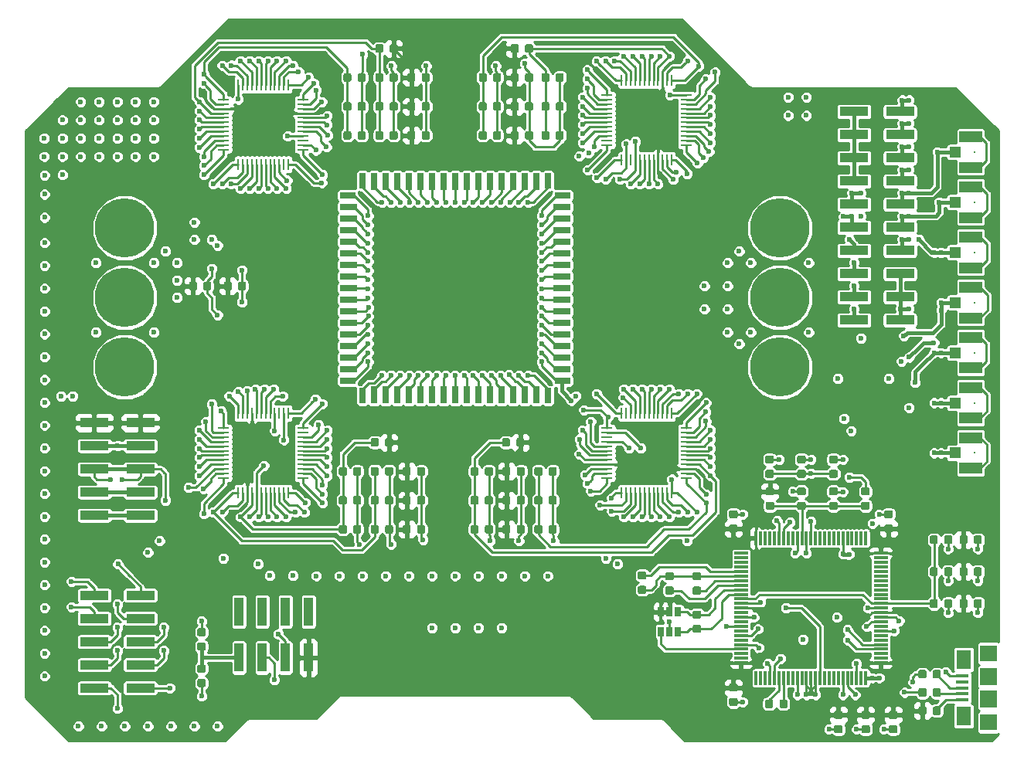
<source format=gbr>
G04 #@! TF.GenerationSoftware,KiCad,Pcbnew,(5.0.0-3-g5ebb6b6)*
G04 #@! TF.CreationDate,2019-10-28T13:28:08-04:00*
G04 #@! TF.ProjectId,Selection Interface,53656C656374696F6E20496E74657266,rev?*
G04 #@! TF.SameCoordinates,Original*
G04 #@! TF.FileFunction,Copper,L1,Top,Signal*
G04 #@! TF.FilePolarity,Positive*
%FSLAX46Y46*%
G04 Gerber Fmt 4.6, Leading zero omitted, Abs format (unit mm)*
G04 Created by KiCad (PCBNEW (5.0.0-3-g5ebb6b6)) date Monday, October 28, 2019 at 01:28:08 PM*
%MOMM*%
%LPD*%
G01*
G04 APERTURE LIST*
G04 #@! TA.AperFunction,SMDPad,CuDef*
%ADD10R,2.500000X1.200000*%
G04 #@! TD*
G04 #@! TA.AperFunction,SMDPad,CuDef*
%ADD11R,1.200000X1.150000*%
G04 #@! TD*
G04 #@! TA.AperFunction,SMDPad,CuDef*
%ADD12R,0.200000X0.200000*%
G04 #@! TD*
G04 #@! TA.AperFunction,ComponentPad*
%ADD13C,6.502400*%
G04 #@! TD*
G04 #@! TA.AperFunction,Conductor*
%ADD14C,0.100000*%
G04 #@! TD*
G04 #@! TA.AperFunction,SMDPad,CuDef*
%ADD15C,0.875000*%
G04 #@! TD*
G04 #@! TA.AperFunction,SMDPad,CuDef*
%ADD16R,0.300000X1.500000*%
G04 #@! TD*
G04 #@! TA.AperFunction,SMDPad,CuDef*
%ADD17R,1.500000X0.300000*%
G04 #@! TD*
G04 #@! TA.AperFunction,SMDPad,CuDef*
%ADD18R,1.900000X1.900000*%
G04 #@! TD*
G04 #@! TA.AperFunction,SMDPad,CuDef*
%ADD19R,1.900000X1.800000*%
G04 #@! TD*
G04 #@! TA.AperFunction,SMDPad,CuDef*
%ADD20R,1.600000X2.100000*%
G04 #@! TD*
G04 #@! TA.AperFunction,SMDPad,CuDef*
%ADD21R,1.350000X0.400000*%
G04 #@! TD*
G04 #@! TA.AperFunction,SMDPad,CuDef*
%ADD22R,1.700000X0.700000*%
G04 #@! TD*
G04 #@! TA.AperFunction,SMDPad,CuDef*
%ADD23R,1.910000X0.700000*%
G04 #@! TD*
G04 #@! TA.AperFunction,SMDPad,CuDef*
%ADD24R,0.700000X1.700000*%
G04 #@! TD*
G04 #@! TA.AperFunction,SMDPad,CuDef*
%ADD25R,0.700000X1.910000*%
G04 #@! TD*
G04 #@! TA.AperFunction,SMDPad,CuDef*
%ADD26R,1.300000X0.250000*%
G04 #@! TD*
G04 #@! TA.AperFunction,SMDPad,CuDef*
%ADD27R,0.250000X1.300000*%
G04 #@! TD*
G04 #@! TA.AperFunction,SMDPad,CuDef*
%ADD28R,3.150000X1.000000*%
G04 #@! TD*
G04 #@! TA.AperFunction,SMDPad,CuDef*
%ADD29R,1.000000X3.150000*%
G04 #@! TD*
G04 #@! TA.AperFunction,SMDPad,CuDef*
%ADD30R,0.650000X1.060000*%
G04 #@! TD*
G04 #@! TA.AperFunction,ViaPad*
%ADD31C,0.600000*%
G04 #@! TD*
G04 #@! TA.AperFunction,Conductor*
%ADD32C,0.254000*%
G04 #@! TD*
G04 #@! TA.AperFunction,Conductor*
%ADD33C,0.400000*%
G04 #@! TD*
G04 APERTURE END LIST*
D10*
G04 #@! TO.P,IPEX2,2*
G04 #@! TO.N,Net-(IPEX2-Pad2)*
X256500000Y-119685000D03*
X256500000Y-116315000D03*
D11*
G04 #@! TO.P,IPEX2,1*
G04 #@! TO.N,SolutionGate_Socket*
X254770000Y-118000000D03*
D12*
G04 #@! TO.P,IPEX2,3*
G04 #@! TO.N,N/C*
X256900000Y-118000000D03*
G04 #@! TD*
D13*
G04 #@! TO.P,MH1,1*
G04 #@! TO.N,N/C*
X163830000Y-93345000D03*
G04 #@! TD*
G04 #@! TO.P,MH2,1*
G04 #@! TO.N,N/C*
X163830000Y-100965000D03*
G04 #@! TD*
G04 #@! TO.P,MH3,1*
G04 #@! TO.N,N/C*
X163830000Y-108585000D03*
G04 #@! TD*
G04 #@! TO.P,MH5,1*
G04 #@! TO.N,N/C*
X235585000Y-100965000D03*
G04 #@! TD*
G04 #@! TO.P,MH6,1*
G04 #@! TO.N,N/C*
X235585000Y-108585000D03*
G04 #@! TD*
D14*
G04 #@! TO.N,VDDD*
G04 #@! TO.C,C5*
G36*
X230777691Y-125851053D02*
X230798926Y-125854203D01*
X230819750Y-125859419D01*
X230839962Y-125866651D01*
X230859368Y-125875830D01*
X230877781Y-125886866D01*
X230895024Y-125899654D01*
X230910930Y-125914070D01*
X230925346Y-125929976D01*
X230938134Y-125947219D01*
X230949170Y-125965632D01*
X230958349Y-125985038D01*
X230965581Y-126005250D01*
X230970797Y-126026074D01*
X230973947Y-126047309D01*
X230975000Y-126068750D01*
X230975000Y-126506250D01*
X230973947Y-126527691D01*
X230970797Y-126548926D01*
X230965581Y-126569750D01*
X230958349Y-126589962D01*
X230949170Y-126609368D01*
X230938134Y-126627781D01*
X230925346Y-126645024D01*
X230910930Y-126660930D01*
X230895024Y-126675346D01*
X230877781Y-126688134D01*
X230859368Y-126699170D01*
X230839962Y-126708349D01*
X230819750Y-126715581D01*
X230798926Y-126720797D01*
X230777691Y-126723947D01*
X230756250Y-126725000D01*
X230243750Y-126725000D01*
X230222309Y-126723947D01*
X230201074Y-126720797D01*
X230180250Y-126715581D01*
X230160038Y-126708349D01*
X230140632Y-126699170D01*
X230122219Y-126688134D01*
X230104976Y-126675346D01*
X230089070Y-126660930D01*
X230074654Y-126645024D01*
X230061866Y-126627781D01*
X230050830Y-126609368D01*
X230041651Y-126589962D01*
X230034419Y-126569750D01*
X230029203Y-126548926D01*
X230026053Y-126527691D01*
X230025000Y-126506250D01*
X230025000Y-126068750D01*
X230026053Y-126047309D01*
X230029203Y-126026074D01*
X230034419Y-126005250D01*
X230041651Y-125985038D01*
X230050830Y-125965632D01*
X230061866Y-125947219D01*
X230074654Y-125929976D01*
X230089070Y-125914070D01*
X230104976Y-125899654D01*
X230122219Y-125886866D01*
X230140632Y-125875830D01*
X230160038Y-125866651D01*
X230180250Y-125859419D01*
X230201074Y-125854203D01*
X230222309Y-125851053D01*
X230243750Y-125850000D01*
X230756250Y-125850000D01*
X230777691Y-125851053D01*
X230777691Y-125851053D01*
G37*
D15*
G04 #@! TD*
G04 #@! TO.P,C5,2*
G04 #@! TO.N,VDDD*
X230500000Y-126287500D03*
D14*
G04 #@! TO.N,GND*
G04 #@! TO.C,C5*
G36*
X230777691Y-124276053D02*
X230798926Y-124279203D01*
X230819750Y-124284419D01*
X230839962Y-124291651D01*
X230859368Y-124300830D01*
X230877781Y-124311866D01*
X230895024Y-124324654D01*
X230910930Y-124339070D01*
X230925346Y-124354976D01*
X230938134Y-124372219D01*
X230949170Y-124390632D01*
X230958349Y-124410038D01*
X230965581Y-124430250D01*
X230970797Y-124451074D01*
X230973947Y-124472309D01*
X230975000Y-124493750D01*
X230975000Y-124931250D01*
X230973947Y-124952691D01*
X230970797Y-124973926D01*
X230965581Y-124994750D01*
X230958349Y-125014962D01*
X230949170Y-125034368D01*
X230938134Y-125052781D01*
X230925346Y-125070024D01*
X230910930Y-125085930D01*
X230895024Y-125100346D01*
X230877781Y-125113134D01*
X230859368Y-125124170D01*
X230839962Y-125133349D01*
X230819750Y-125140581D01*
X230798926Y-125145797D01*
X230777691Y-125148947D01*
X230756250Y-125150000D01*
X230243750Y-125150000D01*
X230222309Y-125148947D01*
X230201074Y-125145797D01*
X230180250Y-125140581D01*
X230160038Y-125133349D01*
X230140632Y-125124170D01*
X230122219Y-125113134D01*
X230104976Y-125100346D01*
X230089070Y-125085930D01*
X230074654Y-125070024D01*
X230061866Y-125052781D01*
X230050830Y-125034368D01*
X230041651Y-125014962D01*
X230034419Y-124994750D01*
X230029203Y-124973926D01*
X230026053Y-124952691D01*
X230025000Y-124931250D01*
X230025000Y-124493750D01*
X230026053Y-124472309D01*
X230029203Y-124451074D01*
X230034419Y-124430250D01*
X230041651Y-124410038D01*
X230050830Y-124390632D01*
X230061866Y-124372219D01*
X230074654Y-124354976D01*
X230089070Y-124339070D01*
X230104976Y-124324654D01*
X230122219Y-124311866D01*
X230140632Y-124300830D01*
X230160038Y-124291651D01*
X230180250Y-124284419D01*
X230201074Y-124279203D01*
X230222309Y-124276053D01*
X230243750Y-124275000D01*
X230756250Y-124275000D01*
X230777691Y-124276053D01*
X230777691Y-124276053D01*
G37*
D15*
G04 #@! TD*
G04 #@! TO.P,C5,1*
G04 #@! TO.N,GND*
X230500000Y-124712500D03*
D14*
G04 #@! TO.N,GND*
G04 #@! TO.C,C6*
G36*
X247777691Y-124276053D02*
X247798926Y-124279203D01*
X247819750Y-124284419D01*
X247839962Y-124291651D01*
X247859368Y-124300830D01*
X247877781Y-124311866D01*
X247895024Y-124324654D01*
X247910930Y-124339070D01*
X247925346Y-124354976D01*
X247938134Y-124372219D01*
X247949170Y-124390632D01*
X247958349Y-124410038D01*
X247965581Y-124430250D01*
X247970797Y-124451074D01*
X247973947Y-124472309D01*
X247975000Y-124493750D01*
X247975000Y-124931250D01*
X247973947Y-124952691D01*
X247970797Y-124973926D01*
X247965581Y-124994750D01*
X247958349Y-125014962D01*
X247949170Y-125034368D01*
X247938134Y-125052781D01*
X247925346Y-125070024D01*
X247910930Y-125085930D01*
X247895024Y-125100346D01*
X247877781Y-125113134D01*
X247859368Y-125124170D01*
X247839962Y-125133349D01*
X247819750Y-125140581D01*
X247798926Y-125145797D01*
X247777691Y-125148947D01*
X247756250Y-125150000D01*
X247243750Y-125150000D01*
X247222309Y-125148947D01*
X247201074Y-125145797D01*
X247180250Y-125140581D01*
X247160038Y-125133349D01*
X247140632Y-125124170D01*
X247122219Y-125113134D01*
X247104976Y-125100346D01*
X247089070Y-125085930D01*
X247074654Y-125070024D01*
X247061866Y-125052781D01*
X247050830Y-125034368D01*
X247041651Y-125014962D01*
X247034419Y-124994750D01*
X247029203Y-124973926D01*
X247026053Y-124952691D01*
X247025000Y-124931250D01*
X247025000Y-124493750D01*
X247026053Y-124472309D01*
X247029203Y-124451074D01*
X247034419Y-124430250D01*
X247041651Y-124410038D01*
X247050830Y-124390632D01*
X247061866Y-124372219D01*
X247074654Y-124354976D01*
X247089070Y-124339070D01*
X247104976Y-124324654D01*
X247122219Y-124311866D01*
X247140632Y-124300830D01*
X247160038Y-124291651D01*
X247180250Y-124284419D01*
X247201074Y-124279203D01*
X247222309Y-124276053D01*
X247243750Y-124275000D01*
X247756250Y-124275000D01*
X247777691Y-124276053D01*
X247777691Y-124276053D01*
G37*
D15*
G04 #@! TD*
G04 #@! TO.P,C6,1*
G04 #@! TO.N,GND*
X247500000Y-124712500D03*
D14*
G04 #@! TO.N,VDDD*
G04 #@! TO.C,C6*
G36*
X247777691Y-125851053D02*
X247798926Y-125854203D01*
X247819750Y-125859419D01*
X247839962Y-125866651D01*
X247859368Y-125875830D01*
X247877781Y-125886866D01*
X247895024Y-125899654D01*
X247910930Y-125914070D01*
X247925346Y-125929976D01*
X247938134Y-125947219D01*
X247949170Y-125965632D01*
X247958349Y-125985038D01*
X247965581Y-126005250D01*
X247970797Y-126026074D01*
X247973947Y-126047309D01*
X247975000Y-126068750D01*
X247975000Y-126506250D01*
X247973947Y-126527691D01*
X247970797Y-126548926D01*
X247965581Y-126569750D01*
X247958349Y-126589962D01*
X247949170Y-126609368D01*
X247938134Y-126627781D01*
X247925346Y-126645024D01*
X247910930Y-126660930D01*
X247895024Y-126675346D01*
X247877781Y-126688134D01*
X247859368Y-126699170D01*
X247839962Y-126708349D01*
X247819750Y-126715581D01*
X247798926Y-126720797D01*
X247777691Y-126723947D01*
X247756250Y-126725000D01*
X247243750Y-126725000D01*
X247222309Y-126723947D01*
X247201074Y-126720797D01*
X247180250Y-126715581D01*
X247160038Y-126708349D01*
X247140632Y-126699170D01*
X247122219Y-126688134D01*
X247104976Y-126675346D01*
X247089070Y-126660930D01*
X247074654Y-126645024D01*
X247061866Y-126627781D01*
X247050830Y-126609368D01*
X247041651Y-126589962D01*
X247034419Y-126569750D01*
X247029203Y-126548926D01*
X247026053Y-126527691D01*
X247025000Y-126506250D01*
X247025000Y-126068750D01*
X247026053Y-126047309D01*
X247029203Y-126026074D01*
X247034419Y-126005250D01*
X247041651Y-125985038D01*
X247050830Y-125965632D01*
X247061866Y-125947219D01*
X247074654Y-125929976D01*
X247089070Y-125914070D01*
X247104976Y-125899654D01*
X247122219Y-125886866D01*
X247140632Y-125875830D01*
X247160038Y-125866651D01*
X247180250Y-125859419D01*
X247201074Y-125854203D01*
X247222309Y-125851053D01*
X247243750Y-125850000D01*
X247756250Y-125850000D01*
X247777691Y-125851053D01*
X247777691Y-125851053D01*
G37*
D15*
G04 #@! TD*
G04 #@! TO.P,C6,2*
G04 #@! TO.N,VDDD*
X247500000Y-126287500D03*
D14*
G04 #@! TO.N,VDDD*
G04 #@! TO.C,C8*
G36*
X230777691Y-143276053D02*
X230798926Y-143279203D01*
X230819750Y-143284419D01*
X230839962Y-143291651D01*
X230859368Y-143300830D01*
X230877781Y-143311866D01*
X230895024Y-143324654D01*
X230910930Y-143339070D01*
X230925346Y-143354976D01*
X230938134Y-143372219D01*
X230949170Y-143390632D01*
X230958349Y-143410038D01*
X230965581Y-143430250D01*
X230970797Y-143451074D01*
X230973947Y-143472309D01*
X230975000Y-143493750D01*
X230975000Y-143931250D01*
X230973947Y-143952691D01*
X230970797Y-143973926D01*
X230965581Y-143994750D01*
X230958349Y-144014962D01*
X230949170Y-144034368D01*
X230938134Y-144052781D01*
X230925346Y-144070024D01*
X230910930Y-144085930D01*
X230895024Y-144100346D01*
X230877781Y-144113134D01*
X230859368Y-144124170D01*
X230839962Y-144133349D01*
X230819750Y-144140581D01*
X230798926Y-144145797D01*
X230777691Y-144148947D01*
X230756250Y-144150000D01*
X230243750Y-144150000D01*
X230222309Y-144148947D01*
X230201074Y-144145797D01*
X230180250Y-144140581D01*
X230160038Y-144133349D01*
X230140632Y-144124170D01*
X230122219Y-144113134D01*
X230104976Y-144100346D01*
X230089070Y-144085930D01*
X230074654Y-144070024D01*
X230061866Y-144052781D01*
X230050830Y-144034368D01*
X230041651Y-144014962D01*
X230034419Y-143994750D01*
X230029203Y-143973926D01*
X230026053Y-143952691D01*
X230025000Y-143931250D01*
X230025000Y-143493750D01*
X230026053Y-143472309D01*
X230029203Y-143451074D01*
X230034419Y-143430250D01*
X230041651Y-143410038D01*
X230050830Y-143390632D01*
X230061866Y-143372219D01*
X230074654Y-143354976D01*
X230089070Y-143339070D01*
X230104976Y-143324654D01*
X230122219Y-143311866D01*
X230140632Y-143300830D01*
X230160038Y-143291651D01*
X230180250Y-143284419D01*
X230201074Y-143279203D01*
X230222309Y-143276053D01*
X230243750Y-143275000D01*
X230756250Y-143275000D01*
X230777691Y-143276053D01*
X230777691Y-143276053D01*
G37*
D15*
G04 #@! TD*
G04 #@! TO.P,C8,2*
G04 #@! TO.N,VDDD*
X230500000Y-143712500D03*
D14*
G04 #@! TO.N,GND*
G04 #@! TO.C,C8*
G36*
X230777691Y-144851053D02*
X230798926Y-144854203D01*
X230819750Y-144859419D01*
X230839962Y-144866651D01*
X230859368Y-144875830D01*
X230877781Y-144886866D01*
X230895024Y-144899654D01*
X230910930Y-144914070D01*
X230925346Y-144929976D01*
X230938134Y-144947219D01*
X230949170Y-144965632D01*
X230958349Y-144985038D01*
X230965581Y-145005250D01*
X230970797Y-145026074D01*
X230973947Y-145047309D01*
X230975000Y-145068750D01*
X230975000Y-145506250D01*
X230973947Y-145527691D01*
X230970797Y-145548926D01*
X230965581Y-145569750D01*
X230958349Y-145589962D01*
X230949170Y-145609368D01*
X230938134Y-145627781D01*
X230925346Y-145645024D01*
X230910930Y-145660930D01*
X230895024Y-145675346D01*
X230877781Y-145688134D01*
X230859368Y-145699170D01*
X230839962Y-145708349D01*
X230819750Y-145715581D01*
X230798926Y-145720797D01*
X230777691Y-145723947D01*
X230756250Y-145725000D01*
X230243750Y-145725000D01*
X230222309Y-145723947D01*
X230201074Y-145720797D01*
X230180250Y-145715581D01*
X230160038Y-145708349D01*
X230140632Y-145699170D01*
X230122219Y-145688134D01*
X230104976Y-145675346D01*
X230089070Y-145660930D01*
X230074654Y-145645024D01*
X230061866Y-145627781D01*
X230050830Y-145609368D01*
X230041651Y-145589962D01*
X230034419Y-145569750D01*
X230029203Y-145548926D01*
X230026053Y-145527691D01*
X230025000Y-145506250D01*
X230025000Y-145068750D01*
X230026053Y-145047309D01*
X230029203Y-145026074D01*
X230034419Y-145005250D01*
X230041651Y-144985038D01*
X230050830Y-144965632D01*
X230061866Y-144947219D01*
X230074654Y-144929976D01*
X230089070Y-144914070D01*
X230104976Y-144899654D01*
X230122219Y-144886866D01*
X230140632Y-144875830D01*
X230160038Y-144866651D01*
X230180250Y-144859419D01*
X230201074Y-144854203D01*
X230222309Y-144851053D01*
X230243750Y-144850000D01*
X230756250Y-144850000D01*
X230777691Y-144851053D01*
X230777691Y-144851053D01*
G37*
D15*
G04 #@! TD*
G04 #@! TO.P,C8,1*
G04 #@! TO.N,GND*
X230500000Y-145287500D03*
D14*
G04 #@! TO.N,VCCD_C1*
G04 #@! TO.C,C9*
G36*
X252702691Y-134026053D02*
X252723926Y-134029203D01*
X252744750Y-134034419D01*
X252764962Y-134041651D01*
X252784368Y-134050830D01*
X252802781Y-134061866D01*
X252820024Y-134074654D01*
X252835930Y-134089070D01*
X252850346Y-134104976D01*
X252863134Y-134122219D01*
X252874170Y-134140632D01*
X252883349Y-134160038D01*
X252890581Y-134180250D01*
X252895797Y-134201074D01*
X252898947Y-134222309D01*
X252900000Y-134243750D01*
X252900000Y-134756250D01*
X252898947Y-134777691D01*
X252895797Y-134798926D01*
X252890581Y-134819750D01*
X252883349Y-134839962D01*
X252874170Y-134859368D01*
X252863134Y-134877781D01*
X252850346Y-134895024D01*
X252835930Y-134910930D01*
X252820024Y-134925346D01*
X252802781Y-134938134D01*
X252784368Y-134949170D01*
X252764962Y-134958349D01*
X252744750Y-134965581D01*
X252723926Y-134970797D01*
X252702691Y-134973947D01*
X252681250Y-134975000D01*
X252243750Y-134975000D01*
X252222309Y-134973947D01*
X252201074Y-134970797D01*
X252180250Y-134965581D01*
X252160038Y-134958349D01*
X252140632Y-134949170D01*
X252122219Y-134938134D01*
X252104976Y-134925346D01*
X252089070Y-134910930D01*
X252074654Y-134895024D01*
X252061866Y-134877781D01*
X252050830Y-134859368D01*
X252041651Y-134839962D01*
X252034419Y-134819750D01*
X252029203Y-134798926D01*
X252026053Y-134777691D01*
X252025000Y-134756250D01*
X252025000Y-134243750D01*
X252026053Y-134222309D01*
X252029203Y-134201074D01*
X252034419Y-134180250D01*
X252041651Y-134160038D01*
X252050830Y-134140632D01*
X252061866Y-134122219D01*
X252074654Y-134104976D01*
X252089070Y-134089070D01*
X252104976Y-134074654D01*
X252122219Y-134061866D01*
X252140632Y-134050830D01*
X252160038Y-134041651D01*
X252180250Y-134034419D01*
X252201074Y-134029203D01*
X252222309Y-134026053D01*
X252243750Y-134025000D01*
X252681250Y-134025000D01*
X252702691Y-134026053D01*
X252702691Y-134026053D01*
G37*
D15*
G04 #@! TD*
G04 #@! TO.P,C9,1*
G04 #@! TO.N,VCCD_C1*
X252462500Y-134500000D03*
D14*
G04 #@! TO.N,GND*
G04 #@! TO.C,C9*
G36*
X254277691Y-134026053D02*
X254298926Y-134029203D01*
X254319750Y-134034419D01*
X254339962Y-134041651D01*
X254359368Y-134050830D01*
X254377781Y-134061866D01*
X254395024Y-134074654D01*
X254410930Y-134089070D01*
X254425346Y-134104976D01*
X254438134Y-134122219D01*
X254449170Y-134140632D01*
X254458349Y-134160038D01*
X254465581Y-134180250D01*
X254470797Y-134201074D01*
X254473947Y-134222309D01*
X254475000Y-134243750D01*
X254475000Y-134756250D01*
X254473947Y-134777691D01*
X254470797Y-134798926D01*
X254465581Y-134819750D01*
X254458349Y-134839962D01*
X254449170Y-134859368D01*
X254438134Y-134877781D01*
X254425346Y-134895024D01*
X254410930Y-134910930D01*
X254395024Y-134925346D01*
X254377781Y-134938134D01*
X254359368Y-134949170D01*
X254339962Y-134958349D01*
X254319750Y-134965581D01*
X254298926Y-134970797D01*
X254277691Y-134973947D01*
X254256250Y-134975000D01*
X253818750Y-134975000D01*
X253797309Y-134973947D01*
X253776074Y-134970797D01*
X253755250Y-134965581D01*
X253735038Y-134958349D01*
X253715632Y-134949170D01*
X253697219Y-134938134D01*
X253679976Y-134925346D01*
X253664070Y-134910930D01*
X253649654Y-134895024D01*
X253636866Y-134877781D01*
X253625830Y-134859368D01*
X253616651Y-134839962D01*
X253609419Y-134819750D01*
X253604203Y-134798926D01*
X253601053Y-134777691D01*
X253600000Y-134756250D01*
X253600000Y-134243750D01*
X253601053Y-134222309D01*
X253604203Y-134201074D01*
X253609419Y-134180250D01*
X253616651Y-134160038D01*
X253625830Y-134140632D01*
X253636866Y-134122219D01*
X253649654Y-134104976D01*
X253664070Y-134089070D01*
X253679976Y-134074654D01*
X253697219Y-134061866D01*
X253715632Y-134050830D01*
X253735038Y-134041651D01*
X253755250Y-134034419D01*
X253776074Y-134029203D01*
X253797309Y-134026053D01*
X253818750Y-134025000D01*
X254256250Y-134025000D01*
X254277691Y-134026053D01*
X254277691Y-134026053D01*
G37*
D15*
G04 #@! TD*
G04 #@! TO.P,C9,2*
G04 #@! TO.N,GND*
X254037500Y-134500000D03*
D14*
G04 #@! TO.N,GND*
G04 #@! TO.C,C10*
G36*
X257527691Y-134026053D02*
X257548926Y-134029203D01*
X257569750Y-134034419D01*
X257589962Y-134041651D01*
X257609368Y-134050830D01*
X257627781Y-134061866D01*
X257645024Y-134074654D01*
X257660930Y-134089070D01*
X257675346Y-134104976D01*
X257688134Y-134122219D01*
X257699170Y-134140632D01*
X257708349Y-134160038D01*
X257715581Y-134180250D01*
X257720797Y-134201074D01*
X257723947Y-134222309D01*
X257725000Y-134243750D01*
X257725000Y-134756250D01*
X257723947Y-134777691D01*
X257720797Y-134798926D01*
X257715581Y-134819750D01*
X257708349Y-134839962D01*
X257699170Y-134859368D01*
X257688134Y-134877781D01*
X257675346Y-134895024D01*
X257660930Y-134910930D01*
X257645024Y-134925346D01*
X257627781Y-134938134D01*
X257609368Y-134949170D01*
X257589962Y-134958349D01*
X257569750Y-134965581D01*
X257548926Y-134970797D01*
X257527691Y-134973947D01*
X257506250Y-134975000D01*
X257068750Y-134975000D01*
X257047309Y-134973947D01*
X257026074Y-134970797D01*
X257005250Y-134965581D01*
X256985038Y-134958349D01*
X256965632Y-134949170D01*
X256947219Y-134938134D01*
X256929976Y-134925346D01*
X256914070Y-134910930D01*
X256899654Y-134895024D01*
X256886866Y-134877781D01*
X256875830Y-134859368D01*
X256866651Y-134839962D01*
X256859419Y-134819750D01*
X256854203Y-134798926D01*
X256851053Y-134777691D01*
X256850000Y-134756250D01*
X256850000Y-134243750D01*
X256851053Y-134222309D01*
X256854203Y-134201074D01*
X256859419Y-134180250D01*
X256866651Y-134160038D01*
X256875830Y-134140632D01*
X256886866Y-134122219D01*
X256899654Y-134104976D01*
X256914070Y-134089070D01*
X256929976Y-134074654D01*
X256947219Y-134061866D01*
X256965632Y-134050830D01*
X256985038Y-134041651D01*
X257005250Y-134034419D01*
X257026074Y-134029203D01*
X257047309Y-134026053D01*
X257068750Y-134025000D01*
X257506250Y-134025000D01*
X257527691Y-134026053D01*
X257527691Y-134026053D01*
G37*
D15*
G04 #@! TD*
G04 #@! TO.P,C10,2*
G04 #@! TO.N,GND*
X257287500Y-134500000D03*
D14*
G04 #@! TO.N,VDDD*
G04 #@! TO.C,C10*
G36*
X255952691Y-134026053D02*
X255973926Y-134029203D01*
X255994750Y-134034419D01*
X256014962Y-134041651D01*
X256034368Y-134050830D01*
X256052781Y-134061866D01*
X256070024Y-134074654D01*
X256085930Y-134089070D01*
X256100346Y-134104976D01*
X256113134Y-134122219D01*
X256124170Y-134140632D01*
X256133349Y-134160038D01*
X256140581Y-134180250D01*
X256145797Y-134201074D01*
X256148947Y-134222309D01*
X256150000Y-134243750D01*
X256150000Y-134756250D01*
X256148947Y-134777691D01*
X256145797Y-134798926D01*
X256140581Y-134819750D01*
X256133349Y-134839962D01*
X256124170Y-134859368D01*
X256113134Y-134877781D01*
X256100346Y-134895024D01*
X256085930Y-134910930D01*
X256070024Y-134925346D01*
X256052781Y-134938134D01*
X256034368Y-134949170D01*
X256014962Y-134958349D01*
X255994750Y-134965581D01*
X255973926Y-134970797D01*
X255952691Y-134973947D01*
X255931250Y-134975000D01*
X255493750Y-134975000D01*
X255472309Y-134973947D01*
X255451074Y-134970797D01*
X255430250Y-134965581D01*
X255410038Y-134958349D01*
X255390632Y-134949170D01*
X255372219Y-134938134D01*
X255354976Y-134925346D01*
X255339070Y-134910930D01*
X255324654Y-134895024D01*
X255311866Y-134877781D01*
X255300830Y-134859368D01*
X255291651Y-134839962D01*
X255284419Y-134819750D01*
X255279203Y-134798926D01*
X255276053Y-134777691D01*
X255275000Y-134756250D01*
X255275000Y-134243750D01*
X255276053Y-134222309D01*
X255279203Y-134201074D01*
X255284419Y-134180250D01*
X255291651Y-134160038D01*
X255300830Y-134140632D01*
X255311866Y-134122219D01*
X255324654Y-134104976D01*
X255339070Y-134089070D01*
X255354976Y-134074654D01*
X255372219Y-134061866D01*
X255390632Y-134050830D01*
X255410038Y-134041651D01*
X255430250Y-134034419D01*
X255451074Y-134029203D01*
X255472309Y-134026053D01*
X255493750Y-134025000D01*
X255931250Y-134025000D01*
X255952691Y-134026053D01*
X255952691Y-134026053D01*
G37*
D15*
G04 #@! TD*
G04 #@! TO.P,C10,1*
G04 #@! TO.N,VDDD*
X255712500Y-134500000D03*
D14*
G04 #@! TO.N,GND*
G04 #@! TO.C,C11*
G36*
X254277691Y-130526053D02*
X254298926Y-130529203D01*
X254319750Y-130534419D01*
X254339962Y-130541651D01*
X254359368Y-130550830D01*
X254377781Y-130561866D01*
X254395024Y-130574654D01*
X254410930Y-130589070D01*
X254425346Y-130604976D01*
X254438134Y-130622219D01*
X254449170Y-130640632D01*
X254458349Y-130660038D01*
X254465581Y-130680250D01*
X254470797Y-130701074D01*
X254473947Y-130722309D01*
X254475000Y-130743750D01*
X254475000Y-131256250D01*
X254473947Y-131277691D01*
X254470797Y-131298926D01*
X254465581Y-131319750D01*
X254458349Y-131339962D01*
X254449170Y-131359368D01*
X254438134Y-131377781D01*
X254425346Y-131395024D01*
X254410930Y-131410930D01*
X254395024Y-131425346D01*
X254377781Y-131438134D01*
X254359368Y-131449170D01*
X254339962Y-131458349D01*
X254319750Y-131465581D01*
X254298926Y-131470797D01*
X254277691Y-131473947D01*
X254256250Y-131475000D01*
X253818750Y-131475000D01*
X253797309Y-131473947D01*
X253776074Y-131470797D01*
X253755250Y-131465581D01*
X253735038Y-131458349D01*
X253715632Y-131449170D01*
X253697219Y-131438134D01*
X253679976Y-131425346D01*
X253664070Y-131410930D01*
X253649654Y-131395024D01*
X253636866Y-131377781D01*
X253625830Y-131359368D01*
X253616651Y-131339962D01*
X253609419Y-131319750D01*
X253604203Y-131298926D01*
X253601053Y-131277691D01*
X253600000Y-131256250D01*
X253600000Y-130743750D01*
X253601053Y-130722309D01*
X253604203Y-130701074D01*
X253609419Y-130680250D01*
X253616651Y-130660038D01*
X253625830Y-130640632D01*
X253636866Y-130622219D01*
X253649654Y-130604976D01*
X253664070Y-130589070D01*
X253679976Y-130574654D01*
X253697219Y-130561866D01*
X253715632Y-130550830D01*
X253735038Y-130541651D01*
X253755250Y-130534419D01*
X253776074Y-130529203D01*
X253797309Y-130526053D01*
X253818750Y-130525000D01*
X254256250Y-130525000D01*
X254277691Y-130526053D01*
X254277691Y-130526053D01*
G37*
D15*
G04 #@! TD*
G04 #@! TO.P,C11,2*
G04 #@! TO.N,GND*
X254037500Y-131000000D03*
D14*
G04 #@! TO.N,VCCD_C1*
G04 #@! TO.C,C11*
G36*
X252702691Y-130526053D02*
X252723926Y-130529203D01*
X252744750Y-130534419D01*
X252764962Y-130541651D01*
X252784368Y-130550830D01*
X252802781Y-130561866D01*
X252820024Y-130574654D01*
X252835930Y-130589070D01*
X252850346Y-130604976D01*
X252863134Y-130622219D01*
X252874170Y-130640632D01*
X252883349Y-130660038D01*
X252890581Y-130680250D01*
X252895797Y-130701074D01*
X252898947Y-130722309D01*
X252900000Y-130743750D01*
X252900000Y-131256250D01*
X252898947Y-131277691D01*
X252895797Y-131298926D01*
X252890581Y-131319750D01*
X252883349Y-131339962D01*
X252874170Y-131359368D01*
X252863134Y-131377781D01*
X252850346Y-131395024D01*
X252835930Y-131410930D01*
X252820024Y-131425346D01*
X252802781Y-131438134D01*
X252784368Y-131449170D01*
X252764962Y-131458349D01*
X252744750Y-131465581D01*
X252723926Y-131470797D01*
X252702691Y-131473947D01*
X252681250Y-131475000D01*
X252243750Y-131475000D01*
X252222309Y-131473947D01*
X252201074Y-131470797D01*
X252180250Y-131465581D01*
X252160038Y-131458349D01*
X252140632Y-131449170D01*
X252122219Y-131438134D01*
X252104976Y-131425346D01*
X252089070Y-131410930D01*
X252074654Y-131395024D01*
X252061866Y-131377781D01*
X252050830Y-131359368D01*
X252041651Y-131339962D01*
X252034419Y-131319750D01*
X252029203Y-131298926D01*
X252026053Y-131277691D01*
X252025000Y-131256250D01*
X252025000Y-130743750D01*
X252026053Y-130722309D01*
X252029203Y-130701074D01*
X252034419Y-130680250D01*
X252041651Y-130660038D01*
X252050830Y-130640632D01*
X252061866Y-130622219D01*
X252074654Y-130604976D01*
X252089070Y-130589070D01*
X252104976Y-130574654D01*
X252122219Y-130561866D01*
X252140632Y-130550830D01*
X252160038Y-130541651D01*
X252180250Y-130534419D01*
X252201074Y-130529203D01*
X252222309Y-130526053D01*
X252243750Y-130525000D01*
X252681250Y-130525000D01*
X252702691Y-130526053D01*
X252702691Y-130526053D01*
G37*
D15*
G04 #@! TD*
G04 #@! TO.P,C11,1*
G04 #@! TO.N,VCCD_C1*
X252462500Y-131000000D03*
D14*
G04 #@! TO.N,VDDD*
G04 #@! TO.C,C12*
G36*
X255952691Y-130526053D02*
X255973926Y-130529203D01*
X255994750Y-130534419D01*
X256014962Y-130541651D01*
X256034368Y-130550830D01*
X256052781Y-130561866D01*
X256070024Y-130574654D01*
X256085930Y-130589070D01*
X256100346Y-130604976D01*
X256113134Y-130622219D01*
X256124170Y-130640632D01*
X256133349Y-130660038D01*
X256140581Y-130680250D01*
X256145797Y-130701074D01*
X256148947Y-130722309D01*
X256150000Y-130743750D01*
X256150000Y-131256250D01*
X256148947Y-131277691D01*
X256145797Y-131298926D01*
X256140581Y-131319750D01*
X256133349Y-131339962D01*
X256124170Y-131359368D01*
X256113134Y-131377781D01*
X256100346Y-131395024D01*
X256085930Y-131410930D01*
X256070024Y-131425346D01*
X256052781Y-131438134D01*
X256034368Y-131449170D01*
X256014962Y-131458349D01*
X255994750Y-131465581D01*
X255973926Y-131470797D01*
X255952691Y-131473947D01*
X255931250Y-131475000D01*
X255493750Y-131475000D01*
X255472309Y-131473947D01*
X255451074Y-131470797D01*
X255430250Y-131465581D01*
X255410038Y-131458349D01*
X255390632Y-131449170D01*
X255372219Y-131438134D01*
X255354976Y-131425346D01*
X255339070Y-131410930D01*
X255324654Y-131395024D01*
X255311866Y-131377781D01*
X255300830Y-131359368D01*
X255291651Y-131339962D01*
X255284419Y-131319750D01*
X255279203Y-131298926D01*
X255276053Y-131277691D01*
X255275000Y-131256250D01*
X255275000Y-130743750D01*
X255276053Y-130722309D01*
X255279203Y-130701074D01*
X255284419Y-130680250D01*
X255291651Y-130660038D01*
X255300830Y-130640632D01*
X255311866Y-130622219D01*
X255324654Y-130604976D01*
X255339070Y-130589070D01*
X255354976Y-130574654D01*
X255372219Y-130561866D01*
X255390632Y-130550830D01*
X255410038Y-130541651D01*
X255430250Y-130534419D01*
X255451074Y-130529203D01*
X255472309Y-130526053D01*
X255493750Y-130525000D01*
X255931250Y-130525000D01*
X255952691Y-130526053D01*
X255952691Y-130526053D01*
G37*
D15*
G04 #@! TD*
G04 #@! TO.P,C12,1*
G04 #@! TO.N,VDDD*
X255712500Y-131000000D03*
D14*
G04 #@! TO.N,GND*
G04 #@! TO.C,C12*
G36*
X257527691Y-130526053D02*
X257548926Y-130529203D01*
X257569750Y-130534419D01*
X257589962Y-130541651D01*
X257609368Y-130550830D01*
X257627781Y-130561866D01*
X257645024Y-130574654D01*
X257660930Y-130589070D01*
X257675346Y-130604976D01*
X257688134Y-130622219D01*
X257699170Y-130640632D01*
X257708349Y-130660038D01*
X257715581Y-130680250D01*
X257720797Y-130701074D01*
X257723947Y-130722309D01*
X257725000Y-130743750D01*
X257725000Y-131256250D01*
X257723947Y-131277691D01*
X257720797Y-131298926D01*
X257715581Y-131319750D01*
X257708349Y-131339962D01*
X257699170Y-131359368D01*
X257688134Y-131377781D01*
X257675346Y-131395024D01*
X257660930Y-131410930D01*
X257645024Y-131425346D01*
X257627781Y-131438134D01*
X257609368Y-131449170D01*
X257589962Y-131458349D01*
X257569750Y-131465581D01*
X257548926Y-131470797D01*
X257527691Y-131473947D01*
X257506250Y-131475000D01*
X257068750Y-131475000D01*
X257047309Y-131473947D01*
X257026074Y-131470797D01*
X257005250Y-131465581D01*
X256985038Y-131458349D01*
X256965632Y-131449170D01*
X256947219Y-131438134D01*
X256929976Y-131425346D01*
X256914070Y-131410930D01*
X256899654Y-131395024D01*
X256886866Y-131377781D01*
X256875830Y-131359368D01*
X256866651Y-131339962D01*
X256859419Y-131319750D01*
X256854203Y-131298926D01*
X256851053Y-131277691D01*
X256850000Y-131256250D01*
X256850000Y-130743750D01*
X256851053Y-130722309D01*
X256854203Y-130701074D01*
X256859419Y-130680250D01*
X256866651Y-130660038D01*
X256875830Y-130640632D01*
X256886866Y-130622219D01*
X256899654Y-130604976D01*
X256914070Y-130589070D01*
X256929976Y-130574654D01*
X256947219Y-130561866D01*
X256965632Y-130550830D01*
X256985038Y-130541651D01*
X257005250Y-130534419D01*
X257026074Y-130529203D01*
X257047309Y-130526053D01*
X257068750Y-130525000D01*
X257506250Y-130525000D01*
X257527691Y-130526053D01*
X257527691Y-130526053D01*
G37*
D15*
G04 #@! TD*
G04 #@! TO.P,C12,2*
G04 #@! TO.N,GND*
X257287500Y-131000000D03*
D14*
G04 #@! TO.N,VCCD_C1*
G04 #@! TO.C,C13*
G36*
X252702691Y-127026053D02*
X252723926Y-127029203D01*
X252744750Y-127034419D01*
X252764962Y-127041651D01*
X252784368Y-127050830D01*
X252802781Y-127061866D01*
X252820024Y-127074654D01*
X252835930Y-127089070D01*
X252850346Y-127104976D01*
X252863134Y-127122219D01*
X252874170Y-127140632D01*
X252883349Y-127160038D01*
X252890581Y-127180250D01*
X252895797Y-127201074D01*
X252898947Y-127222309D01*
X252900000Y-127243750D01*
X252900000Y-127756250D01*
X252898947Y-127777691D01*
X252895797Y-127798926D01*
X252890581Y-127819750D01*
X252883349Y-127839962D01*
X252874170Y-127859368D01*
X252863134Y-127877781D01*
X252850346Y-127895024D01*
X252835930Y-127910930D01*
X252820024Y-127925346D01*
X252802781Y-127938134D01*
X252784368Y-127949170D01*
X252764962Y-127958349D01*
X252744750Y-127965581D01*
X252723926Y-127970797D01*
X252702691Y-127973947D01*
X252681250Y-127975000D01*
X252243750Y-127975000D01*
X252222309Y-127973947D01*
X252201074Y-127970797D01*
X252180250Y-127965581D01*
X252160038Y-127958349D01*
X252140632Y-127949170D01*
X252122219Y-127938134D01*
X252104976Y-127925346D01*
X252089070Y-127910930D01*
X252074654Y-127895024D01*
X252061866Y-127877781D01*
X252050830Y-127859368D01*
X252041651Y-127839962D01*
X252034419Y-127819750D01*
X252029203Y-127798926D01*
X252026053Y-127777691D01*
X252025000Y-127756250D01*
X252025000Y-127243750D01*
X252026053Y-127222309D01*
X252029203Y-127201074D01*
X252034419Y-127180250D01*
X252041651Y-127160038D01*
X252050830Y-127140632D01*
X252061866Y-127122219D01*
X252074654Y-127104976D01*
X252089070Y-127089070D01*
X252104976Y-127074654D01*
X252122219Y-127061866D01*
X252140632Y-127050830D01*
X252160038Y-127041651D01*
X252180250Y-127034419D01*
X252201074Y-127029203D01*
X252222309Y-127026053D01*
X252243750Y-127025000D01*
X252681250Y-127025000D01*
X252702691Y-127026053D01*
X252702691Y-127026053D01*
G37*
D15*
G04 #@! TD*
G04 #@! TO.P,C13,1*
G04 #@! TO.N,VCCD_C1*
X252462500Y-127500000D03*
D14*
G04 #@! TO.N,GND*
G04 #@! TO.C,C13*
G36*
X254277691Y-127026053D02*
X254298926Y-127029203D01*
X254319750Y-127034419D01*
X254339962Y-127041651D01*
X254359368Y-127050830D01*
X254377781Y-127061866D01*
X254395024Y-127074654D01*
X254410930Y-127089070D01*
X254425346Y-127104976D01*
X254438134Y-127122219D01*
X254449170Y-127140632D01*
X254458349Y-127160038D01*
X254465581Y-127180250D01*
X254470797Y-127201074D01*
X254473947Y-127222309D01*
X254475000Y-127243750D01*
X254475000Y-127756250D01*
X254473947Y-127777691D01*
X254470797Y-127798926D01*
X254465581Y-127819750D01*
X254458349Y-127839962D01*
X254449170Y-127859368D01*
X254438134Y-127877781D01*
X254425346Y-127895024D01*
X254410930Y-127910930D01*
X254395024Y-127925346D01*
X254377781Y-127938134D01*
X254359368Y-127949170D01*
X254339962Y-127958349D01*
X254319750Y-127965581D01*
X254298926Y-127970797D01*
X254277691Y-127973947D01*
X254256250Y-127975000D01*
X253818750Y-127975000D01*
X253797309Y-127973947D01*
X253776074Y-127970797D01*
X253755250Y-127965581D01*
X253735038Y-127958349D01*
X253715632Y-127949170D01*
X253697219Y-127938134D01*
X253679976Y-127925346D01*
X253664070Y-127910930D01*
X253649654Y-127895024D01*
X253636866Y-127877781D01*
X253625830Y-127859368D01*
X253616651Y-127839962D01*
X253609419Y-127819750D01*
X253604203Y-127798926D01*
X253601053Y-127777691D01*
X253600000Y-127756250D01*
X253600000Y-127243750D01*
X253601053Y-127222309D01*
X253604203Y-127201074D01*
X253609419Y-127180250D01*
X253616651Y-127160038D01*
X253625830Y-127140632D01*
X253636866Y-127122219D01*
X253649654Y-127104976D01*
X253664070Y-127089070D01*
X253679976Y-127074654D01*
X253697219Y-127061866D01*
X253715632Y-127050830D01*
X253735038Y-127041651D01*
X253755250Y-127034419D01*
X253776074Y-127029203D01*
X253797309Y-127026053D01*
X253818750Y-127025000D01*
X254256250Y-127025000D01*
X254277691Y-127026053D01*
X254277691Y-127026053D01*
G37*
D15*
G04 #@! TD*
G04 #@! TO.P,C13,2*
G04 #@! TO.N,GND*
X254037500Y-127500000D03*
D14*
G04 #@! TO.N,GND*
G04 #@! TO.C,C14*
G36*
X257527691Y-127026053D02*
X257548926Y-127029203D01*
X257569750Y-127034419D01*
X257589962Y-127041651D01*
X257609368Y-127050830D01*
X257627781Y-127061866D01*
X257645024Y-127074654D01*
X257660930Y-127089070D01*
X257675346Y-127104976D01*
X257688134Y-127122219D01*
X257699170Y-127140632D01*
X257708349Y-127160038D01*
X257715581Y-127180250D01*
X257720797Y-127201074D01*
X257723947Y-127222309D01*
X257725000Y-127243750D01*
X257725000Y-127756250D01*
X257723947Y-127777691D01*
X257720797Y-127798926D01*
X257715581Y-127819750D01*
X257708349Y-127839962D01*
X257699170Y-127859368D01*
X257688134Y-127877781D01*
X257675346Y-127895024D01*
X257660930Y-127910930D01*
X257645024Y-127925346D01*
X257627781Y-127938134D01*
X257609368Y-127949170D01*
X257589962Y-127958349D01*
X257569750Y-127965581D01*
X257548926Y-127970797D01*
X257527691Y-127973947D01*
X257506250Y-127975000D01*
X257068750Y-127975000D01*
X257047309Y-127973947D01*
X257026074Y-127970797D01*
X257005250Y-127965581D01*
X256985038Y-127958349D01*
X256965632Y-127949170D01*
X256947219Y-127938134D01*
X256929976Y-127925346D01*
X256914070Y-127910930D01*
X256899654Y-127895024D01*
X256886866Y-127877781D01*
X256875830Y-127859368D01*
X256866651Y-127839962D01*
X256859419Y-127819750D01*
X256854203Y-127798926D01*
X256851053Y-127777691D01*
X256850000Y-127756250D01*
X256850000Y-127243750D01*
X256851053Y-127222309D01*
X256854203Y-127201074D01*
X256859419Y-127180250D01*
X256866651Y-127160038D01*
X256875830Y-127140632D01*
X256886866Y-127122219D01*
X256899654Y-127104976D01*
X256914070Y-127089070D01*
X256929976Y-127074654D01*
X256947219Y-127061866D01*
X256965632Y-127050830D01*
X256985038Y-127041651D01*
X257005250Y-127034419D01*
X257026074Y-127029203D01*
X257047309Y-127026053D01*
X257068750Y-127025000D01*
X257506250Y-127025000D01*
X257527691Y-127026053D01*
X257527691Y-127026053D01*
G37*
D15*
G04 #@! TD*
G04 #@! TO.P,C14,2*
G04 #@! TO.N,GND*
X257287500Y-127500000D03*
D14*
G04 #@! TO.N,VDDD*
G04 #@! TO.C,C14*
G36*
X255952691Y-127026053D02*
X255973926Y-127029203D01*
X255994750Y-127034419D01*
X256014962Y-127041651D01*
X256034368Y-127050830D01*
X256052781Y-127061866D01*
X256070024Y-127074654D01*
X256085930Y-127089070D01*
X256100346Y-127104976D01*
X256113134Y-127122219D01*
X256124170Y-127140632D01*
X256133349Y-127160038D01*
X256140581Y-127180250D01*
X256145797Y-127201074D01*
X256148947Y-127222309D01*
X256150000Y-127243750D01*
X256150000Y-127756250D01*
X256148947Y-127777691D01*
X256145797Y-127798926D01*
X256140581Y-127819750D01*
X256133349Y-127839962D01*
X256124170Y-127859368D01*
X256113134Y-127877781D01*
X256100346Y-127895024D01*
X256085930Y-127910930D01*
X256070024Y-127925346D01*
X256052781Y-127938134D01*
X256034368Y-127949170D01*
X256014962Y-127958349D01*
X255994750Y-127965581D01*
X255973926Y-127970797D01*
X255952691Y-127973947D01*
X255931250Y-127975000D01*
X255493750Y-127975000D01*
X255472309Y-127973947D01*
X255451074Y-127970797D01*
X255430250Y-127965581D01*
X255410038Y-127958349D01*
X255390632Y-127949170D01*
X255372219Y-127938134D01*
X255354976Y-127925346D01*
X255339070Y-127910930D01*
X255324654Y-127895024D01*
X255311866Y-127877781D01*
X255300830Y-127859368D01*
X255291651Y-127839962D01*
X255284419Y-127819750D01*
X255279203Y-127798926D01*
X255276053Y-127777691D01*
X255275000Y-127756250D01*
X255275000Y-127243750D01*
X255276053Y-127222309D01*
X255279203Y-127201074D01*
X255284419Y-127180250D01*
X255291651Y-127160038D01*
X255300830Y-127140632D01*
X255311866Y-127122219D01*
X255324654Y-127104976D01*
X255339070Y-127089070D01*
X255354976Y-127074654D01*
X255372219Y-127061866D01*
X255390632Y-127050830D01*
X255410038Y-127041651D01*
X255430250Y-127034419D01*
X255451074Y-127029203D01*
X255472309Y-127026053D01*
X255493750Y-127025000D01*
X255931250Y-127025000D01*
X255952691Y-127026053D01*
X255952691Y-127026053D01*
G37*
D15*
G04 #@! TD*
G04 #@! TO.P,C14,1*
G04 #@! TO.N,VDDD*
X255712500Y-127500000D03*
D14*
G04 #@! TO.N,GND*
G04 #@! TO.C,C15*
G36*
X248277691Y-147851053D02*
X248298926Y-147854203D01*
X248319750Y-147859419D01*
X248339962Y-147866651D01*
X248359368Y-147875830D01*
X248377781Y-147886866D01*
X248395024Y-147899654D01*
X248410930Y-147914070D01*
X248425346Y-147929976D01*
X248438134Y-147947219D01*
X248449170Y-147965632D01*
X248458349Y-147985038D01*
X248465581Y-148005250D01*
X248470797Y-148026074D01*
X248473947Y-148047309D01*
X248475000Y-148068750D01*
X248475000Y-148506250D01*
X248473947Y-148527691D01*
X248470797Y-148548926D01*
X248465581Y-148569750D01*
X248458349Y-148589962D01*
X248449170Y-148609368D01*
X248438134Y-148627781D01*
X248425346Y-148645024D01*
X248410930Y-148660930D01*
X248395024Y-148675346D01*
X248377781Y-148688134D01*
X248359368Y-148699170D01*
X248339962Y-148708349D01*
X248319750Y-148715581D01*
X248298926Y-148720797D01*
X248277691Y-148723947D01*
X248256250Y-148725000D01*
X247743750Y-148725000D01*
X247722309Y-148723947D01*
X247701074Y-148720797D01*
X247680250Y-148715581D01*
X247660038Y-148708349D01*
X247640632Y-148699170D01*
X247622219Y-148688134D01*
X247604976Y-148675346D01*
X247589070Y-148660930D01*
X247574654Y-148645024D01*
X247561866Y-148627781D01*
X247550830Y-148609368D01*
X247541651Y-148589962D01*
X247534419Y-148569750D01*
X247529203Y-148548926D01*
X247526053Y-148527691D01*
X247525000Y-148506250D01*
X247525000Y-148068750D01*
X247526053Y-148047309D01*
X247529203Y-148026074D01*
X247534419Y-148005250D01*
X247541651Y-147985038D01*
X247550830Y-147965632D01*
X247561866Y-147947219D01*
X247574654Y-147929976D01*
X247589070Y-147914070D01*
X247604976Y-147899654D01*
X247622219Y-147886866D01*
X247640632Y-147875830D01*
X247660038Y-147866651D01*
X247680250Y-147859419D01*
X247701074Y-147854203D01*
X247722309Y-147851053D01*
X247743750Y-147850000D01*
X248256250Y-147850000D01*
X248277691Y-147851053D01*
X248277691Y-147851053D01*
G37*
D15*
G04 #@! TD*
G04 #@! TO.P,C15,2*
G04 #@! TO.N,GND*
X248000000Y-148287500D03*
D14*
G04 #@! TO.N,VDDD*
G04 #@! TO.C,C15*
G36*
X248277691Y-146276053D02*
X248298926Y-146279203D01*
X248319750Y-146284419D01*
X248339962Y-146291651D01*
X248359368Y-146300830D01*
X248377781Y-146311866D01*
X248395024Y-146324654D01*
X248410930Y-146339070D01*
X248425346Y-146354976D01*
X248438134Y-146372219D01*
X248449170Y-146390632D01*
X248458349Y-146410038D01*
X248465581Y-146430250D01*
X248470797Y-146451074D01*
X248473947Y-146472309D01*
X248475000Y-146493750D01*
X248475000Y-146931250D01*
X248473947Y-146952691D01*
X248470797Y-146973926D01*
X248465581Y-146994750D01*
X248458349Y-147014962D01*
X248449170Y-147034368D01*
X248438134Y-147052781D01*
X248425346Y-147070024D01*
X248410930Y-147085930D01*
X248395024Y-147100346D01*
X248377781Y-147113134D01*
X248359368Y-147124170D01*
X248339962Y-147133349D01*
X248319750Y-147140581D01*
X248298926Y-147145797D01*
X248277691Y-147148947D01*
X248256250Y-147150000D01*
X247743750Y-147150000D01*
X247722309Y-147148947D01*
X247701074Y-147145797D01*
X247680250Y-147140581D01*
X247660038Y-147133349D01*
X247640632Y-147124170D01*
X247622219Y-147113134D01*
X247604976Y-147100346D01*
X247589070Y-147085930D01*
X247574654Y-147070024D01*
X247561866Y-147052781D01*
X247550830Y-147034368D01*
X247541651Y-147014962D01*
X247534419Y-146994750D01*
X247529203Y-146973926D01*
X247526053Y-146952691D01*
X247525000Y-146931250D01*
X247525000Y-146493750D01*
X247526053Y-146472309D01*
X247529203Y-146451074D01*
X247534419Y-146430250D01*
X247541651Y-146410038D01*
X247550830Y-146390632D01*
X247561866Y-146372219D01*
X247574654Y-146354976D01*
X247589070Y-146339070D01*
X247604976Y-146324654D01*
X247622219Y-146311866D01*
X247640632Y-146300830D01*
X247660038Y-146291651D01*
X247680250Y-146284419D01*
X247701074Y-146279203D01*
X247722309Y-146276053D01*
X247743750Y-146275000D01*
X248256250Y-146275000D01*
X248277691Y-146276053D01*
X248277691Y-146276053D01*
G37*
D15*
G04 #@! TD*
G04 #@! TO.P,C15,1*
G04 #@! TO.N,VDDD*
X248000000Y-146712500D03*
D14*
G04 #@! TO.N,VDDA_M1*
G04 #@! TO.C,C16*
G36*
X210147691Y-76361053D02*
X210168926Y-76364203D01*
X210189750Y-76369419D01*
X210209962Y-76376651D01*
X210229368Y-76385830D01*
X210247781Y-76396866D01*
X210265024Y-76409654D01*
X210280930Y-76424070D01*
X210295346Y-76439976D01*
X210308134Y-76457219D01*
X210319170Y-76475632D01*
X210328349Y-76495038D01*
X210335581Y-76515250D01*
X210340797Y-76536074D01*
X210343947Y-76557309D01*
X210345000Y-76578750D01*
X210345000Y-77091250D01*
X210343947Y-77112691D01*
X210340797Y-77133926D01*
X210335581Y-77154750D01*
X210328349Y-77174962D01*
X210319170Y-77194368D01*
X210308134Y-77212781D01*
X210295346Y-77230024D01*
X210280930Y-77245930D01*
X210265024Y-77260346D01*
X210247781Y-77273134D01*
X210229368Y-77284170D01*
X210209962Y-77293349D01*
X210189750Y-77300581D01*
X210168926Y-77305797D01*
X210147691Y-77308947D01*
X210126250Y-77310000D01*
X209688750Y-77310000D01*
X209667309Y-77308947D01*
X209646074Y-77305797D01*
X209625250Y-77300581D01*
X209605038Y-77293349D01*
X209585632Y-77284170D01*
X209567219Y-77273134D01*
X209549976Y-77260346D01*
X209534070Y-77245930D01*
X209519654Y-77230024D01*
X209506866Y-77212781D01*
X209495830Y-77194368D01*
X209486651Y-77174962D01*
X209479419Y-77154750D01*
X209474203Y-77133926D01*
X209471053Y-77112691D01*
X209470000Y-77091250D01*
X209470000Y-76578750D01*
X209471053Y-76557309D01*
X209474203Y-76536074D01*
X209479419Y-76515250D01*
X209486651Y-76495038D01*
X209495830Y-76475632D01*
X209506866Y-76457219D01*
X209519654Y-76439976D01*
X209534070Y-76424070D01*
X209549976Y-76409654D01*
X209567219Y-76396866D01*
X209585632Y-76385830D01*
X209605038Y-76376651D01*
X209625250Y-76369419D01*
X209646074Y-76364203D01*
X209667309Y-76361053D01*
X209688750Y-76360000D01*
X210126250Y-76360000D01*
X210147691Y-76361053D01*
X210147691Y-76361053D01*
G37*
D15*
G04 #@! TD*
G04 #@! TO.P,C16,1*
G04 #@! TO.N,VDDA_M1*
X209907500Y-76835000D03*
D14*
G04 #@! TO.N,GND*
G04 #@! TO.C,C16*
G36*
X211722691Y-76361053D02*
X211743926Y-76364203D01*
X211764750Y-76369419D01*
X211784962Y-76376651D01*
X211804368Y-76385830D01*
X211822781Y-76396866D01*
X211840024Y-76409654D01*
X211855930Y-76424070D01*
X211870346Y-76439976D01*
X211883134Y-76457219D01*
X211894170Y-76475632D01*
X211903349Y-76495038D01*
X211910581Y-76515250D01*
X211915797Y-76536074D01*
X211918947Y-76557309D01*
X211920000Y-76578750D01*
X211920000Y-77091250D01*
X211918947Y-77112691D01*
X211915797Y-77133926D01*
X211910581Y-77154750D01*
X211903349Y-77174962D01*
X211894170Y-77194368D01*
X211883134Y-77212781D01*
X211870346Y-77230024D01*
X211855930Y-77245930D01*
X211840024Y-77260346D01*
X211822781Y-77273134D01*
X211804368Y-77284170D01*
X211784962Y-77293349D01*
X211764750Y-77300581D01*
X211743926Y-77305797D01*
X211722691Y-77308947D01*
X211701250Y-77310000D01*
X211263750Y-77310000D01*
X211242309Y-77308947D01*
X211221074Y-77305797D01*
X211200250Y-77300581D01*
X211180038Y-77293349D01*
X211160632Y-77284170D01*
X211142219Y-77273134D01*
X211124976Y-77260346D01*
X211109070Y-77245930D01*
X211094654Y-77230024D01*
X211081866Y-77212781D01*
X211070830Y-77194368D01*
X211061651Y-77174962D01*
X211054419Y-77154750D01*
X211049203Y-77133926D01*
X211046053Y-77112691D01*
X211045000Y-77091250D01*
X211045000Y-76578750D01*
X211046053Y-76557309D01*
X211049203Y-76536074D01*
X211054419Y-76515250D01*
X211061651Y-76495038D01*
X211070830Y-76475632D01*
X211081866Y-76457219D01*
X211094654Y-76439976D01*
X211109070Y-76424070D01*
X211124976Y-76409654D01*
X211142219Y-76396866D01*
X211160632Y-76385830D01*
X211180038Y-76376651D01*
X211200250Y-76369419D01*
X211221074Y-76364203D01*
X211242309Y-76361053D01*
X211263750Y-76360000D01*
X211701250Y-76360000D01*
X211722691Y-76361053D01*
X211722691Y-76361053D01*
G37*
D15*
G04 #@! TD*
G04 #@! TO.P,C16,2*
G04 #@! TO.N,GND*
X211482500Y-76835000D03*
D14*
G04 #@! TO.N,VDDD*
G04 #@! TO.C,C17*
G36*
X206782691Y-76361053D02*
X206803926Y-76364203D01*
X206824750Y-76369419D01*
X206844962Y-76376651D01*
X206864368Y-76385830D01*
X206882781Y-76396866D01*
X206900024Y-76409654D01*
X206915930Y-76424070D01*
X206930346Y-76439976D01*
X206943134Y-76457219D01*
X206954170Y-76475632D01*
X206963349Y-76495038D01*
X206970581Y-76515250D01*
X206975797Y-76536074D01*
X206978947Y-76557309D01*
X206980000Y-76578750D01*
X206980000Y-77091250D01*
X206978947Y-77112691D01*
X206975797Y-77133926D01*
X206970581Y-77154750D01*
X206963349Y-77174962D01*
X206954170Y-77194368D01*
X206943134Y-77212781D01*
X206930346Y-77230024D01*
X206915930Y-77245930D01*
X206900024Y-77260346D01*
X206882781Y-77273134D01*
X206864368Y-77284170D01*
X206844962Y-77293349D01*
X206824750Y-77300581D01*
X206803926Y-77305797D01*
X206782691Y-77308947D01*
X206761250Y-77310000D01*
X206323750Y-77310000D01*
X206302309Y-77308947D01*
X206281074Y-77305797D01*
X206260250Y-77300581D01*
X206240038Y-77293349D01*
X206220632Y-77284170D01*
X206202219Y-77273134D01*
X206184976Y-77260346D01*
X206169070Y-77245930D01*
X206154654Y-77230024D01*
X206141866Y-77212781D01*
X206130830Y-77194368D01*
X206121651Y-77174962D01*
X206114419Y-77154750D01*
X206109203Y-77133926D01*
X206106053Y-77112691D01*
X206105000Y-77091250D01*
X206105000Y-76578750D01*
X206106053Y-76557309D01*
X206109203Y-76536074D01*
X206114419Y-76515250D01*
X206121651Y-76495038D01*
X206130830Y-76475632D01*
X206141866Y-76457219D01*
X206154654Y-76439976D01*
X206169070Y-76424070D01*
X206184976Y-76409654D01*
X206202219Y-76396866D01*
X206220632Y-76385830D01*
X206240038Y-76376651D01*
X206260250Y-76369419D01*
X206281074Y-76364203D01*
X206302309Y-76361053D01*
X206323750Y-76360000D01*
X206761250Y-76360000D01*
X206782691Y-76361053D01*
X206782691Y-76361053D01*
G37*
D15*
G04 #@! TD*
G04 #@! TO.P,C17,1*
G04 #@! TO.N,VDDD*
X206542500Y-76835000D03*
D14*
G04 #@! TO.N,GND*
G04 #@! TO.C,C17*
G36*
X208357691Y-76361053D02*
X208378926Y-76364203D01*
X208399750Y-76369419D01*
X208419962Y-76376651D01*
X208439368Y-76385830D01*
X208457781Y-76396866D01*
X208475024Y-76409654D01*
X208490930Y-76424070D01*
X208505346Y-76439976D01*
X208518134Y-76457219D01*
X208529170Y-76475632D01*
X208538349Y-76495038D01*
X208545581Y-76515250D01*
X208550797Y-76536074D01*
X208553947Y-76557309D01*
X208555000Y-76578750D01*
X208555000Y-77091250D01*
X208553947Y-77112691D01*
X208550797Y-77133926D01*
X208545581Y-77154750D01*
X208538349Y-77174962D01*
X208529170Y-77194368D01*
X208518134Y-77212781D01*
X208505346Y-77230024D01*
X208490930Y-77245930D01*
X208475024Y-77260346D01*
X208457781Y-77273134D01*
X208439368Y-77284170D01*
X208419962Y-77293349D01*
X208399750Y-77300581D01*
X208378926Y-77305797D01*
X208357691Y-77308947D01*
X208336250Y-77310000D01*
X207898750Y-77310000D01*
X207877309Y-77308947D01*
X207856074Y-77305797D01*
X207835250Y-77300581D01*
X207815038Y-77293349D01*
X207795632Y-77284170D01*
X207777219Y-77273134D01*
X207759976Y-77260346D01*
X207744070Y-77245930D01*
X207729654Y-77230024D01*
X207716866Y-77212781D01*
X207705830Y-77194368D01*
X207696651Y-77174962D01*
X207689419Y-77154750D01*
X207684203Y-77133926D01*
X207681053Y-77112691D01*
X207680000Y-77091250D01*
X207680000Y-76578750D01*
X207681053Y-76557309D01*
X207684203Y-76536074D01*
X207689419Y-76515250D01*
X207696651Y-76495038D01*
X207705830Y-76475632D01*
X207716866Y-76457219D01*
X207729654Y-76439976D01*
X207744070Y-76424070D01*
X207759976Y-76409654D01*
X207777219Y-76396866D01*
X207795632Y-76385830D01*
X207815038Y-76376651D01*
X207835250Y-76369419D01*
X207856074Y-76364203D01*
X207877309Y-76361053D01*
X207898750Y-76360000D01*
X208336250Y-76360000D01*
X208357691Y-76361053D01*
X208357691Y-76361053D01*
G37*
D15*
G04 #@! TD*
G04 #@! TO.P,C17,2*
G04 #@! TO.N,GND*
X208117500Y-76835000D03*
D14*
G04 #@! TO.N,GND*
G04 #@! TO.C,C18*
G36*
X204862691Y-76361053D02*
X204883926Y-76364203D01*
X204904750Y-76369419D01*
X204924962Y-76376651D01*
X204944368Y-76385830D01*
X204962781Y-76396866D01*
X204980024Y-76409654D01*
X204995930Y-76424070D01*
X205010346Y-76439976D01*
X205023134Y-76457219D01*
X205034170Y-76475632D01*
X205043349Y-76495038D01*
X205050581Y-76515250D01*
X205055797Y-76536074D01*
X205058947Y-76557309D01*
X205060000Y-76578750D01*
X205060000Y-77091250D01*
X205058947Y-77112691D01*
X205055797Y-77133926D01*
X205050581Y-77154750D01*
X205043349Y-77174962D01*
X205034170Y-77194368D01*
X205023134Y-77212781D01*
X205010346Y-77230024D01*
X204995930Y-77245930D01*
X204980024Y-77260346D01*
X204962781Y-77273134D01*
X204944368Y-77284170D01*
X204924962Y-77293349D01*
X204904750Y-77300581D01*
X204883926Y-77305797D01*
X204862691Y-77308947D01*
X204841250Y-77310000D01*
X204403750Y-77310000D01*
X204382309Y-77308947D01*
X204361074Y-77305797D01*
X204340250Y-77300581D01*
X204320038Y-77293349D01*
X204300632Y-77284170D01*
X204282219Y-77273134D01*
X204264976Y-77260346D01*
X204249070Y-77245930D01*
X204234654Y-77230024D01*
X204221866Y-77212781D01*
X204210830Y-77194368D01*
X204201651Y-77174962D01*
X204194419Y-77154750D01*
X204189203Y-77133926D01*
X204186053Y-77112691D01*
X204185000Y-77091250D01*
X204185000Y-76578750D01*
X204186053Y-76557309D01*
X204189203Y-76536074D01*
X204194419Y-76515250D01*
X204201651Y-76495038D01*
X204210830Y-76475632D01*
X204221866Y-76457219D01*
X204234654Y-76439976D01*
X204249070Y-76424070D01*
X204264976Y-76409654D01*
X204282219Y-76396866D01*
X204300632Y-76385830D01*
X204320038Y-76376651D01*
X204340250Y-76369419D01*
X204361074Y-76364203D01*
X204382309Y-76361053D01*
X204403750Y-76360000D01*
X204841250Y-76360000D01*
X204862691Y-76361053D01*
X204862691Y-76361053D01*
G37*
D15*
G04 #@! TD*
G04 #@! TO.P,C18,2*
G04 #@! TO.N,GND*
X204622500Y-76835000D03*
D14*
G04 #@! TO.N,VCCD_M1*
G04 #@! TO.C,C18*
G36*
X203287691Y-76361053D02*
X203308926Y-76364203D01*
X203329750Y-76369419D01*
X203349962Y-76376651D01*
X203369368Y-76385830D01*
X203387781Y-76396866D01*
X203405024Y-76409654D01*
X203420930Y-76424070D01*
X203435346Y-76439976D01*
X203448134Y-76457219D01*
X203459170Y-76475632D01*
X203468349Y-76495038D01*
X203475581Y-76515250D01*
X203480797Y-76536074D01*
X203483947Y-76557309D01*
X203485000Y-76578750D01*
X203485000Y-77091250D01*
X203483947Y-77112691D01*
X203480797Y-77133926D01*
X203475581Y-77154750D01*
X203468349Y-77174962D01*
X203459170Y-77194368D01*
X203448134Y-77212781D01*
X203435346Y-77230024D01*
X203420930Y-77245930D01*
X203405024Y-77260346D01*
X203387781Y-77273134D01*
X203369368Y-77284170D01*
X203349962Y-77293349D01*
X203329750Y-77300581D01*
X203308926Y-77305797D01*
X203287691Y-77308947D01*
X203266250Y-77310000D01*
X202828750Y-77310000D01*
X202807309Y-77308947D01*
X202786074Y-77305797D01*
X202765250Y-77300581D01*
X202745038Y-77293349D01*
X202725632Y-77284170D01*
X202707219Y-77273134D01*
X202689976Y-77260346D01*
X202674070Y-77245930D01*
X202659654Y-77230024D01*
X202646866Y-77212781D01*
X202635830Y-77194368D01*
X202626651Y-77174962D01*
X202619419Y-77154750D01*
X202614203Y-77133926D01*
X202611053Y-77112691D01*
X202610000Y-77091250D01*
X202610000Y-76578750D01*
X202611053Y-76557309D01*
X202614203Y-76536074D01*
X202619419Y-76515250D01*
X202626651Y-76495038D01*
X202635830Y-76475632D01*
X202646866Y-76457219D01*
X202659654Y-76439976D01*
X202674070Y-76424070D01*
X202689976Y-76409654D01*
X202707219Y-76396866D01*
X202725632Y-76385830D01*
X202745038Y-76376651D01*
X202765250Y-76369419D01*
X202786074Y-76364203D01*
X202807309Y-76361053D01*
X202828750Y-76360000D01*
X203266250Y-76360000D01*
X203287691Y-76361053D01*
X203287691Y-76361053D01*
G37*
D15*
G04 #@! TD*
G04 #@! TO.P,C18,1*
G04 #@! TO.N,VCCD_M1*
X203047500Y-76835000D03*
D14*
G04 #@! TO.N,VDDA_M3*
G04 #@! TO.C,C19*
G36*
X202377691Y-119541053D02*
X202398926Y-119544203D01*
X202419750Y-119549419D01*
X202439962Y-119556651D01*
X202459368Y-119565830D01*
X202477781Y-119576866D01*
X202495024Y-119589654D01*
X202510930Y-119604070D01*
X202525346Y-119619976D01*
X202538134Y-119637219D01*
X202549170Y-119655632D01*
X202558349Y-119675038D01*
X202565581Y-119695250D01*
X202570797Y-119716074D01*
X202573947Y-119737309D01*
X202575000Y-119758750D01*
X202575000Y-120271250D01*
X202573947Y-120292691D01*
X202570797Y-120313926D01*
X202565581Y-120334750D01*
X202558349Y-120354962D01*
X202549170Y-120374368D01*
X202538134Y-120392781D01*
X202525346Y-120410024D01*
X202510930Y-120425930D01*
X202495024Y-120440346D01*
X202477781Y-120453134D01*
X202459368Y-120464170D01*
X202439962Y-120473349D01*
X202419750Y-120480581D01*
X202398926Y-120485797D01*
X202377691Y-120488947D01*
X202356250Y-120490000D01*
X201918750Y-120490000D01*
X201897309Y-120488947D01*
X201876074Y-120485797D01*
X201855250Y-120480581D01*
X201835038Y-120473349D01*
X201815632Y-120464170D01*
X201797219Y-120453134D01*
X201779976Y-120440346D01*
X201764070Y-120425930D01*
X201749654Y-120410024D01*
X201736866Y-120392781D01*
X201725830Y-120374368D01*
X201716651Y-120354962D01*
X201709419Y-120334750D01*
X201704203Y-120313926D01*
X201701053Y-120292691D01*
X201700000Y-120271250D01*
X201700000Y-119758750D01*
X201701053Y-119737309D01*
X201704203Y-119716074D01*
X201709419Y-119695250D01*
X201716651Y-119675038D01*
X201725830Y-119655632D01*
X201736866Y-119637219D01*
X201749654Y-119619976D01*
X201764070Y-119604070D01*
X201779976Y-119589654D01*
X201797219Y-119576866D01*
X201815632Y-119565830D01*
X201835038Y-119556651D01*
X201855250Y-119549419D01*
X201876074Y-119544203D01*
X201897309Y-119541053D01*
X201918750Y-119540000D01*
X202356250Y-119540000D01*
X202377691Y-119541053D01*
X202377691Y-119541053D01*
G37*
D15*
G04 #@! TD*
G04 #@! TO.P,C19,1*
G04 #@! TO.N,VDDA_M3*
X202137500Y-120015000D03*
D14*
G04 #@! TO.N,GND*
G04 #@! TO.C,C19*
G36*
X203952691Y-119541053D02*
X203973926Y-119544203D01*
X203994750Y-119549419D01*
X204014962Y-119556651D01*
X204034368Y-119565830D01*
X204052781Y-119576866D01*
X204070024Y-119589654D01*
X204085930Y-119604070D01*
X204100346Y-119619976D01*
X204113134Y-119637219D01*
X204124170Y-119655632D01*
X204133349Y-119675038D01*
X204140581Y-119695250D01*
X204145797Y-119716074D01*
X204148947Y-119737309D01*
X204150000Y-119758750D01*
X204150000Y-120271250D01*
X204148947Y-120292691D01*
X204145797Y-120313926D01*
X204140581Y-120334750D01*
X204133349Y-120354962D01*
X204124170Y-120374368D01*
X204113134Y-120392781D01*
X204100346Y-120410024D01*
X204085930Y-120425930D01*
X204070024Y-120440346D01*
X204052781Y-120453134D01*
X204034368Y-120464170D01*
X204014962Y-120473349D01*
X203994750Y-120480581D01*
X203973926Y-120485797D01*
X203952691Y-120488947D01*
X203931250Y-120490000D01*
X203493750Y-120490000D01*
X203472309Y-120488947D01*
X203451074Y-120485797D01*
X203430250Y-120480581D01*
X203410038Y-120473349D01*
X203390632Y-120464170D01*
X203372219Y-120453134D01*
X203354976Y-120440346D01*
X203339070Y-120425930D01*
X203324654Y-120410024D01*
X203311866Y-120392781D01*
X203300830Y-120374368D01*
X203291651Y-120354962D01*
X203284419Y-120334750D01*
X203279203Y-120313926D01*
X203276053Y-120292691D01*
X203275000Y-120271250D01*
X203275000Y-119758750D01*
X203276053Y-119737309D01*
X203279203Y-119716074D01*
X203284419Y-119695250D01*
X203291651Y-119675038D01*
X203300830Y-119655632D01*
X203311866Y-119637219D01*
X203324654Y-119619976D01*
X203339070Y-119604070D01*
X203354976Y-119589654D01*
X203372219Y-119576866D01*
X203390632Y-119565830D01*
X203410038Y-119556651D01*
X203430250Y-119549419D01*
X203451074Y-119544203D01*
X203472309Y-119541053D01*
X203493750Y-119540000D01*
X203931250Y-119540000D01*
X203952691Y-119541053D01*
X203952691Y-119541053D01*
G37*
D15*
G04 #@! TD*
G04 #@! TO.P,C19,2*
G04 #@! TO.N,GND*
X203712500Y-120015000D03*
D14*
G04 #@! TO.N,GND*
G04 #@! TO.C,C20*
G36*
X207452691Y-119541053D02*
X207473926Y-119544203D01*
X207494750Y-119549419D01*
X207514962Y-119556651D01*
X207534368Y-119565830D01*
X207552781Y-119576866D01*
X207570024Y-119589654D01*
X207585930Y-119604070D01*
X207600346Y-119619976D01*
X207613134Y-119637219D01*
X207624170Y-119655632D01*
X207633349Y-119675038D01*
X207640581Y-119695250D01*
X207645797Y-119716074D01*
X207648947Y-119737309D01*
X207650000Y-119758750D01*
X207650000Y-120271250D01*
X207648947Y-120292691D01*
X207645797Y-120313926D01*
X207640581Y-120334750D01*
X207633349Y-120354962D01*
X207624170Y-120374368D01*
X207613134Y-120392781D01*
X207600346Y-120410024D01*
X207585930Y-120425930D01*
X207570024Y-120440346D01*
X207552781Y-120453134D01*
X207534368Y-120464170D01*
X207514962Y-120473349D01*
X207494750Y-120480581D01*
X207473926Y-120485797D01*
X207452691Y-120488947D01*
X207431250Y-120490000D01*
X206993750Y-120490000D01*
X206972309Y-120488947D01*
X206951074Y-120485797D01*
X206930250Y-120480581D01*
X206910038Y-120473349D01*
X206890632Y-120464170D01*
X206872219Y-120453134D01*
X206854976Y-120440346D01*
X206839070Y-120425930D01*
X206824654Y-120410024D01*
X206811866Y-120392781D01*
X206800830Y-120374368D01*
X206791651Y-120354962D01*
X206784419Y-120334750D01*
X206779203Y-120313926D01*
X206776053Y-120292691D01*
X206775000Y-120271250D01*
X206775000Y-119758750D01*
X206776053Y-119737309D01*
X206779203Y-119716074D01*
X206784419Y-119695250D01*
X206791651Y-119675038D01*
X206800830Y-119655632D01*
X206811866Y-119637219D01*
X206824654Y-119619976D01*
X206839070Y-119604070D01*
X206854976Y-119589654D01*
X206872219Y-119576866D01*
X206890632Y-119565830D01*
X206910038Y-119556651D01*
X206930250Y-119549419D01*
X206951074Y-119544203D01*
X206972309Y-119541053D01*
X206993750Y-119540000D01*
X207431250Y-119540000D01*
X207452691Y-119541053D01*
X207452691Y-119541053D01*
G37*
D15*
G04 #@! TD*
G04 #@! TO.P,C20,2*
G04 #@! TO.N,GND*
X207212500Y-120015000D03*
D14*
G04 #@! TO.N,VDDD*
G04 #@! TO.C,C20*
G36*
X205877691Y-119541053D02*
X205898926Y-119544203D01*
X205919750Y-119549419D01*
X205939962Y-119556651D01*
X205959368Y-119565830D01*
X205977781Y-119576866D01*
X205995024Y-119589654D01*
X206010930Y-119604070D01*
X206025346Y-119619976D01*
X206038134Y-119637219D01*
X206049170Y-119655632D01*
X206058349Y-119675038D01*
X206065581Y-119695250D01*
X206070797Y-119716074D01*
X206073947Y-119737309D01*
X206075000Y-119758750D01*
X206075000Y-120271250D01*
X206073947Y-120292691D01*
X206070797Y-120313926D01*
X206065581Y-120334750D01*
X206058349Y-120354962D01*
X206049170Y-120374368D01*
X206038134Y-120392781D01*
X206025346Y-120410024D01*
X206010930Y-120425930D01*
X205995024Y-120440346D01*
X205977781Y-120453134D01*
X205959368Y-120464170D01*
X205939962Y-120473349D01*
X205919750Y-120480581D01*
X205898926Y-120485797D01*
X205877691Y-120488947D01*
X205856250Y-120490000D01*
X205418750Y-120490000D01*
X205397309Y-120488947D01*
X205376074Y-120485797D01*
X205355250Y-120480581D01*
X205335038Y-120473349D01*
X205315632Y-120464170D01*
X205297219Y-120453134D01*
X205279976Y-120440346D01*
X205264070Y-120425930D01*
X205249654Y-120410024D01*
X205236866Y-120392781D01*
X205225830Y-120374368D01*
X205216651Y-120354962D01*
X205209419Y-120334750D01*
X205204203Y-120313926D01*
X205201053Y-120292691D01*
X205200000Y-120271250D01*
X205200000Y-119758750D01*
X205201053Y-119737309D01*
X205204203Y-119716074D01*
X205209419Y-119695250D01*
X205216651Y-119675038D01*
X205225830Y-119655632D01*
X205236866Y-119637219D01*
X205249654Y-119619976D01*
X205264070Y-119604070D01*
X205279976Y-119589654D01*
X205297219Y-119576866D01*
X205315632Y-119565830D01*
X205335038Y-119556651D01*
X205355250Y-119549419D01*
X205376074Y-119544203D01*
X205397309Y-119541053D01*
X205418750Y-119540000D01*
X205856250Y-119540000D01*
X205877691Y-119541053D01*
X205877691Y-119541053D01*
G37*
D15*
G04 #@! TD*
G04 #@! TO.P,C20,1*
G04 #@! TO.N,VDDD*
X205637500Y-120015000D03*
D14*
G04 #@! TO.N,VCCD_M3*
G04 #@! TO.C,C21*
G36*
X209377691Y-119541053D02*
X209398926Y-119544203D01*
X209419750Y-119549419D01*
X209439962Y-119556651D01*
X209459368Y-119565830D01*
X209477781Y-119576866D01*
X209495024Y-119589654D01*
X209510930Y-119604070D01*
X209525346Y-119619976D01*
X209538134Y-119637219D01*
X209549170Y-119655632D01*
X209558349Y-119675038D01*
X209565581Y-119695250D01*
X209570797Y-119716074D01*
X209573947Y-119737309D01*
X209575000Y-119758750D01*
X209575000Y-120271250D01*
X209573947Y-120292691D01*
X209570797Y-120313926D01*
X209565581Y-120334750D01*
X209558349Y-120354962D01*
X209549170Y-120374368D01*
X209538134Y-120392781D01*
X209525346Y-120410024D01*
X209510930Y-120425930D01*
X209495024Y-120440346D01*
X209477781Y-120453134D01*
X209459368Y-120464170D01*
X209439962Y-120473349D01*
X209419750Y-120480581D01*
X209398926Y-120485797D01*
X209377691Y-120488947D01*
X209356250Y-120490000D01*
X208918750Y-120490000D01*
X208897309Y-120488947D01*
X208876074Y-120485797D01*
X208855250Y-120480581D01*
X208835038Y-120473349D01*
X208815632Y-120464170D01*
X208797219Y-120453134D01*
X208779976Y-120440346D01*
X208764070Y-120425930D01*
X208749654Y-120410024D01*
X208736866Y-120392781D01*
X208725830Y-120374368D01*
X208716651Y-120354962D01*
X208709419Y-120334750D01*
X208704203Y-120313926D01*
X208701053Y-120292691D01*
X208700000Y-120271250D01*
X208700000Y-119758750D01*
X208701053Y-119737309D01*
X208704203Y-119716074D01*
X208709419Y-119695250D01*
X208716651Y-119675038D01*
X208725830Y-119655632D01*
X208736866Y-119637219D01*
X208749654Y-119619976D01*
X208764070Y-119604070D01*
X208779976Y-119589654D01*
X208797219Y-119576866D01*
X208815632Y-119565830D01*
X208835038Y-119556651D01*
X208855250Y-119549419D01*
X208876074Y-119544203D01*
X208897309Y-119541053D01*
X208918750Y-119540000D01*
X209356250Y-119540000D01*
X209377691Y-119541053D01*
X209377691Y-119541053D01*
G37*
D15*
G04 #@! TD*
G04 #@! TO.P,C21,1*
G04 #@! TO.N,VCCD_M3*
X209137500Y-120015000D03*
D14*
G04 #@! TO.N,GND*
G04 #@! TO.C,C21*
G36*
X210952691Y-119541053D02*
X210973926Y-119544203D01*
X210994750Y-119549419D01*
X211014962Y-119556651D01*
X211034368Y-119565830D01*
X211052781Y-119576866D01*
X211070024Y-119589654D01*
X211085930Y-119604070D01*
X211100346Y-119619976D01*
X211113134Y-119637219D01*
X211124170Y-119655632D01*
X211133349Y-119675038D01*
X211140581Y-119695250D01*
X211145797Y-119716074D01*
X211148947Y-119737309D01*
X211150000Y-119758750D01*
X211150000Y-120271250D01*
X211148947Y-120292691D01*
X211145797Y-120313926D01*
X211140581Y-120334750D01*
X211133349Y-120354962D01*
X211124170Y-120374368D01*
X211113134Y-120392781D01*
X211100346Y-120410024D01*
X211085930Y-120425930D01*
X211070024Y-120440346D01*
X211052781Y-120453134D01*
X211034368Y-120464170D01*
X211014962Y-120473349D01*
X210994750Y-120480581D01*
X210973926Y-120485797D01*
X210952691Y-120488947D01*
X210931250Y-120490000D01*
X210493750Y-120490000D01*
X210472309Y-120488947D01*
X210451074Y-120485797D01*
X210430250Y-120480581D01*
X210410038Y-120473349D01*
X210390632Y-120464170D01*
X210372219Y-120453134D01*
X210354976Y-120440346D01*
X210339070Y-120425930D01*
X210324654Y-120410024D01*
X210311866Y-120392781D01*
X210300830Y-120374368D01*
X210291651Y-120354962D01*
X210284419Y-120334750D01*
X210279203Y-120313926D01*
X210276053Y-120292691D01*
X210275000Y-120271250D01*
X210275000Y-119758750D01*
X210276053Y-119737309D01*
X210279203Y-119716074D01*
X210284419Y-119695250D01*
X210291651Y-119675038D01*
X210300830Y-119655632D01*
X210311866Y-119637219D01*
X210324654Y-119619976D01*
X210339070Y-119604070D01*
X210354976Y-119589654D01*
X210372219Y-119576866D01*
X210390632Y-119565830D01*
X210410038Y-119556651D01*
X210430250Y-119549419D01*
X210451074Y-119544203D01*
X210472309Y-119541053D01*
X210493750Y-119540000D01*
X210931250Y-119540000D01*
X210952691Y-119541053D01*
X210952691Y-119541053D01*
G37*
D15*
G04 #@! TD*
G04 #@! TO.P,C21,2*
G04 #@! TO.N,GND*
X210712500Y-120015000D03*
D14*
G04 #@! TO.N,VDDD*
G04 #@! TO.C,C22*
G36*
X245277691Y-146276053D02*
X245298926Y-146279203D01*
X245319750Y-146284419D01*
X245339962Y-146291651D01*
X245359368Y-146300830D01*
X245377781Y-146311866D01*
X245395024Y-146324654D01*
X245410930Y-146339070D01*
X245425346Y-146354976D01*
X245438134Y-146372219D01*
X245449170Y-146390632D01*
X245458349Y-146410038D01*
X245465581Y-146430250D01*
X245470797Y-146451074D01*
X245473947Y-146472309D01*
X245475000Y-146493750D01*
X245475000Y-146931250D01*
X245473947Y-146952691D01*
X245470797Y-146973926D01*
X245465581Y-146994750D01*
X245458349Y-147014962D01*
X245449170Y-147034368D01*
X245438134Y-147052781D01*
X245425346Y-147070024D01*
X245410930Y-147085930D01*
X245395024Y-147100346D01*
X245377781Y-147113134D01*
X245359368Y-147124170D01*
X245339962Y-147133349D01*
X245319750Y-147140581D01*
X245298926Y-147145797D01*
X245277691Y-147148947D01*
X245256250Y-147150000D01*
X244743750Y-147150000D01*
X244722309Y-147148947D01*
X244701074Y-147145797D01*
X244680250Y-147140581D01*
X244660038Y-147133349D01*
X244640632Y-147124170D01*
X244622219Y-147113134D01*
X244604976Y-147100346D01*
X244589070Y-147085930D01*
X244574654Y-147070024D01*
X244561866Y-147052781D01*
X244550830Y-147034368D01*
X244541651Y-147014962D01*
X244534419Y-146994750D01*
X244529203Y-146973926D01*
X244526053Y-146952691D01*
X244525000Y-146931250D01*
X244525000Y-146493750D01*
X244526053Y-146472309D01*
X244529203Y-146451074D01*
X244534419Y-146430250D01*
X244541651Y-146410038D01*
X244550830Y-146390632D01*
X244561866Y-146372219D01*
X244574654Y-146354976D01*
X244589070Y-146339070D01*
X244604976Y-146324654D01*
X244622219Y-146311866D01*
X244640632Y-146300830D01*
X244660038Y-146291651D01*
X244680250Y-146284419D01*
X244701074Y-146279203D01*
X244722309Y-146276053D01*
X244743750Y-146275000D01*
X245256250Y-146275000D01*
X245277691Y-146276053D01*
X245277691Y-146276053D01*
G37*
D15*
G04 #@! TD*
G04 #@! TO.P,C22,1*
G04 #@! TO.N,VDDD*
X245000000Y-146712500D03*
D14*
G04 #@! TO.N,GND*
G04 #@! TO.C,C22*
G36*
X245277691Y-147851053D02*
X245298926Y-147854203D01*
X245319750Y-147859419D01*
X245339962Y-147866651D01*
X245359368Y-147875830D01*
X245377781Y-147886866D01*
X245395024Y-147899654D01*
X245410930Y-147914070D01*
X245425346Y-147929976D01*
X245438134Y-147947219D01*
X245449170Y-147965632D01*
X245458349Y-147985038D01*
X245465581Y-148005250D01*
X245470797Y-148026074D01*
X245473947Y-148047309D01*
X245475000Y-148068750D01*
X245475000Y-148506250D01*
X245473947Y-148527691D01*
X245470797Y-148548926D01*
X245465581Y-148569750D01*
X245458349Y-148589962D01*
X245449170Y-148609368D01*
X245438134Y-148627781D01*
X245425346Y-148645024D01*
X245410930Y-148660930D01*
X245395024Y-148675346D01*
X245377781Y-148688134D01*
X245359368Y-148699170D01*
X245339962Y-148708349D01*
X245319750Y-148715581D01*
X245298926Y-148720797D01*
X245277691Y-148723947D01*
X245256250Y-148725000D01*
X244743750Y-148725000D01*
X244722309Y-148723947D01*
X244701074Y-148720797D01*
X244680250Y-148715581D01*
X244660038Y-148708349D01*
X244640632Y-148699170D01*
X244622219Y-148688134D01*
X244604976Y-148675346D01*
X244589070Y-148660930D01*
X244574654Y-148645024D01*
X244561866Y-148627781D01*
X244550830Y-148609368D01*
X244541651Y-148589962D01*
X244534419Y-148569750D01*
X244529203Y-148548926D01*
X244526053Y-148527691D01*
X244525000Y-148506250D01*
X244525000Y-148068750D01*
X244526053Y-148047309D01*
X244529203Y-148026074D01*
X244534419Y-148005250D01*
X244541651Y-147985038D01*
X244550830Y-147965632D01*
X244561866Y-147947219D01*
X244574654Y-147929976D01*
X244589070Y-147914070D01*
X244604976Y-147899654D01*
X244622219Y-147886866D01*
X244640632Y-147875830D01*
X244660038Y-147866651D01*
X244680250Y-147859419D01*
X244701074Y-147854203D01*
X244722309Y-147851053D01*
X244743750Y-147850000D01*
X245256250Y-147850000D01*
X245277691Y-147851053D01*
X245277691Y-147851053D01*
G37*
D15*
G04 #@! TD*
G04 #@! TO.P,C22,2*
G04 #@! TO.N,GND*
X245000000Y-148287500D03*
D14*
G04 #@! TO.N,GND*
G04 #@! TO.C,C23*
G36*
X211722691Y-79536053D02*
X211743926Y-79539203D01*
X211764750Y-79544419D01*
X211784962Y-79551651D01*
X211804368Y-79560830D01*
X211822781Y-79571866D01*
X211840024Y-79584654D01*
X211855930Y-79599070D01*
X211870346Y-79614976D01*
X211883134Y-79632219D01*
X211894170Y-79650632D01*
X211903349Y-79670038D01*
X211910581Y-79690250D01*
X211915797Y-79711074D01*
X211918947Y-79732309D01*
X211920000Y-79753750D01*
X211920000Y-80266250D01*
X211918947Y-80287691D01*
X211915797Y-80308926D01*
X211910581Y-80329750D01*
X211903349Y-80349962D01*
X211894170Y-80369368D01*
X211883134Y-80387781D01*
X211870346Y-80405024D01*
X211855930Y-80420930D01*
X211840024Y-80435346D01*
X211822781Y-80448134D01*
X211804368Y-80459170D01*
X211784962Y-80468349D01*
X211764750Y-80475581D01*
X211743926Y-80480797D01*
X211722691Y-80483947D01*
X211701250Y-80485000D01*
X211263750Y-80485000D01*
X211242309Y-80483947D01*
X211221074Y-80480797D01*
X211200250Y-80475581D01*
X211180038Y-80468349D01*
X211160632Y-80459170D01*
X211142219Y-80448134D01*
X211124976Y-80435346D01*
X211109070Y-80420930D01*
X211094654Y-80405024D01*
X211081866Y-80387781D01*
X211070830Y-80369368D01*
X211061651Y-80349962D01*
X211054419Y-80329750D01*
X211049203Y-80308926D01*
X211046053Y-80287691D01*
X211045000Y-80266250D01*
X211045000Y-79753750D01*
X211046053Y-79732309D01*
X211049203Y-79711074D01*
X211054419Y-79690250D01*
X211061651Y-79670038D01*
X211070830Y-79650632D01*
X211081866Y-79632219D01*
X211094654Y-79614976D01*
X211109070Y-79599070D01*
X211124976Y-79584654D01*
X211142219Y-79571866D01*
X211160632Y-79560830D01*
X211180038Y-79551651D01*
X211200250Y-79544419D01*
X211221074Y-79539203D01*
X211242309Y-79536053D01*
X211263750Y-79535000D01*
X211701250Y-79535000D01*
X211722691Y-79536053D01*
X211722691Y-79536053D01*
G37*
D15*
G04 #@! TD*
G04 #@! TO.P,C23,2*
G04 #@! TO.N,GND*
X211482500Y-80010000D03*
D14*
G04 #@! TO.N,VDDA_M1*
G04 #@! TO.C,C23*
G36*
X210147691Y-79536053D02*
X210168926Y-79539203D01*
X210189750Y-79544419D01*
X210209962Y-79551651D01*
X210229368Y-79560830D01*
X210247781Y-79571866D01*
X210265024Y-79584654D01*
X210280930Y-79599070D01*
X210295346Y-79614976D01*
X210308134Y-79632219D01*
X210319170Y-79650632D01*
X210328349Y-79670038D01*
X210335581Y-79690250D01*
X210340797Y-79711074D01*
X210343947Y-79732309D01*
X210345000Y-79753750D01*
X210345000Y-80266250D01*
X210343947Y-80287691D01*
X210340797Y-80308926D01*
X210335581Y-80329750D01*
X210328349Y-80349962D01*
X210319170Y-80369368D01*
X210308134Y-80387781D01*
X210295346Y-80405024D01*
X210280930Y-80420930D01*
X210265024Y-80435346D01*
X210247781Y-80448134D01*
X210229368Y-80459170D01*
X210209962Y-80468349D01*
X210189750Y-80475581D01*
X210168926Y-80480797D01*
X210147691Y-80483947D01*
X210126250Y-80485000D01*
X209688750Y-80485000D01*
X209667309Y-80483947D01*
X209646074Y-80480797D01*
X209625250Y-80475581D01*
X209605038Y-80468349D01*
X209585632Y-80459170D01*
X209567219Y-80448134D01*
X209549976Y-80435346D01*
X209534070Y-80420930D01*
X209519654Y-80405024D01*
X209506866Y-80387781D01*
X209495830Y-80369368D01*
X209486651Y-80349962D01*
X209479419Y-80329750D01*
X209474203Y-80308926D01*
X209471053Y-80287691D01*
X209470000Y-80266250D01*
X209470000Y-79753750D01*
X209471053Y-79732309D01*
X209474203Y-79711074D01*
X209479419Y-79690250D01*
X209486651Y-79670038D01*
X209495830Y-79650632D01*
X209506866Y-79632219D01*
X209519654Y-79614976D01*
X209534070Y-79599070D01*
X209549976Y-79584654D01*
X209567219Y-79571866D01*
X209585632Y-79560830D01*
X209605038Y-79551651D01*
X209625250Y-79544419D01*
X209646074Y-79539203D01*
X209667309Y-79536053D01*
X209688750Y-79535000D01*
X210126250Y-79535000D01*
X210147691Y-79536053D01*
X210147691Y-79536053D01*
G37*
D15*
G04 #@! TD*
G04 #@! TO.P,C23,1*
G04 #@! TO.N,VDDA_M1*
X209907500Y-80010000D03*
D14*
G04 #@! TO.N,GND*
G04 #@! TO.C,C24*
G36*
X208357691Y-79536053D02*
X208378926Y-79539203D01*
X208399750Y-79544419D01*
X208419962Y-79551651D01*
X208439368Y-79560830D01*
X208457781Y-79571866D01*
X208475024Y-79584654D01*
X208490930Y-79599070D01*
X208505346Y-79614976D01*
X208518134Y-79632219D01*
X208529170Y-79650632D01*
X208538349Y-79670038D01*
X208545581Y-79690250D01*
X208550797Y-79711074D01*
X208553947Y-79732309D01*
X208555000Y-79753750D01*
X208555000Y-80266250D01*
X208553947Y-80287691D01*
X208550797Y-80308926D01*
X208545581Y-80329750D01*
X208538349Y-80349962D01*
X208529170Y-80369368D01*
X208518134Y-80387781D01*
X208505346Y-80405024D01*
X208490930Y-80420930D01*
X208475024Y-80435346D01*
X208457781Y-80448134D01*
X208439368Y-80459170D01*
X208419962Y-80468349D01*
X208399750Y-80475581D01*
X208378926Y-80480797D01*
X208357691Y-80483947D01*
X208336250Y-80485000D01*
X207898750Y-80485000D01*
X207877309Y-80483947D01*
X207856074Y-80480797D01*
X207835250Y-80475581D01*
X207815038Y-80468349D01*
X207795632Y-80459170D01*
X207777219Y-80448134D01*
X207759976Y-80435346D01*
X207744070Y-80420930D01*
X207729654Y-80405024D01*
X207716866Y-80387781D01*
X207705830Y-80369368D01*
X207696651Y-80349962D01*
X207689419Y-80329750D01*
X207684203Y-80308926D01*
X207681053Y-80287691D01*
X207680000Y-80266250D01*
X207680000Y-79753750D01*
X207681053Y-79732309D01*
X207684203Y-79711074D01*
X207689419Y-79690250D01*
X207696651Y-79670038D01*
X207705830Y-79650632D01*
X207716866Y-79632219D01*
X207729654Y-79614976D01*
X207744070Y-79599070D01*
X207759976Y-79584654D01*
X207777219Y-79571866D01*
X207795632Y-79560830D01*
X207815038Y-79551651D01*
X207835250Y-79544419D01*
X207856074Y-79539203D01*
X207877309Y-79536053D01*
X207898750Y-79535000D01*
X208336250Y-79535000D01*
X208357691Y-79536053D01*
X208357691Y-79536053D01*
G37*
D15*
G04 #@! TD*
G04 #@! TO.P,C24,2*
G04 #@! TO.N,GND*
X208117500Y-80010000D03*
D14*
G04 #@! TO.N,VDDD*
G04 #@! TO.C,C24*
G36*
X206782691Y-79536053D02*
X206803926Y-79539203D01*
X206824750Y-79544419D01*
X206844962Y-79551651D01*
X206864368Y-79560830D01*
X206882781Y-79571866D01*
X206900024Y-79584654D01*
X206915930Y-79599070D01*
X206930346Y-79614976D01*
X206943134Y-79632219D01*
X206954170Y-79650632D01*
X206963349Y-79670038D01*
X206970581Y-79690250D01*
X206975797Y-79711074D01*
X206978947Y-79732309D01*
X206980000Y-79753750D01*
X206980000Y-80266250D01*
X206978947Y-80287691D01*
X206975797Y-80308926D01*
X206970581Y-80329750D01*
X206963349Y-80349962D01*
X206954170Y-80369368D01*
X206943134Y-80387781D01*
X206930346Y-80405024D01*
X206915930Y-80420930D01*
X206900024Y-80435346D01*
X206882781Y-80448134D01*
X206864368Y-80459170D01*
X206844962Y-80468349D01*
X206824750Y-80475581D01*
X206803926Y-80480797D01*
X206782691Y-80483947D01*
X206761250Y-80485000D01*
X206323750Y-80485000D01*
X206302309Y-80483947D01*
X206281074Y-80480797D01*
X206260250Y-80475581D01*
X206240038Y-80468349D01*
X206220632Y-80459170D01*
X206202219Y-80448134D01*
X206184976Y-80435346D01*
X206169070Y-80420930D01*
X206154654Y-80405024D01*
X206141866Y-80387781D01*
X206130830Y-80369368D01*
X206121651Y-80349962D01*
X206114419Y-80329750D01*
X206109203Y-80308926D01*
X206106053Y-80287691D01*
X206105000Y-80266250D01*
X206105000Y-79753750D01*
X206106053Y-79732309D01*
X206109203Y-79711074D01*
X206114419Y-79690250D01*
X206121651Y-79670038D01*
X206130830Y-79650632D01*
X206141866Y-79632219D01*
X206154654Y-79614976D01*
X206169070Y-79599070D01*
X206184976Y-79584654D01*
X206202219Y-79571866D01*
X206220632Y-79560830D01*
X206240038Y-79551651D01*
X206260250Y-79544419D01*
X206281074Y-79539203D01*
X206302309Y-79536053D01*
X206323750Y-79535000D01*
X206761250Y-79535000D01*
X206782691Y-79536053D01*
X206782691Y-79536053D01*
G37*
D15*
G04 #@! TD*
G04 #@! TO.P,C24,1*
G04 #@! TO.N,VDDD*
X206542500Y-80010000D03*
D14*
G04 #@! TO.N,VCCD_M1*
G04 #@! TO.C,C25*
G36*
X203282691Y-79536053D02*
X203303926Y-79539203D01*
X203324750Y-79544419D01*
X203344962Y-79551651D01*
X203364368Y-79560830D01*
X203382781Y-79571866D01*
X203400024Y-79584654D01*
X203415930Y-79599070D01*
X203430346Y-79614976D01*
X203443134Y-79632219D01*
X203454170Y-79650632D01*
X203463349Y-79670038D01*
X203470581Y-79690250D01*
X203475797Y-79711074D01*
X203478947Y-79732309D01*
X203480000Y-79753750D01*
X203480000Y-80266250D01*
X203478947Y-80287691D01*
X203475797Y-80308926D01*
X203470581Y-80329750D01*
X203463349Y-80349962D01*
X203454170Y-80369368D01*
X203443134Y-80387781D01*
X203430346Y-80405024D01*
X203415930Y-80420930D01*
X203400024Y-80435346D01*
X203382781Y-80448134D01*
X203364368Y-80459170D01*
X203344962Y-80468349D01*
X203324750Y-80475581D01*
X203303926Y-80480797D01*
X203282691Y-80483947D01*
X203261250Y-80485000D01*
X202823750Y-80485000D01*
X202802309Y-80483947D01*
X202781074Y-80480797D01*
X202760250Y-80475581D01*
X202740038Y-80468349D01*
X202720632Y-80459170D01*
X202702219Y-80448134D01*
X202684976Y-80435346D01*
X202669070Y-80420930D01*
X202654654Y-80405024D01*
X202641866Y-80387781D01*
X202630830Y-80369368D01*
X202621651Y-80349962D01*
X202614419Y-80329750D01*
X202609203Y-80308926D01*
X202606053Y-80287691D01*
X202605000Y-80266250D01*
X202605000Y-79753750D01*
X202606053Y-79732309D01*
X202609203Y-79711074D01*
X202614419Y-79690250D01*
X202621651Y-79670038D01*
X202630830Y-79650632D01*
X202641866Y-79632219D01*
X202654654Y-79614976D01*
X202669070Y-79599070D01*
X202684976Y-79584654D01*
X202702219Y-79571866D01*
X202720632Y-79560830D01*
X202740038Y-79551651D01*
X202760250Y-79544419D01*
X202781074Y-79539203D01*
X202802309Y-79536053D01*
X202823750Y-79535000D01*
X203261250Y-79535000D01*
X203282691Y-79536053D01*
X203282691Y-79536053D01*
G37*
D15*
G04 #@! TD*
G04 #@! TO.P,C25,1*
G04 #@! TO.N,VCCD_M1*
X203042500Y-80010000D03*
D14*
G04 #@! TO.N,GND*
G04 #@! TO.C,C25*
G36*
X204857691Y-79536053D02*
X204878926Y-79539203D01*
X204899750Y-79544419D01*
X204919962Y-79551651D01*
X204939368Y-79560830D01*
X204957781Y-79571866D01*
X204975024Y-79584654D01*
X204990930Y-79599070D01*
X205005346Y-79614976D01*
X205018134Y-79632219D01*
X205029170Y-79650632D01*
X205038349Y-79670038D01*
X205045581Y-79690250D01*
X205050797Y-79711074D01*
X205053947Y-79732309D01*
X205055000Y-79753750D01*
X205055000Y-80266250D01*
X205053947Y-80287691D01*
X205050797Y-80308926D01*
X205045581Y-80329750D01*
X205038349Y-80349962D01*
X205029170Y-80369368D01*
X205018134Y-80387781D01*
X205005346Y-80405024D01*
X204990930Y-80420930D01*
X204975024Y-80435346D01*
X204957781Y-80448134D01*
X204939368Y-80459170D01*
X204919962Y-80468349D01*
X204899750Y-80475581D01*
X204878926Y-80480797D01*
X204857691Y-80483947D01*
X204836250Y-80485000D01*
X204398750Y-80485000D01*
X204377309Y-80483947D01*
X204356074Y-80480797D01*
X204335250Y-80475581D01*
X204315038Y-80468349D01*
X204295632Y-80459170D01*
X204277219Y-80448134D01*
X204259976Y-80435346D01*
X204244070Y-80420930D01*
X204229654Y-80405024D01*
X204216866Y-80387781D01*
X204205830Y-80369368D01*
X204196651Y-80349962D01*
X204189419Y-80329750D01*
X204184203Y-80308926D01*
X204181053Y-80287691D01*
X204180000Y-80266250D01*
X204180000Y-79753750D01*
X204181053Y-79732309D01*
X204184203Y-79711074D01*
X204189419Y-79690250D01*
X204196651Y-79670038D01*
X204205830Y-79650632D01*
X204216866Y-79632219D01*
X204229654Y-79614976D01*
X204244070Y-79599070D01*
X204259976Y-79584654D01*
X204277219Y-79571866D01*
X204295632Y-79560830D01*
X204315038Y-79551651D01*
X204335250Y-79544419D01*
X204356074Y-79539203D01*
X204377309Y-79536053D01*
X204398750Y-79535000D01*
X204836250Y-79535000D01*
X204857691Y-79536053D01*
X204857691Y-79536053D01*
G37*
D15*
G04 #@! TD*
G04 #@! TO.P,C25,2*
G04 #@! TO.N,GND*
X204617500Y-80010000D03*
D14*
G04 #@! TO.N,GND*
G04 #@! TO.C,C26*
G36*
X203952691Y-122716053D02*
X203973926Y-122719203D01*
X203994750Y-122724419D01*
X204014962Y-122731651D01*
X204034368Y-122740830D01*
X204052781Y-122751866D01*
X204070024Y-122764654D01*
X204085930Y-122779070D01*
X204100346Y-122794976D01*
X204113134Y-122812219D01*
X204124170Y-122830632D01*
X204133349Y-122850038D01*
X204140581Y-122870250D01*
X204145797Y-122891074D01*
X204148947Y-122912309D01*
X204150000Y-122933750D01*
X204150000Y-123446250D01*
X204148947Y-123467691D01*
X204145797Y-123488926D01*
X204140581Y-123509750D01*
X204133349Y-123529962D01*
X204124170Y-123549368D01*
X204113134Y-123567781D01*
X204100346Y-123585024D01*
X204085930Y-123600930D01*
X204070024Y-123615346D01*
X204052781Y-123628134D01*
X204034368Y-123639170D01*
X204014962Y-123648349D01*
X203994750Y-123655581D01*
X203973926Y-123660797D01*
X203952691Y-123663947D01*
X203931250Y-123665000D01*
X203493750Y-123665000D01*
X203472309Y-123663947D01*
X203451074Y-123660797D01*
X203430250Y-123655581D01*
X203410038Y-123648349D01*
X203390632Y-123639170D01*
X203372219Y-123628134D01*
X203354976Y-123615346D01*
X203339070Y-123600930D01*
X203324654Y-123585024D01*
X203311866Y-123567781D01*
X203300830Y-123549368D01*
X203291651Y-123529962D01*
X203284419Y-123509750D01*
X203279203Y-123488926D01*
X203276053Y-123467691D01*
X203275000Y-123446250D01*
X203275000Y-122933750D01*
X203276053Y-122912309D01*
X203279203Y-122891074D01*
X203284419Y-122870250D01*
X203291651Y-122850038D01*
X203300830Y-122830632D01*
X203311866Y-122812219D01*
X203324654Y-122794976D01*
X203339070Y-122779070D01*
X203354976Y-122764654D01*
X203372219Y-122751866D01*
X203390632Y-122740830D01*
X203410038Y-122731651D01*
X203430250Y-122724419D01*
X203451074Y-122719203D01*
X203472309Y-122716053D01*
X203493750Y-122715000D01*
X203931250Y-122715000D01*
X203952691Y-122716053D01*
X203952691Y-122716053D01*
G37*
D15*
G04 #@! TD*
G04 #@! TO.P,C26,2*
G04 #@! TO.N,GND*
X203712500Y-123190000D03*
D14*
G04 #@! TO.N,VDDA_M3*
G04 #@! TO.C,C26*
G36*
X202377691Y-122716053D02*
X202398926Y-122719203D01*
X202419750Y-122724419D01*
X202439962Y-122731651D01*
X202459368Y-122740830D01*
X202477781Y-122751866D01*
X202495024Y-122764654D01*
X202510930Y-122779070D01*
X202525346Y-122794976D01*
X202538134Y-122812219D01*
X202549170Y-122830632D01*
X202558349Y-122850038D01*
X202565581Y-122870250D01*
X202570797Y-122891074D01*
X202573947Y-122912309D01*
X202575000Y-122933750D01*
X202575000Y-123446250D01*
X202573947Y-123467691D01*
X202570797Y-123488926D01*
X202565581Y-123509750D01*
X202558349Y-123529962D01*
X202549170Y-123549368D01*
X202538134Y-123567781D01*
X202525346Y-123585024D01*
X202510930Y-123600930D01*
X202495024Y-123615346D01*
X202477781Y-123628134D01*
X202459368Y-123639170D01*
X202439962Y-123648349D01*
X202419750Y-123655581D01*
X202398926Y-123660797D01*
X202377691Y-123663947D01*
X202356250Y-123665000D01*
X201918750Y-123665000D01*
X201897309Y-123663947D01*
X201876074Y-123660797D01*
X201855250Y-123655581D01*
X201835038Y-123648349D01*
X201815632Y-123639170D01*
X201797219Y-123628134D01*
X201779976Y-123615346D01*
X201764070Y-123600930D01*
X201749654Y-123585024D01*
X201736866Y-123567781D01*
X201725830Y-123549368D01*
X201716651Y-123529962D01*
X201709419Y-123509750D01*
X201704203Y-123488926D01*
X201701053Y-123467691D01*
X201700000Y-123446250D01*
X201700000Y-122933750D01*
X201701053Y-122912309D01*
X201704203Y-122891074D01*
X201709419Y-122870250D01*
X201716651Y-122850038D01*
X201725830Y-122830632D01*
X201736866Y-122812219D01*
X201749654Y-122794976D01*
X201764070Y-122779070D01*
X201779976Y-122764654D01*
X201797219Y-122751866D01*
X201815632Y-122740830D01*
X201835038Y-122731651D01*
X201855250Y-122724419D01*
X201876074Y-122719203D01*
X201897309Y-122716053D01*
X201918750Y-122715000D01*
X202356250Y-122715000D01*
X202377691Y-122716053D01*
X202377691Y-122716053D01*
G37*
D15*
G04 #@! TD*
G04 #@! TO.P,C26,1*
G04 #@! TO.N,VDDA_M3*
X202137500Y-123190000D03*
D14*
G04 #@! TO.N,VDDD*
G04 #@! TO.C,C27*
G36*
X205877691Y-122716053D02*
X205898926Y-122719203D01*
X205919750Y-122724419D01*
X205939962Y-122731651D01*
X205959368Y-122740830D01*
X205977781Y-122751866D01*
X205995024Y-122764654D01*
X206010930Y-122779070D01*
X206025346Y-122794976D01*
X206038134Y-122812219D01*
X206049170Y-122830632D01*
X206058349Y-122850038D01*
X206065581Y-122870250D01*
X206070797Y-122891074D01*
X206073947Y-122912309D01*
X206075000Y-122933750D01*
X206075000Y-123446250D01*
X206073947Y-123467691D01*
X206070797Y-123488926D01*
X206065581Y-123509750D01*
X206058349Y-123529962D01*
X206049170Y-123549368D01*
X206038134Y-123567781D01*
X206025346Y-123585024D01*
X206010930Y-123600930D01*
X205995024Y-123615346D01*
X205977781Y-123628134D01*
X205959368Y-123639170D01*
X205939962Y-123648349D01*
X205919750Y-123655581D01*
X205898926Y-123660797D01*
X205877691Y-123663947D01*
X205856250Y-123665000D01*
X205418750Y-123665000D01*
X205397309Y-123663947D01*
X205376074Y-123660797D01*
X205355250Y-123655581D01*
X205335038Y-123648349D01*
X205315632Y-123639170D01*
X205297219Y-123628134D01*
X205279976Y-123615346D01*
X205264070Y-123600930D01*
X205249654Y-123585024D01*
X205236866Y-123567781D01*
X205225830Y-123549368D01*
X205216651Y-123529962D01*
X205209419Y-123509750D01*
X205204203Y-123488926D01*
X205201053Y-123467691D01*
X205200000Y-123446250D01*
X205200000Y-122933750D01*
X205201053Y-122912309D01*
X205204203Y-122891074D01*
X205209419Y-122870250D01*
X205216651Y-122850038D01*
X205225830Y-122830632D01*
X205236866Y-122812219D01*
X205249654Y-122794976D01*
X205264070Y-122779070D01*
X205279976Y-122764654D01*
X205297219Y-122751866D01*
X205315632Y-122740830D01*
X205335038Y-122731651D01*
X205355250Y-122724419D01*
X205376074Y-122719203D01*
X205397309Y-122716053D01*
X205418750Y-122715000D01*
X205856250Y-122715000D01*
X205877691Y-122716053D01*
X205877691Y-122716053D01*
G37*
D15*
G04 #@! TD*
G04 #@! TO.P,C27,1*
G04 #@! TO.N,VDDD*
X205637500Y-123190000D03*
D14*
G04 #@! TO.N,GND*
G04 #@! TO.C,C27*
G36*
X207452691Y-122716053D02*
X207473926Y-122719203D01*
X207494750Y-122724419D01*
X207514962Y-122731651D01*
X207534368Y-122740830D01*
X207552781Y-122751866D01*
X207570024Y-122764654D01*
X207585930Y-122779070D01*
X207600346Y-122794976D01*
X207613134Y-122812219D01*
X207624170Y-122830632D01*
X207633349Y-122850038D01*
X207640581Y-122870250D01*
X207645797Y-122891074D01*
X207648947Y-122912309D01*
X207650000Y-122933750D01*
X207650000Y-123446250D01*
X207648947Y-123467691D01*
X207645797Y-123488926D01*
X207640581Y-123509750D01*
X207633349Y-123529962D01*
X207624170Y-123549368D01*
X207613134Y-123567781D01*
X207600346Y-123585024D01*
X207585930Y-123600930D01*
X207570024Y-123615346D01*
X207552781Y-123628134D01*
X207534368Y-123639170D01*
X207514962Y-123648349D01*
X207494750Y-123655581D01*
X207473926Y-123660797D01*
X207452691Y-123663947D01*
X207431250Y-123665000D01*
X206993750Y-123665000D01*
X206972309Y-123663947D01*
X206951074Y-123660797D01*
X206930250Y-123655581D01*
X206910038Y-123648349D01*
X206890632Y-123639170D01*
X206872219Y-123628134D01*
X206854976Y-123615346D01*
X206839070Y-123600930D01*
X206824654Y-123585024D01*
X206811866Y-123567781D01*
X206800830Y-123549368D01*
X206791651Y-123529962D01*
X206784419Y-123509750D01*
X206779203Y-123488926D01*
X206776053Y-123467691D01*
X206775000Y-123446250D01*
X206775000Y-122933750D01*
X206776053Y-122912309D01*
X206779203Y-122891074D01*
X206784419Y-122870250D01*
X206791651Y-122850038D01*
X206800830Y-122830632D01*
X206811866Y-122812219D01*
X206824654Y-122794976D01*
X206839070Y-122779070D01*
X206854976Y-122764654D01*
X206872219Y-122751866D01*
X206890632Y-122740830D01*
X206910038Y-122731651D01*
X206930250Y-122724419D01*
X206951074Y-122719203D01*
X206972309Y-122716053D01*
X206993750Y-122715000D01*
X207431250Y-122715000D01*
X207452691Y-122716053D01*
X207452691Y-122716053D01*
G37*
D15*
G04 #@! TD*
G04 #@! TO.P,C27,2*
G04 #@! TO.N,GND*
X207212500Y-123190000D03*
D14*
G04 #@! TO.N,GND*
G04 #@! TO.C,C28*
G36*
X210952691Y-122716053D02*
X210973926Y-122719203D01*
X210994750Y-122724419D01*
X211014962Y-122731651D01*
X211034368Y-122740830D01*
X211052781Y-122751866D01*
X211070024Y-122764654D01*
X211085930Y-122779070D01*
X211100346Y-122794976D01*
X211113134Y-122812219D01*
X211124170Y-122830632D01*
X211133349Y-122850038D01*
X211140581Y-122870250D01*
X211145797Y-122891074D01*
X211148947Y-122912309D01*
X211150000Y-122933750D01*
X211150000Y-123446250D01*
X211148947Y-123467691D01*
X211145797Y-123488926D01*
X211140581Y-123509750D01*
X211133349Y-123529962D01*
X211124170Y-123549368D01*
X211113134Y-123567781D01*
X211100346Y-123585024D01*
X211085930Y-123600930D01*
X211070024Y-123615346D01*
X211052781Y-123628134D01*
X211034368Y-123639170D01*
X211014962Y-123648349D01*
X210994750Y-123655581D01*
X210973926Y-123660797D01*
X210952691Y-123663947D01*
X210931250Y-123665000D01*
X210493750Y-123665000D01*
X210472309Y-123663947D01*
X210451074Y-123660797D01*
X210430250Y-123655581D01*
X210410038Y-123648349D01*
X210390632Y-123639170D01*
X210372219Y-123628134D01*
X210354976Y-123615346D01*
X210339070Y-123600930D01*
X210324654Y-123585024D01*
X210311866Y-123567781D01*
X210300830Y-123549368D01*
X210291651Y-123529962D01*
X210284419Y-123509750D01*
X210279203Y-123488926D01*
X210276053Y-123467691D01*
X210275000Y-123446250D01*
X210275000Y-122933750D01*
X210276053Y-122912309D01*
X210279203Y-122891074D01*
X210284419Y-122870250D01*
X210291651Y-122850038D01*
X210300830Y-122830632D01*
X210311866Y-122812219D01*
X210324654Y-122794976D01*
X210339070Y-122779070D01*
X210354976Y-122764654D01*
X210372219Y-122751866D01*
X210390632Y-122740830D01*
X210410038Y-122731651D01*
X210430250Y-122724419D01*
X210451074Y-122719203D01*
X210472309Y-122716053D01*
X210493750Y-122715000D01*
X210931250Y-122715000D01*
X210952691Y-122716053D01*
X210952691Y-122716053D01*
G37*
D15*
G04 #@! TD*
G04 #@! TO.P,C28,2*
G04 #@! TO.N,GND*
X210712500Y-123190000D03*
D14*
G04 #@! TO.N,VCCD_M3*
G04 #@! TO.C,C28*
G36*
X209377691Y-122716053D02*
X209398926Y-122719203D01*
X209419750Y-122724419D01*
X209439962Y-122731651D01*
X209459368Y-122740830D01*
X209477781Y-122751866D01*
X209495024Y-122764654D01*
X209510930Y-122779070D01*
X209525346Y-122794976D01*
X209538134Y-122812219D01*
X209549170Y-122830632D01*
X209558349Y-122850038D01*
X209565581Y-122870250D01*
X209570797Y-122891074D01*
X209573947Y-122912309D01*
X209575000Y-122933750D01*
X209575000Y-123446250D01*
X209573947Y-123467691D01*
X209570797Y-123488926D01*
X209565581Y-123509750D01*
X209558349Y-123529962D01*
X209549170Y-123549368D01*
X209538134Y-123567781D01*
X209525346Y-123585024D01*
X209510930Y-123600930D01*
X209495024Y-123615346D01*
X209477781Y-123628134D01*
X209459368Y-123639170D01*
X209439962Y-123648349D01*
X209419750Y-123655581D01*
X209398926Y-123660797D01*
X209377691Y-123663947D01*
X209356250Y-123665000D01*
X208918750Y-123665000D01*
X208897309Y-123663947D01*
X208876074Y-123660797D01*
X208855250Y-123655581D01*
X208835038Y-123648349D01*
X208815632Y-123639170D01*
X208797219Y-123628134D01*
X208779976Y-123615346D01*
X208764070Y-123600930D01*
X208749654Y-123585024D01*
X208736866Y-123567781D01*
X208725830Y-123549368D01*
X208716651Y-123529962D01*
X208709419Y-123509750D01*
X208704203Y-123488926D01*
X208701053Y-123467691D01*
X208700000Y-123446250D01*
X208700000Y-122933750D01*
X208701053Y-122912309D01*
X208704203Y-122891074D01*
X208709419Y-122870250D01*
X208716651Y-122850038D01*
X208725830Y-122830632D01*
X208736866Y-122812219D01*
X208749654Y-122794976D01*
X208764070Y-122779070D01*
X208779976Y-122764654D01*
X208797219Y-122751866D01*
X208815632Y-122740830D01*
X208835038Y-122731651D01*
X208855250Y-122724419D01*
X208876074Y-122719203D01*
X208897309Y-122716053D01*
X208918750Y-122715000D01*
X209356250Y-122715000D01*
X209377691Y-122716053D01*
X209377691Y-122716053D01*
G37*
D15*
G04 #@! TD*
G04 #@! TO.P,C28,1*
G04 #@! TO.N,VCCD_M3*
X209137500Y-123190000D03*
D14*
G04 #@! TO.N,GND*
G04 #@! TO.C,C29*
G36*
X242277691Y-147851053D02*
X242298926Y-147854203D01*
X242319750Y-147859419D01*
X242339962Y-147866651D01*
X242359368Y-147875830D01*
X242377781Y-147886866D01*
X242395024Y-147899654D01*
X242410930Y-147914070D01*
X242425346Y-147929976D01*
X242438134Y-147947219D01*
X242449170Y-147965632D01*
X242458349Y-147985038D01*
X242465581Y-148005250D01*
X242470797Y-148026074D01*
X242473947Y-148047309D01*
X242475000Y-148068750D01*
X242475000Y-148506250D01*
X242473947Y-148527691D01*
X242470797Y-148548926D01*
X242465581Y-148569750D01*
X242458349Y-148589962D01*
X242449170Y-148609368D01*
X242438134Y-148627781D01*
X242425346Y-148645024D01*
X242410930Y-148660930D01*
X242395024Y-148675346D01*
X242377781Y-148688134D01*
X242359368Y-148699170D01*
X242339962Y-148708349D01*
X242319750Y-148715581D01*
X242298926Y-148720797D01*
X242277691Y-148723947D01*
X242256250Y-148725000D01*
X241743750Y-148725000D01*
X241722309Y-148723947D01*
X241701074Y-148720797D01*
X241680250Y-148715581D01*
X241660038Y-148708349D01*
X241640632Y-148699170D01*
X241622219Y-148688134D01*
X241604976Y-148675346D01*
X241589070Y-148660930D01*
X241574654Y-148645024D01*
X241561866Y-148627781D01*
X241550830Y-148609368D01*
X241541651Y-148589962D01*
X241534419Y-148569750D01*
X241529203Y-148548926D01*
X241526053Y-148527691D01*
X241525000Y-148506250D01*
X241525000Y-148068750D01*
X241526053Y-148047309D01*
X241529203Y-148026074D01*
X241534419Y-148005250D01*
X241541651Y-147985038D01*
X241550830Y-147965632D01*
X241561866Y-147947219D01*
X241574654Y-147929976D01*
X241589070Y-147914070D01*
X241604976Y-147899654D01*
X241622219Y-147886866D01*
X241640632Y-147875830D01*
X241660038Y-147866651D01*
X241680250Y-147859419D01*
X241701074Y-147854203D01*
X241722309Y-147851053D01*
X241743750Y-147850000D01*
X242256250Y-147850000D01*
X242277691Y-147851053D01*
X242277691Y-147851053D01*
G37*
D15*
G04 #@! TD*
G04 #@! TO.P,C29,2*
G04 #@! TO.N,GND*
X242000000Y-148287500D03*
D14*
G04 #@! TO.N,VDDD*
G04 #@! TO.C,C29*
G36*
X242277691Y-146276053D02*
X242298926Y-146279203D01*
X242319750Y-146284419D01*
X242339962Y-146291651D01*
X242359368Y-146300830D01*
X242377781Y-146311866D01*
X242395024Y-146324654D01*
X242410930Y-146339070D01*
X242425346Y-146354976D01*
X242438134Y-146372219D01*
X242449170Y-146390632D01*
X242458349Y-146410038D01*
X242465581Y-146430250D01*
X242470797Y-146451074D01*
X242473947Y-146472309D01*
X242475000Y-146493750D01*
X242475000Y-146931250D01*
X242473947Y-146952691D01*
X242470797Y-146973926D01*
X242465581Y-146994750D01*
X242458349Y-147014962D01*
X242449170Y-147034368D01*
X242438134Y-147052781D01*
X242425346Y-147070024D01*
X242410930Y-147085930D01*
X242395024Y-147100346D01*
X242377781Y-147113134D01*
X242359368Y-147124170D01*
X242339962Y-147133349D01*
X242319750Y-147140581D01*
X242298926Y-147145797D01*
X242277691Y-147148947D01*
X242256250Y-147150000D01*
X241743750Y-147150000D01*
X241722309Y-147148947D01*
X241701074Y-147145797D01*
X241680250Y-147140581D01*
X241660038Y-147133349D01*
X241640632Y-147124170D01*
X241622219Y-147113134D01*
X241604976Y-147100346D01*
X241589070Y-147085930D01*
X241574654Y-147070024D01*
X241561866Y-147052781D01*
X241550830Y-147034368D01*
X241541651Y-147014962D01*
X241534419Y-146994750D01*
X241529203Y-146973926D01*
X241526053Y-146952691D01*
X241525000Y-146931250D01*
X241525000Y-146493750D01*
X241526053Y-146472309D01*
X241529203Y-146451074D01*
X241534419Y-146430250D01*
X241541651Y-146410038D01*
X241550830Y-146390632D01*
X241561866Y-146372219D01*
X241574654Y-146354976D01*
X241589070Y-146339070D01*
X241604976Y-146324654D01*
X241622219Y-146311866D01*
X241640632Y-146300830D01*
X241660038Y-146291651D01*
X241680250Y-146284419D01*
X241701074Y-146279203D01*
X241722309Y-146276053D01*
X241743750Y-146275000D01*
X242256250Y-146275000D01*
X242277691Y-146276053D01*
X242277691Y-146276053D01*
G37*
D15*
G04 #@! TD*
G04 #@! TO.P,C29,1*
G04 #@! TO.N,VDDD*
X242000000Y-146712500D03*
D14*
G04 #@! TO.N,VDDA_M1*
G04 #@! TO.C,C30*
G36*
X210147691Y-82711053D02*
X210168926Y-82714203D01*
X210189750Y-82719419D01*
X210209962Y-82726651D01*
X210229368Y-82735830D01*
X210247781Y-82746866D01*
X210265024Y-82759654D01*
X210280930Y-82774070D01*
X210295346Y-82789976D01*
X210308134Y-82807219D01*
X210319170Y-82825632D01*
X210328349Y-82845038D01*
X210335581Y-82865250D01*
X210340797Y-82886074D01*
X210343947Y-82907309D01*
X210345000Y-82928750D01*
X210345000Y-83441250D01*
X210343947Y-83462691D01*
X210340797Y-83483926D01*
X210335581Y-83504750D01*
X210328349Y-83524962D01*
X210319170Y-83544368D01*
X210308134Y-83562781D01*
X210295346Y-83580024D01*
X210280930Y-83595930D01*
X210265024Y-83610346D01*
X210247781Y-83623134D01*
X210229368Y-83634170D01*
X210209962Y-83643349D01*
X210189750Y-83650581D01*
X210168926Y-83655797D01*
X210147691Y-83658947D01*
X210126250Y-83660000D01*
X209688750Y-83660000D01*
X209667309Y-83658947D01*
X209646074Y-83655797D01*
X209625250Y-83650581D01*
X209605038Y-83643349D01*
X209585632Y-83634170D01*
X209567219Y-83623134D01*
X209549976Y-83610346D01*
X209534070Y-83595930D01*
X209519654Y-83580024D01*
X209506866Y-83562781D01*
X209495830Y-83544368D01*
X209486651Y-83524962D01*
X209479419Y-83504750D01*
X209474203Y-83483926D01*
X209471053Y-83462691D01*
X209470000Y-83441250D01*
X209470000Y-82928750D01*
X209471053Y-82907309D01*
X209474203Y-82886074D01*
X209479419Y-82865250D01*
X209486651Y-82845038D01*
X209495830Y-82825632D01*
X209506866Y-82807219D01*
X209519654Y-82789976D01*
X209534070Y-82774070D01*
X209549976Y-82759654D01*
X209567219Y-82746866D01*
X209585632Y-82735830D01*
X209605038Y-82726651D01*
X209625250Y-82719419D01*
X209646074Y-82714203D01*
X209667309Y-82711053D01*
X209688750Y-82710000D01*
X210126250Y-82710000D01*
X210147691Y-82711053D01*
X210147691Y-82711053D01*
G37*
D15*
G04 #@! TD*
G04 #@! TO.P,C30,1*
G04 #@! TO.N,VDDA_M1*
X209907500Y-83185000D03*
D14*
G04 #@! TO.N,GND*
G04 #@! TO.C,C30*
G36*
X211722691Y-82711053D02*
X211743926Y-82714203D01*
X211764750Y-82719419D01*
X211784962Y-82726651D01*
X211804368Y-82735830D01*
X211822781Y-82746866D01*
X211840024Y-82759654D01*
X211855930Y-82774070D01*
X211870346Y-82789976D01*
X211883134Y-82807219D01*
X211894170Y-82825632D01*
X211903349Y-82845038D01*
X211910581Y-82865250D01*
X211915797Y-82886074D01*
X211918947Y-82907309D01*
X211920000Y-82928750D01*
X211920000Y-83441250D01*
X211918947Y-83462691D01*
X211915797Y-83483926D01*
X211910581Y-83504750D01*
X211903349Y-83524962D01*
X211894170Y-83544368D01*
X211883134Y-83562781D01*
X211870346Y-83580024D01*
X211855930Y-83595930D01*
X211840024Y-83610346D01*
X211822781Y-83623134D01*
X211804368Y-83634170D01*
X211784962Y-83643349D01*
X211764750Y-83650581D01*
X211743926Y-83655797D01*
X211722691Y-83658947D01*
X211701250Y-83660000D01*
X211263750Y-83660000D01*
X211242309Y-83658947D01*
X211221074Y-83655797D01*
X211200250Y-83650581D01*
X211180038Y-83643349D01*
X211160632Y-83634170D01*
X211142219Y-83623134D01*
X211124976Y-83610346D01*
X211109070Y-83595930D01*
X211094654Y-83580024D01*
X211081866Y-83562781D01*
X211070830Y-83544368D01*
X211061651Y-83524962D01*
X211054419Y-83504750D01*
X211049203Y-83483926D01*
X211046053Y-83462691D01*
X211045000Y-83441250D01*
X211045000Y-82928750D01*
X211046053Y-82907309D01*
X211049203Y-82886074D01*
X211054419Y-82865250D01*
X211061651Y-82845038D01*
X211070830Y-82825632D01*
X211081866Y-82807219D01*
X211094654Y-82789976D01*
X211109070Y-82774070D01*
X211124976Y-82759654D01*
X211142219Y-82746866D01*
X211160632Y-82735830D01*
X211180038Y-82726651D01*
X211200250Y-82719419D01*
X211221074Y-82714203D01*
X211242309Y-82711053D01*
X211263750Y-82710000D01*
X211701250Y-82710000D01*
X211722691Y-82711053D01*
X211722691Y-82711053D01*
G37*
D15*
G04 #@! TD*
G04 #@! TO.P,C30,2*
G04 #@! TO.N,GND*
X211482500Y-83185000D03*
D14*
G04 #@! TO.N,VDDD*
G04 #@! TO.C,C31*
G36*
X206782691Y-82711053D02*
X206803926Y-82714203D01*
X206824750Y-82719419D01*
X206844962Y-82726651D01*
X206864368Y-82735830D01*
X206882781Y-82746866D01*
X206900024Y-82759654D01*
X206915930Y-82774070D01*
X206930346Y-82789976D01*
X206943134Y-82807219D01*
X206954170Y-82825632D01*
X206963349Y-82845038D01*
X206970581Y-82865250D01*
X206975797Y-82886074D01*
X206978947Y-82907309D01*
X206980000Y-82928750D01*
X206980000Y-83441250D01*
X206978947Y-83462691D01*
X206975797Y-83483926D01*
X206970581Y-83504750D01*
X206963349Y-83524962D01*
X206954170Y-83544368D01*
X206943134Y-83562781D01*
X206930346Y-83580024D01*
X206915930Y-83595930D01*
X206900024Y-83610346D01*
X206882781Y-83623134D01*
X206864368Y-83634170D01*
X206844962Y-83643349D01*
X206824750Y-83650581D01*
X206803926Y-83655797D01*
X206782691Y-83658947D01*
X206761250Y-83660000D01*
X206323750Y-83660000D01*
X206302309Y-83658947D01*
X206281074Y-83655797D01*
X206260250Y-83650581D01*
X206240038Y-83643349D01*
X206220632Y-83634170D01*
X206202219Y-83623134D01*
X206184976Y-83610346D01*
X206169070Y-83595930D01*
X206154654Y-83580024D01*
X206141866Y-83562781D01*
X206130830Y-83544368D01*
X206121651Y-83524962D01*
X206114419Y-83504750D01*
X206109203Y-83483926D01*
X206106053Y-83462691D01*
X206105000Y-83441250D01*
X206105000Y-82928750D01*
X206106053Y-82907309D01*
X206109203Y-82886074D01*
X206114419Y-82865250D01*
X206121651Y-82845038D01*
X206130830Y-82825632D01*
X206141866Y-82807219D01*
X206154654Y-82789976D01*
X206169070Y-82774070D01*
X206184976Y-82759654D01*
X206202219Y-82746866D01*
X206220632Y-82735830D01*
X206240038Y-82726651D01*
X206260250Y-82719419D01*
X206281074Y-82714203D01*
X206302309Y-82711053D01*
X206323750Y-82710000D01*
X206761250Y-82710000D01*
X206782691Y-82711053D01*
X206782691Y-82711053D01*
G37*
D15*
G04 #@! TD*
G04 #@! TO.P,C31,1*
G04 #@! TO.N,VDDD*
X206542500Y-83185000D03*
D14*
G04 #@! TO.N,GND*
G04 #@! TO.C,C31*
G36*
X208357691Y-82711053D02*
X208378926Y-82714203D01*
X208399750Y-82719419D01*
X208419962Y-82726651D01*
X208439368Y-82735830D01*
X208457781Y-82746866D01*
X208475024Y-82759654D01*
X208490930Y-82774070D01*
X208505346Y-82789976D01*
X208518134Y-82807219D01*
X208529170Y-82825632D01*
X208538349Y-82845038D01*
X208545581Y-82865250D01*
X208550797Y-82886074D01*
X208553947Y-82907309D01*
X208555000Y-82928750D01*
X208555000Y-83441250D01*
X208553947Y-83462691D01*
X208550797Y-83483926D01*
X208545581Y-83504750D01*
X208538349Y-83524962D01*
X208529170Y-83544368D01*
X208518134Y-83562781D01*
X208505346Y-83580024D01*
X208490930Y-83595930D01*
X208475024Y-83610346D01*
X208457781Y-83623134D01*
X208439368Y-83634170D01*
X208419962Y-83643349D01*
X208399750Y-83650581D01*
X208378926Y-83655797D01*
X208357691Y-83658947D01*
X208336250Y-83660000D01*
X207898750Y-83660000D01*
X207877309Y-83658947D01*
X207856074Y-83655797D01*
X207835250Y-83650581D01*
X207815038Y-83643349D01*
X207795632Y-83634170D01*
X207777219Y-83623134D01*
X207759976Y-83610346D01*
X207744070Y-83595930D01*
X207729654Y-83580024D01*
X207716866Y-83562781D01*
X207705830Y-83544368D01*
X207696651Y-83524962D01*
X207689419Y-83504750D01*
X207684203Y-83483926D01*
X207681053Y-83462691D01*
X207680000Y-83441250D01*
X207680000Y-82928750D01*
X207681053Y-82907309D01*
X207684203Y-82886074D01*
X207689419Y-82865250D01*
X207696651Y-82845038D01*
X207705830Y-82825632D01*
X207716866Y-82807219D01*
X207729654Y-82789976D01*
X207744070Y-82774070D01*
X207759976Y-82759654D01*
X207777219Y-82746866D01*
X207795632Y-82735830D01*
X207815038Y-82726651D01*
X207835250Y-82719419D01*
X207856074Y-82714203D01*
X207877309Y-82711053D01*
X207898750Y-82710000D01*
X208336250Y-82710000D01*
X208357691Y-82711053D01*
X208357691Y-82711053D01*
G37*
D15*
G04 #@! TD*
G04 #@! TO.P,C31,2*
G04 #@! TO.N,GND*
X208117500Y-83185000D03*
D14*
G04 #@! TO.N,VCCD_M1*
G04 #@! TO.C,C32*
G36*
X203282691Y-82711053D02*
X203303926Y-82714203D01*
X203324750Y-82719419D01*
X203344962Y-82726651D01*
X203364368Y-82735830D01*
X203382781Y-82746866D01*
X203400024Y-82759654D01*
X203415930Y-82774070D01*
X203430346Y-82789976D01*
X203443134Y-82807219D01*
X203454170Y-82825632D01*
X203463349Y-82845038D01*
X203470581Y-82865250D01*
X203475797Y-82886074D01*
X203478947Y-82907309D01*
X203480000Y-82928750D01*
X203480000Y-83441250D01*
X203478947Y-83462691D01*
X203475797Y-83483926D01*
X203470581Y-83504750D01*
X203463349Y-83524962D01*
X203454170Y-83544368D01*
X203443134Y-83562781D01*
X203430346Y-83580024D01*
X203415930Y-83595930D01*
X203400024Y-83610346D01*
X203382781Y-83623134D01*
X203364368Y-83634170D01*
X203344962Y-83643349D01*
X203324750Y-83650581D01*
X203303926Y-83655797D01*
X203282691Y-83658947D01*
X203261250Y-83660000D01*
X202823750Y-83660000D01*
X202802309Y-83658947D01*
X202781074Y-83655797D01*
X202760250Y-83650581D01*
X202740038Y-83643349D01*
X202720632Y-83634170D01*
X202702219Y-83623134D01*
X202684976Y-83610346D01*
X202669070Y-83595930D01*
X202654654Y-83580024D01*
X202641866Y-83562781D01*
X202630830Y-83544368D01*
X202621651Y-83524962D01*
X202614419Y-83504750D01*
X202609203Y-83483926D01*
X202606053Y-83462691D01*
X202605000Y-83441250D01*
X202605000Y-82928750D01*
X202606053Y-82907309D01*
X202609203Y-82886074D01*
X202614419Y-82865250D01*
X202621651Y-82845038D01*
X202630830Y-82825632D01*
X202641866Y-82807219D01*
X202654654Y-82789976D01*
X202669070Y-82774070D01*
X202684976Y-82759654D01*
X202702219Y-82746866D01*
X202720632Y-82735830D01*
X202740038Y-82726651D01*
X202760250Y-82719419D01*
X202781074Y-82714203D01*
X202802309Y-82711053D01*
X202823750Y-82710000D01*
X203261250Y-82710000D01*
X203282691Y-82711053D01*
X203282691Y-82711053D01*
G37*
D15*
G04 #@! TD*
G04 #@! TO.P,C32,1*
G04 #@! TO.N,VCCD_M1*
X203042500Y-83185000D03*
D14*
G04 #@! TO.N,GND*
G04 #@! TO.C,C32*
G36*
X204857691Y-82711053D02*
X204878926Y-82714203D01*
X204899750Y-82719419D01*
X204919962Y-82726651D01*
X204939368Y-82735830D01*
X204957781Y-82746866D01*
X204975024Y-82759654D01*
X204990930Y-82774070D01*
X205005346Y-82789976D01*
X205018134Y-82807219D01*
X205029170Y-82825632D01*
X205038349Y-82845038D01*
X205045581Y-82865250D01*
X205050797Y-82886074D01*
X205053947Y-82907309D01*
X205055000Y-82928750D01*
X205055000Y-83441250D01*
X205053947Y-83462691D01*
X205050797Y-83483926D01*
X205045581Y-83504750D01*
X205038349Y-83524962D01*
X205029170Y-83544368D01*
X205018134Y-83562781D01*
X205005346Y-83580024D01*
X204990930Y-83595930D01*
X204975024Y-83610346D01*
X204957781Y-83623134D01*
X204939368Y-83634170D01*
X204919962Y-83643349D01*
X204899750Y-83650581D01*
X204878926Y-83655797D01*
X204857691Y-83658947D01*
X204836250Y-83660000D01*
X204398750Y-83660000D01*
X204377309Y-83658947D01*
X204356074Y-83655797D01*
X204335250Y-83650581D01*
X204315038Y-83643349D01*
X204295632Y-83634170D01*
X204277219Y-83623134D01*
X204259976Y-83610346D01*
X204244070Y-83595930D01*
X204229654Y-83580024D01*
X204216866Y-83562781D01*
X204205830Y-83544368D01*
X204196651Y-83524962D01*
X204189419Y-83504750D01*
X204184203Y-83483926D01*
X204181053Y-83462691D01*
X204180000Y-83441250D01*
X204180000Y-82928750D01*
X204181053Y-82907309D01*
X204184203Y-82886074D01*
X204189419Y-82865250D01*
X204196651Y-82845038D01*
X204205830Y-82825632D01*
X204216866Y-82807219D01*
X204229654Y-82789976D01*
X204244070Y-82774070D01*
X204259976Y-82759654D01*
X204277219Y-82746866D01*
X204295632Y-82735830D01*
X204315038Y-82726651D01*
X204335250Y-82719419D01*
X204356074Y-82714203D01*
X204377309Y-82711053D01*
X204398750Y-82710000D01*
X204836250Y-82710000D01*
X204857691Y-82711053D01*
X204857691Y-82711053D01*
G37*
D15*
G04 #@! TD*
G04 #@! TO.P,C32,2*
G04 #@! TO.N,GND*
X204617500Y-83185000D03*
D14*
G04 #@! TO.N,VDDA_M3*
G04 #@! TO.C,C33*
G36*
X202377691Y-125891053D02*
X202398926Y-125894203D01*
X202419750Y-125899419D01*
X202439962Y-125906651D01*
X202459368Y-125915830D01*
X202477781Y-125926866D01*
X202495024Y-125939654D01*
X202510930Y-125954070D01*
X202525346Y-125969976D01*
X202538134Y-125987219D01*
X202549170Y-126005632D01*
X202558349Y-126025038D01*
X202565581Y-126045250D01*
X202570797Y-126066074D01*
X202573947Y-126087309D01*
X202575000Y-126108750D01*
X202575000Y-126621250D01*
X202573947Y-126642691D01*
X202570797Y-126663926D01*
X202565581Y-126684750D01*
X202558349Y-126704962D01*
X202549170Y-126724368D01*
X202538134Y-126742781D01*
X202525346Y-126760024D01*
X202510930Y-126775930D01*
X202495024Y-126790346D01*
X202477781Y-126803134D01*
X202459368Y-126814170D01*
X202439962Y-126823349D01*
X202419750Y-126830581D01*
X202398926Y-126835797D01*
X202377691Y-126838947D01*
X202356250Y-126840000D01*
X201918750Y-126840000D01*
X201897309Y-126838947D01*
X201876074Y-126835797D01*
X201855250Y-126830581D01*
X201835038Y-126823349D01*
X201815632Y-126814170D01*
X201797219Y-126803134D01*
X201779976Y-126790346D01*
X201764070Y-126775930D01*
X201749654Y-126760024D01*
X201736866Y-126742781D01*
X201725830Y-126724368D01*
X201716651Y-126704962D01*
X201709419Y-126684750D01*
X201704203Y-126663926D01*
X201701053Y-126642691D01*
X201700000Y-126621250D01*
X201700000Y-126108750D01*
X201701053Y-126087309D01*
X201704203Y-126066074D01*
X201709419Y-126045250D01*
X201716651Y-126025038D01*
X201725830Y-126005632D01*
X201736866Y-125987219D01*
X201749654Y-125969976D01*
X201764070Y-125954070D01*
X201779976Y-125939654D01*
X201797219Y-125926866D01*
X201815632Y-125915830D01*
X201835038Y-125906651D01*
X201855250Y-125899419D01*
X201876074Y-125894203D01*
X201897309Y-125891053D01*
X201918750Y-125890000D01*
X202356250Y-125890000D01*
X202377691Y-125891053D01*
X202377691Y-125891053D01*
G37*
D15*
G04 #@! TD*
G04 #@! TO.P,C33,1*
G04 #@! TO.N,VDDA_M3*
X202137500Y-126365000D03*
D14*
G04 #@! TO.N,GND*
G04 #@! TO.C,C33*
G36*
X203952691Y-125891053D02*
X203973926Y-125894203D01*
X203994750Y-125899419D01*
X204014962Y-125906651D01*
X204034368Y-125915830D01*
X204052781Y-125926866D01*
X204070024Y-125939654D01*
X204085930Y-125954070D01*
X204100346Y-125969976D01*
X204113134Y-125987219D01*
X204124170Y-126005632D01*
X204133349Y-126025038D01*
X204140581Y-126045250D01*
X204145797Y-126066074D01*
X204148947Y-126087309D01*
X204150000Y-126108750D01*
X204150000Y-126621250D01*
X204148947Y-126642691D01*
X204145797Y-126663926D01*
X204140581Y-126684750D01*
X204133349Y-126704962D01*
X204124170Y-126724368D01*
X204113134Y-126742781D01*
X204100346Y-126760024D01*
X204085930Y-126775930D01*
X204070024Y-126790346D01*
X204052781Y-126803134D01*
X204034368Y-126814170D01*
X204014962Y-126823349D01*
X203994750Y-126830581D01*
X203973926Y-126835797D01*
X203952691Y-126838947D01*
X203931250Y-126840000D01*
X203493750Y-126840000D01*
X203472309Y-126838947D01*
X203451074Y-126835797D01*
X203430250Y-126830581D01*
X203410038Y-126823349D01*
X203390632Y-126814170D01*
X203372219Y-126803134D01*
X203354976Y-126790346D01*
X203339070Y-126775930D01*
X203324654Y-126760024D01*
X203311866Y-126742781D01*
X203300830Y-126724368D01*
X203291651Y-126704962D01*
X203284419Y-126684750D01*
X203279203Y-126663926D01*
X203276053Y-126642691D01*
X203275000Y-126621250D01*
X203275000Y-126108750D01*
X203276053Y-126087309D01*
X203279203Y-126066074D01*
X203284419Y-126045250D01*
X203291651Y-126025038D01*
X203300830Y-126005632D01*
X203311866Y-125987219D01*
X203324654Y-125969976D01*
X203339070Y-125954070D01*
X203354976Y-125939654D01*
X203372219Y-125926866D01*
X203390632Y-125915830D01*
X203410038Y-125906651D01*
X203430250Y-125899419D01*
X203451074Y-125894203D01*
X203472309Y-125891053D01*
X203493750Y-125890000D01*
X203931250Y-125890000D01*
X203952691Y-125891053D01*
X203952691Y-125891053D01*
G37*
D15*
G04 #@! TD*
G04 #@! TO.P,C33,2*
G04 #@! TO.N,GND*
X203712500Y-126365000D03*
D14*
G04 #@! TO.N,GND*
G04 #@! TO.C,C34*
G36*
X207452691Y-125891053D02*
X207473926Y-125894203D01*
X207494750Y-125899419D01*
X207514962Y-125906651D01*
X207534368Y-125915830D01*
X207552781Y-125926866D01*
X207570024Y-125939654D01*
X207585930Y-125954070D01*
X207600346Y-125969976D01*
X207613134Y-125987219D01*
X207624170Y-126005632D01*
X207633349Y-126025038D01*
X207640581Y-126045250D01*
X207645797Y-126066074D01*
X207648947Y-126087309D01*
X207650000Y-126108750D01*
X207650000Y-126621250D01*
X207648947Y-126642691D01*
X207645797Y-126663926D01*
X207640581Y-126684750D01*
X207633349Y-126704962D01*
X207624170Y-126724368D01*
X207613134Y-126742781D01*
X207600346Y-126760024D01*
X207585930Y-126775930D01*
X207570024Y-126790346D01*
X207552781Y-126803134D01*
X207534368Y-126814170D01*
X207514962Y-126823349D01*
X207494750Y-126830581D01*
X207473926Y-126835797D01*
X207452691Y-126838947D01*
X207431250Y-126840000D01*
X206993750Y-126840000D01*
X206972309Y-126838947D01*
X206951074Y-126835797D01*
X206930250Y-126830581D01*
X206910038Y-126823349D01*
X206890632Y-126814170D01*
X206872219Y-126803134D01*
X206854976Y-126790346D01*
X206839070Y-126775930D01*
X206824654Y-126760024D01*
X206811866Y-126742781D01*
X206800830Y-126724368D01*
X206791651Y-126704962D01*
X206784419Y-126684750D01*
X206779203Y-126663926D01*
X206776053Y-126642691D01*
X206775000Y-126621250D01*
X206775000Y-126108750D01*
X206776053Y-126087309D01*
X206779203Y-126066074D01*
X206784419Y-126045250D01*
X206791651Y-126025038D01*
X206800830Y-126005632D01*
X206811866Y-125987219D01*
X206824654Y-125969976D01*
X206839070Y-125954070D01*
X206854976Y-125939654D01*
X206872219Y-125926866D01*
X206890632Y-125915830D01*
X206910038Y-125906651D01*
X206930250Y-125899419D01*
X206951074Y-125894203D01*
X206972309Y-125891053D01*
X206993750Y-125890000D01*
X207431250Y-125890000D01*
X207452691Y-125891053D01*
X207452691Y-125891053D01*
G37*
D15*
G04 #@! TD*
G04 #@! TO.P,C34,2*
G04 #@! TO.N,GND*
X207212500Y-126365000D03*
D14*
G04 #@! TO.N,VDDD*
G04 #@! TO.C,C34*
G36*
X205877691Y-125891053D02*
X205898926Y-125894203D01*
X205919750Y-125899419D01*
X205939962Y-125906651D01*
X205959368Y-125915830D01*
X205977781Y-125926866D01*
X205995024Y-125939654D01*
X206010930Y-125954070D01*
X206025346Y-125969976D01*
X206038134Y-125987219D01*
X206049170Y-126005632D01*
X206058349Y-126025038D01*
X206065581Y-126045250D01*
X206070797Y-126066074D01*
X206073947Y-126087309D01*
X206075000Y-126108750D01*
X206075000Y-126621250D01*
X206073947Y-126642691D01*
X206070797Y-126663926D01*
X206065581Y-126684750D01*
X206058349Y-126704962D01*
X206049170Y-126724368D01*
X206038134Y-126742781D01*
X206025346Y-126760024D01*
X206010930Y-126775930D01*
X205995024Y-126790346D01*
X205977781Y-126803134D01*
X205959368Y-126814170D01*
X205939962Y-126823349D01*
X205919750Y-126830581D01*
X205898926Y-126835797D01*
X205877691Y-126838947D01*
X205856250Y-126840000D01*
X205418750Y-126840000D01*
X205397309Y-126838947D01*
X205376074Y-126835797D01*
X205355250Y-126830581D01*
X205335038Y-126823349D01*
X205315632Y-126814170D01*
X205297219Y-126803134D01*
X205279976Y-126790346D01*
X205264070Y-126775930D01*
X205249654Y-126760024D01*
X205236866Y-126742781D01*
X205225830Y-126724368D01*
X205216651Y-126704962D01*
X205209419Y-126684750D01*
X205204203Y-126663926D01*
X205201053Y-126642691D01*
X205200000Y-126621250D01*
X205200000Y-126108750D01*
X205201053Y-126087309D01*
X205204203Y-126066074D01*
X205209419Y-126045250D01*
X205216651Y-126025038D01*
X205225830Y-126005632D01*
X205236866Y-125987219D01*
X205249654Y-125969976D01*
X205264070Y-125954070D01*
X205279976Y-125939654D01*
X205297219Y-125926866D01*
X205315632Y-125915830D01*
X205335038Y-125906651D01*
X205355250Y-125899419D01*
X205376074Y-125894203D01*
X205397309Y-125891053D01*
X205418750Y-125890000D01*
X205856250Y-125890000D01*
X205877691Y-125891053D01*
X205877691Y-125891053D01*
G37*
D15*
G04 #@! TD*
G04 #@! TO.P,C34,1*
G04 #@! TO.N,VDDD*
X205637500Y-126365000D03*
D14*
G04 #@! TO.N,VCCD_M3*
G04 #@! TO.C,C35*
G36*
X209377691Y-125891053D02*
X209398926Y-125894203D01*
X209419750Y-125899419D01*
X209439962Y-125906651D01*
X209459368Y-125915830D01*
X209477781Y-125926866D01*
X209495024Y-125939654D01*
X209510930Y-125954070D01*
X209525346Y-125969976D01*
X209538134Y-125987219D01*
X209549170Y-126005632D01*
X209558349Y-126025038D01*
X209565581Y-126045250D01*
X209570797Y-126066074D01*
X209573947Y-126087309D01*
X209575000Y-126108750D01*
X209575000Y-126621250D01*
X209573947Y-126642691D01*
X209570797Y-126663926D01*
X209565581Y-126684750D01*
X209558349Y-126704962D01*
X209549170Y-126724368D01*
X209538134Y-126742781D01*
X209525346Y-126760024D01*
X209510930Y-126775930D01*
X209495024Y-126790346D01*
X209477781Y-126803134D01*
X209459368Y-126814170D01*
X209439962Y-126823349D01*
X209419750Y-126830581D01*
X209398926Y-126835797D01*
X209377691Y-126838947D01*
X209356250Y-126840000D01*
X208918750Y-126840000D01*
X208897309Y-126838947D01*
X208876074Y-126835797D01*
X208855250Y-126830581D01*
X208835038Y-126823349D01*
X208815632Y-126814170D01*
X208797219Y-126803134D01*
X208779976Y-126790346D01*
X208764070Y-126775930D01*
X208749654Y-126760024D01*
X208736866Y-126742781D01*
X208725830Y-126724368D01*
X208716651Y-126704962D01*
X208709419Y-126684750D01*
X208704203Y-126663926D01*
X208701053Y-126642691D01*
X208700000Y-126621250D01*
X208700000Y-126108750D01*
X208701053Y-126087309D01*
X208704203Y-126066074D01*
X208709419Y-126045250D01*
X208716651Y-126025038D01*
X208725830Y-126005632D01*
X208736866Y-125987219D01*
X208749654Y-125969976D01*
X208764070Y-125954070D01*
X208779976Y-125939654D01*
X208797219Y-125926866D01*
X208815632Y-125915830D01*
X208835038Y-125906651D01*
X208855250Y-125899419D01*
X208876074Y-125894203D01*
X208897309Y-125891053D01*
X208918750Y-125890000D01*
X209356250Y-125890000D01*
X209377691Y-125891053D01*
X209377691Y-125891053D01*
G37*
D15*
G04 #@! TD*
G04 #@! TO.P,C35,1*
G04 #@! TO.N,VCCD_M3*
X209137500Y-126365000D03*
D14*
G04 #@! TO.N,GND*
G04 #@! TO.C,C35*
G36*
X210952691Y-125891053D02*
X210973926Y-125894203D01*
X210994750Y-125899419D01*
X211014962Y-125906651D01*
X211034368Y-125915830D01*
X211052781Y-125926866D01*
X211070024Y-125939654D01*
X211085930Y-125954070D01*
X211100346Y-125969976D01*
X211113134Y-125987219D01*
X211124170Y-126005632D01*
X211133349Y-126025038D01*
X211140581Y-126045250D01*
X211145797Y-126066074D01*
X211148947Y-126087309D01*
X211150000Y-126108750D01*
X211150000Y-126621250D01*
X211148947Y-126642691D01*
X211145797Y-126663926D01*
X211140581Y-126684750D01*
X211133349Y-126704962D01*
X211124170Y-126724368D01*
X211113134Y-126742781D01*
X211100346Y-126760024D01*
X211085930Y-126775930D01*
X211070024Y-126790346D01*
X211052781Y-126803134D01*
X211034368Y-126814170D01*
X211014962Y-126823349D01*
X210994750Y-126830581D01*
X210973926Y-126835797D01*
X210952691Y-126838947D01*
X210931250Y-126840000D01*
X210493750Y-126840000D01*
X210472309Y-126838947D01*
X210451074Y-126835797D01*
X210430250Y-126830581D01*
X210410038Y-126823349D01*
X210390632Y-126814170D01*
X210372219Y-126803134D01*
X210354976Y-126790346D01*
X210339070Y-126775930D01*
X210324654Y-126760024D01*
X210311866Y-126742781D01*
X210300830Y-126724368D01*
X210291651Y-126704962D01*
X210284419Y-126684750D01*
X210279203Y-126663926D01*
X210276053Y-126642691D01*
X210275000Y-126621250D01*
X210275000Y-126108750D01*
X210276053Y-126087309D01*
X210279203Y-126066074D01*
X210284419Y-126045250D01*
X210291651Y-126025038D01*
X210300830Y-126005632D01*
X210311866Y-125987219D01*
X210324654Y-125969976D01*
X210339070Y-125954070D01*
X210354976Y-125939654D01*
X210372219Y-125926866D01*
X210390632Y-125915830D01*
X210410038Y-125906651D01*
X210430250Y-125899419D01*
X210451074Y-125894203D01*
X210472309Y-125891053D01*
X210493750Y-125890000D01*
X210931250Y-125890000D01*
X210952691Y-125891053D01*
X210952691Y-125891053D01*
G37*
D15*
G04 #@! TD*
G04 #@! TO.P,C35,2*
G04 #@! TO.N,GND*
X210712500Y-126365000D03*
D14*
G04 #@! TO.N,VDDA_C1*
G04 #@! TO.C,C36*
G36*
X245239691Y-123350053D02*
X245260926Y-123353203D01*
X245281750Y-123358419D01*
X245301962Y-123365651D01*
X245321368Y-123374830D01*
X245339781Y-123385866D01*
X245357024Y-123398654D01*
X245372930Y-123413070D01*
X245387346Y-123428976D01*
X245400134Y-123446219D01*
X245411170Y-123464632D01*
X245420349Y-123484038D01*
X245427581Y-123504250D01*
X245432797Y-123525074D01*
X245435947Y-123546309D01*
X245437000Y-123567750D01*
X245437000Y-124005250D01*
X245435947Y-124026691D01*
X245432797Y-124047926D01*
X245427581Y-124068750D01*
X245420349Y-124088962D01*
X245411170Y-124108368D01*
X245400134Y-124126781D01*
X245387346Y-124144024D01*
X245372930Y-124159930D01*
X245357024Y-124174346D01*
X245339781Y-124187134D01*
X245321368Y-124198170D01*
X245301962Y-124207349D01*
X245281750Y-124214581D01*
X245260926Y-124219797D01*
X245239691Y-124222947D01*
X245218250Y-124224000D01*
X244705750Y-124224000D01*
X244684309Y-124222947D01*
X244663074Y-124219797D01*
X244642250Y-124214581D01*
X244622038Y-124207349D01*
X244602632Y-124198170D01*
X244584219Y-124187134D01*
X244566976Y-124174346D01*
X244551070Y-124159930D01*
X244536654Y-124144024D01*
X244523866Y-124126781D01*
X244512830Y-124108368D01*
X244503651Y-124088962D01*
X244496419Y-124068750D01*
X244491203Y-124047926D01*
X244488053Y-124026691D01*
X244487000Y-124005250D01*
X244487000Y-123567750D01*
X244488053Y-123546309D01*
X244491203Y-123525074D01*
X244496419Y-123504250D01*
X244503651Y-123484038D01*
X244512830Y-123464632D01*
X244523866Y-123446219D01*
X244536654Y-123428976D01*
X244551070Y-123413070D01*
X244566976Y-123398654D01*
X244584219Y-123385866D01*
X244602632Y-123374830D01*
X244622038Y-123365651D01*
X244642250Y-123358419D01*
X244663074Y-123353203D01*
X244684309Y-123350053D01*
X244705750Y-123349000D01*
X245218250Y-123349000D01*
X245239691Y-123350053D01*
X245239691Y-123350053D01*
G37*
D15*
G04 #@! TD*
G04 #@! TO.P,C36,1*
G04 #@! TO.N,VDDA_C1*
X244962000Y-123786500D03*
D14*
G04 #@! TO.N,GND*
G04 #@! TO.C,C36*
G36*
X245239691Y-121775053D02*
X245260926Y-121778203D01*
X245281750Y-121783419D01*
X245301962Y-121790651D01*
X245321368Y-121799830D01*
X245339781Y-121810866D01*
X245357024Y-121823654D01*
X245372930Y-121838070D01*
X245387346Y-121853976D01*
X245400134Y-121871219D01*
X245411170Y-121889632D01*
X245420349Y-121909038D01*
X245427581Y-121929250D01*
X245432797Y-121950074D01*
X245435947Y-121971309D01*
X245437000Y-121992750D01*
X245437000Y-122430250D01*
X245435947Y-122451691D01*
X245432797Y-122472926D01*
X245427581Y-122493750D01*
X245420349Y-122513962D01*
X245411170Y-122533368D01*
X245400134Y-122551781D01*
X245387346Y-122569024D01*
X245372930Y-122584930D01*
X245357024Y-122599346D01*
X245339781Y-122612134D01*
X245321368Y-122623170D01*
X245301962Y-122632349D01*
X245281750Y-122639581D01*
X245260926Y-122644797D01*
X245239691Y-122647947D01*
X245218250Y-122649000D01*
X244705750Y-122649000D01*
X244684309Y-122647947D01*
X244663074Y-122644797D01*
X244642250Y-122639581D01*
X244622038Y-122632349D01*
X244602632Y-122623170D01*
X244584219Y-122612134D01*
X244566976Y-122599346D01*
X244551070Y-122584930D01*
X244536654Y-122569024D01*
X244523866Y-122551781D01*
X244512830Y-122533368D01*
X244503651Y-122513962D01*
X244496419Y-122493750D01*
X244491203Y-122472926D01*
X244488053Y-122451691D01*
X244487000Y-122430250D01*
X244487000Y-121992750D01*
X244488053Y-121971309D01*
X244491203Y-121950074D01*
X244496419Y-121929250D01*
X244503651Y-121909038D01*
X244512830Y-121889632D01*
X244523866Y-121871219D01*
X244536654Y-121853976D01*
X244551070Y-121838070D01*
X244566976Y-121823654D01*
X244584219Y-121810866D01*
X244602632Y-121799830D01*
X244622038Y-121790651D01*
X244642250Y-121783419D01*
X244663074Y-121778203D01*
X244684309Y-121775053D01*
X244705750Y-121774000D01*
X245218250Y-121774000D01*
X245239691Y-121775053D01*
X245239691Y-121775053D01*
G37*
D15*
G04 #@! TD*
G04 #@! TO.P,C36,2*
G04 #@! TO.N,GND*
X244962000Y-122211500D03*
D14*
G04 #@! TO.N,GND*
G04 #@! TO.C,C37*
G36*
X241739691Y-118275053D02*
X241760926Y-118278203D01*
X241781750Y-118283419D01*
X241801962Y-118290651D01*
X241821368Y-118299830D01*
X241839781Y-118310866D01*
X241857024Y-118323654D01*
X241872930Y-118338070D01*
X241887346Y-118353976D01*
X241900134Y-118371219D01*
X241911170Y-118389632D01*
X241920349Y-118409038D01*
X241927581Y-118429250D01*
X241932797Y-118450074D01*
X241935947Y-118471309D01*
X241937000Y-118492750D01*
X241937000Y-118930250D01*
X241935947Y-118951691D01*
X241932797Y-118972926D01*
X241927581Y-118993750D01*
X241920349Y-119013962D01*
X241911170Y-119033368D01*
X241900134Y-119051781D01*
X241887346Y-119069024D01*
X241872930Y-119084930D01*
X241857024Y-119099346D01*
X241839781Y-119112134D01*
X241821368Y-119123170D01*
X241801962Y-119132349D01*
X241781750Y-119139581D01*
X241760926Y-119144797D01*
X241739691Y-119147947D01*
X241718250Y-119149000D01*
X241205750Y-119149000D01*
X241184309Y-119147947D01*
X241163074Y-119144797D01*
X241142250Y-119139581D01*
X241122038Y-119132349D01*
X241102632Y-119123170D01*
X241084219Y-119112134D01*
X241066976Y-119099346D01*
X241051070Y-119084930D01*
X241036654Y-119069024D01*
X241023866Y-119051781D01*
X241012830Y-119033368D01*
X241003651Y-119013962D01*
X240996419Y-118993750D01*
X240991203Y-118972926D01*
X240988053Y-118951691D01*
X240987000Y-118930250D01*
X240987000Y-118492750D01*
X240988053Y-118471309D01*
X240991203Y-118450074D01*
X240996419Y-118429250D01*
X241003651Y-118409038D01*
X241012830Y-118389632D01*
X241023866Y-118371219D01*
X241036654Y-118353976D01*
X241051070Y-118338070D01*
X241066976Y-118323654D01*
X241084219Y-118310866D01*
X241102632Y-118299830D01*
X241122038Y-118290651D01*
X241142250Y-118283419D01*
X241163074Y-118278203D01*
X241184309Y-118275053D01*
X241205750Y-118274000D01*
X241718250Y-118274000D01*
X241739691Y-118275053D01*
X241739691Y-118275053D01*
G37*
D15*
G04 #@! TD*
G04 #@! TO.P,C37,2*
G04 #@! TO.N,GND*
X241462000Y-118711500D03*
D14*
G04 #@! TO.N,VCCA_C1*
G04 #@! TO.C,C37*
G36*
X241739691Y-119850053D02*
X241760926Y-119853203D01*
X241781750Y-119858419D01*
X241801962Y-119865651D01*
X241821368Y-119874830D01*
X241839781Y-119885866D01*
X241857024Y-119898654D01*
X241872930Y-119913070D01*
X241887346Y-119928976D01*
X241900134Y-119946219D01*
X241911170Y-119964632D01*
X241920349Y-119984038D01*
X241927581Y-120004250D01*
X241932797Y-120025074D01*
X241935947Y-120046309D01*
X241937000Y-120067750D01*
X241937000Y-120505250D01*
X241935947Y-120526691D01*
X241932797Y-120547926D01*
X241927581Y-120568750D01*
X241920349Y-120588962D01*
X241911170Y-120608368D01*
X241900134Y-120626781D01*
X241887346Y-120644024D01*
X241872930Y-120659930D01*
X241857024Y-120674346D01*
X241839781Y-120687134D01*
X241821368Y-120698170D01*
X241801962Y-120707349D01*
X241781750Y-120714581D01*
X241760926Y-120719797D01*
X241739691Y-120722947D01*
X241718250Y-120724000D01*
X241205750Y-120724000D01*
X241184309Y-120722947D01*
X241163074Y-120719797D01*
X241142250Y-120714581D01*
X241122038Y-120707349D01*
X241102632Y-120698170D01*
X241084219Y-120687134D01*
X241066976Y-120674346D01*
X241051070Y-120659930D01*
X241036654Y-120644024D01*
X241023866Y-120626781D01*
X241012830Y-120608368D01*
X241003651Y-120588962D01*
X240996419Y-120568750D01*
X240991203Y-120547926D01*
X240988053Y-120526691D01*
X240987000Y-120505250D01*
X240987000Y-120067750D01*
X240988053Y-120046309D01*
X240991203Y-120025074D01*
X240996419Y-120004250D01*
X241003651Y-119984038D01*
X241012830Y-119964632D01*
X241023866Y-119946219D01*
X241036654Y-119928976D01*
X241051070Y-119913070D01*
X241066976Y-119898654D01*
X241084219Y-119885866D01*
X241102632Y-119874830D01*
X241122038Y-119865651D01*
X241142250Y-119858419D01*
X241163074Y-119853203D01*
X241184309Y-119850053D01*
X241205750Y-119849000D01*
X241718250Y-119849000D01*
X241739691Y-119850053D01*
X241739691Y-119850053D01*
G37*
D15*
G04 #@! TD*
G04 #@! TO.P,C37,1*
G04 #@! TO.N,VCCA_C1*
X241462000Y-120286500D03*
D14*
G04 #@! TO.N,GND*
G04 #@! TO.C,C38*
G36*
X241739691Y-121775053D02*
X241760926Y-121778203D01*
X241781750Y-121783419D01*
X241801962Y-121790651D01*
X241821368Y-121799830D01*
X241839781Y-121810866D01*
X241857024Y-121823654D01*
X241872930Y-121838070D01*
X241887346Y-121853976D01*
X241900134Y-121871219D01*
X241911170Y-121889632D01*
X241920349Y-121909038D01*
X241927581Y-121929250D01*
X241932797Y-121950074D01*
X241935947Y-121971309D01*
X241937000Y-121992750D01*
X241937000Y-122430250D01*
X241935947Y-122451691D01*
X241932797Y-122472926D01*
X241927581Y-122493750D01*
X241920349Y-122513962D01*
X241911170Y-122533368D01*
X241900134Y-122551781D01*
X241887346Y-122569024D01*
X241872930Y-122584930D01*
X241857024Y-122599346D01*
X241839781Y-122612134D01*
X241821368Y-122623170D01*
X241801962Y-122632349D01*
X241781750Y-122639581D01*
X241760926Y-122644797D01*
X241739691Y-122647947D01*
X241718250Y-122649000D01*
X241205750Y-122649000D01*
X241184309Y-122647947D01*
X241163074Y-122644797D01*
X241142250Y-122639581D01*
X241122038Y-122632349D01*
X241102632Y-122623170D01*
X241084219Y-122612134D01*
X241066976Y-122599346D01*
X241051070Y-122584930D01*
X241036654Y-122569024D01*
X241023866Y-122551781D01*
X241012830Y-122533368D01*
X241003651Y-122513962D01*
X240996419Y-122493750D01*
X240991203Y-122472926D01*
X240988053Y-122451691D01*
X240987000Y-122430250D01*
X240987000Y-121992750D01*
X240988053Y-121971309D01*
X240991203Y-121950074D01*
X240996419Y-121929250D01*
X241003651Y-121909038D01*
X241012830Y-121889632D01*
X241023866Y-121871219D01*
X241036654Y-121853976D01*
X241051070Y-121838070D01*
X241066976Y-121823654D01*
X241084219Y-121810866D01*
X241102632Y-121799830D01*
X241122038Y-121790651D01*
X241142250Y-121783419D01*
X241163074Y-121778203D01*
X241184309Y-121775053D01*
X241205750Y-121774000D01*
X241718250Y-121774000D01*
X241739691Y-121775053D01*
X241739691Y-121775053D01*
G37*
D15*
G04 #@! TD*
G04 #@! TO.P,C38,2*
G04 #@! TO.N,GND*
X241462000Y-122211500D03*
D14*
G04 #@! TO.N,VDDA_C1*
G04 #@! TO.C,C38*
G36*
X241739691Y-123350053D02*
X241760926Y-123353203D01*
X241781750Y-123358419D01*
X241801962Y-123365651D01*
X241821368Y-123374830D01*
X241839781Y-123385866D01*
X241857024Y-123398654D01*
X241872930Y-123413070D01*
X241887346Y-123428976D01*
X241900134Y-123446219D01*
X241911170Y-123464632D01*
X241920349Y-123484038D01*
X241927581Y-123504250D01*
X241932797Y-123525074D01*
X241935947Y-123546309D01*
X241937000Y-123567750D01*
X241937000Y-124005250D01*
X241935947Y-124026691D01*
X241932797Y-124047926D01*
X241927581Y-124068750D01*
X241920349Y-124088962D01*
X241911170Y-124108368D01*
X241900134Y-124126781D01*
X241887346Y-124144024D01*
X241872930Y-124159930D01*
X241857024Y-124174346D01*
X241839781Y-124187134D01*
X241821368Y-124198170D01*
X241801962Y-124207349D01*
X241781750Y-124214581D01*
X241760926Y-124219797D01*
X241739691Y-124222947D01*
X241718250Y-124224000D01*
X241205750Y-124224000D01*
X241184309Y-124222947D01*
X241163074Y-124219797D01*
X241142250Y-124214581D01*
X241122038Y-124207349D01*
X241102632Y-124198170D01*
X241084219Y-124187134D01*
X241066976Y-124174346D01*
X241051070Y-124159930D01*
X241036654Y-124144024D01*
X241023866Y-124126781D01*
X241012830Y-124108368D01*
X241003651Y-124088962D01*
X240996419Y-124068750D01*
X240991203Y-124047926D01*
X240988053Y-124026691D01*
X240987000Y-124005250D01*
X240987000Y-123567750D01*
X240988053Y-123546309D01*
X240991203Y-123525074D01*
X240996419Y-123504250D01*
X241003651Y-123484038D01*
X241012830Y-123464632D01*
X241023866Y-123446219D01*
X241036654Y-123428976D01*
X241051070Y-123413070D01*
X241066976Y-123398654D01*
X241084219Y-123385866D01*
X241102632Y-123374830D01*
X241122038Y-123365651D01*
X241142250Y-123358419D01*
X241163074Y-123353203D01*
X241184309Y-123350053D01*
X241205750Y-123349000D01*
X241718250Y-123349000D01*
X241739691Y-123350053D01*
X241739691Y-123350053D01*
G37*
D15*
G04 #@! TD*
G04 #@! TO.P,C38,1*
G04 #@! TO.N,VDDA_C1*
X241462000Y-123786500D03*
D14*
G04 #@! TO.N,VCCA_C1*
G04 #@! TO.C,C39*
G36*
X238239691Y-119850053D02*
X238260926Y-119853203D01*
X238281750Y-119858419D01*
X238301962Y-119865651D01*
X238321368Y-119874830D01*
X238339781Y-119885866D01*
X238357024Y-119898654D01*
X238372930Y-119913070D01*
X238387346Y-119928976D01*
X238400134Y-119946219D01*
X238411170Y-119964632D01*
X238420349Y-119984038D01*
X238427581Y-120004250D01*
X238432797Y-120025074D01*
X238435947Y-120046309D01*
X238437000Y-120067750D01*
X238437000Y-120505250D01*
X238435947Y-120526691D01*
X238432797Y-120547926D01*
X238427581Y-120568750D01*
X238420349Y-120588962D01*
X238411170Y-120608368D01*
X238400134Y-120626781D01*
X238387346Y-120644024D01*
X238372930Y-120659930D01*
X238357024Y-120674346D01*
X238339781Y-120687134D01*
X238321368Y-120698170D01*
X238301962Y-120707349D01*
X238281750Y-120714581D01*
X238260926Y-120719797D01*
X238239691Y-120722947D01*
X238218250Y-120724000D01*
X237705750Y-120724000D01*
X237684309Y-120722947D01*
X237663074Y-120719797D01*
X237642250Y-120714581D01*
X237622038Y-120707349D01*
X237602632Y-120698170D01*
X237584219Y-120687134D01*
X237566976Y-120674346D01*
X237551070Y-120659930D01*
X237536654Y-120644024D01*
X237523866Y-120626781D01*
X237512830Y-120608368D01*
X237503651Y-120588962D01*
X237496419Y-120568750D01*
X237491203Y-120547926D01*
X237488053Y-120526691D01*
X237487000Y-120505250D01*
X237487000Y-120067750D01*
X237488053Y-120046309D01*
X237491203Y-120025074D01*
X237496419Y-120004250D01*
X237503651Y-119984038D01*
X237512830Y-119964632D01*
X237523866Y-119946219D01*
X237536654Y-119928976D01*
X237551070Y-119913070D01*
X237566976Y-119898654D01*
X237584219Y-119885866D01*
X237602632Y-119874830D01*
X237622038Y-119865651D01*
X237642250Y-119858419D01*
X237663074Y-119853203D01*
X237684309Y-119850053D01*
X237705750Y-119849000D01*
X238218250Y-119849000D01*
X238239691Y-119850053D01*
X238239691Y-119850053D01*
G37*
D15*
G04 #@! TD*
G04 #@! TO.P,C39,1*
G04 #@! TO.N,VCCA_C1*
X237962000Y-120286500D03*
D14*
G04 #@! TO.N,GND*
G04 #@! TO.C,C39*
G36*
X238239691Y-118275053D02*
X238260926Y-118278203D01*
X238281750Y-118283419D01*
X238301962Y-118290651D01*
X238321368Y-118299830D01*
X238339781Y-118310866D01*
X238357024Y-118323654D01*
X238372930Y-118338070D01*
X238387346Y-118353976D01*
X238400134Y-118371219D01*
X238411170Y-118389632D01*
X238420349Y-118409038D01*
X238427581Y-118429250D01*
X238432797Y-118450074D01*
X238435947Y-118471309D01*
X238437000Y-118492750D01*
X238437000Y-118930250D01*
X238435947Y-118951691D01*
X238432797Y-118972926D01*
X238427581Y-118993750D01*
X238420349Y-119013962D01*
X238411170Y-119033368D01*
X238400134Y-119051781D01*
X238387346Y-119069024D01*
X238372930Y-119084930D01*
X238357024Y-119099346D01*
X238339781Y-119112134D01*
X238321368Y-119123170D01*
X238301962Y-119132349D01*
X238281750Y-119139581D01*
X238260926Y-119144797D01*
X238239691Y-119147947D01*
X238218250Y-119149000D01*
X237705750Y-119149000D01*
X237684309Y-119147947D01*
X237663074Y-119144797D01*
X237642250Y-119139581D01*
X237622038Y-119132349D01*
X237602632Y-119123170D01*
X237584219Y-119112134D01*
X237566976Y-119099346D01*
X237551070Y-119084930D01*
X237536654Y-119069024D01*
X237523866Y-119051781D01*
X237512830Y-119033368D01*
X237503651Y-119013962D01*
X237496419Y-118993750D01*
X237491203Y-118972926D01*
X237488053Y-118951691D01*
X237487000Y-118930250D01*
X237487000Y-118492750D01*
X237488053Y-118471309D01*
X237491203Y-118450074D01*
X237496419Y-118429250D01*
X237503651Y-118409038D01*
X237512830Y-118389632D01*
X237523866Y-118371219D01*
X237536654Y-118353976D01*
X237551070Y-118338070D01*
X237566976Y-118323654D01*
X237584219Y-118310866D01*
X237602632Y-118299830D01*
X237622038Y-118290651D01*
X237642250Y-118283419D01*
X237663074Y-118278203D01*
X237684309Y-118275053D01*
X237705750Y-118274000D01*
X238218250Y-118274000D01*
X238239691Y-118275053D01*
X238239691Y-118275053D01*
G37*
D15*
G04 #@! TD*
G04 #@! TO.P,C39,2*
G04 #@! TO.N,GND*
X237962000Y-118711500D03*
D14*
G04 #@! TO.N,VDDA_C1*
G04 #@! TO.C,C40*
G36*
X238239691Y-123350053D02*
X238260926Y-123353203D01*
X238281750Y-123358419D01*
X238301962Y-123365651D01*
X238321368Y-123374830D01*
X238339781Y-123385866D01*
X238357024Y-123398654D01*
X238372930Y-123413070D01*
X238387346Y-123428976D01*
X238400134Y-123446219D01*
X238411170Y-123464632D01*
X238420349Y-123484038D01*
X238427581Y-123504250D01*
X238432797Y-123525074D01*
X238435947Y-123546309D01*
X238437000Y-123567750D01*
X238437000Y-124005250D01*
X238435947Y-124026691D01*
X238432797Y-124047926D01*
X238427581Y-124068750D01*
X238420349Y-124088962D01*
X238411170Y-124108368D01*
X238400134Y-124126781D01*
X238387346Y-124144024D01*
X238372930Y-124159930D01*
X238357024Y-124174346D01*
X238339781Y-124187134D01*
X238321368Y-124198170D01*
X238301962Y-124207349D01*
X238281750Y-124214581D01*
X238260926Y-124219797D01*
X238239691Y-124222947D01*
X238218250Y-124224000D01*
X237705750Y-124224000D01*
X237684309Y-124222947D01*
X237663074Y-124219797D01*
X237642250Y-124214581D01*
X237622038Y-124207349D01*
X237602632Y-124198170D01*
X237584219Y-124187134D01*
X237566976Y-124174346D01*
X237551070Y-124159930D01*
X237536654Y-124144024D01*
X237523866Y-124126781D01*
X237512830Y-124108368D01*
X237503651Y-124088962D01*
X237496419Y-124068750D01*
X237491203Y-124047926D01*
X237488053Y-124026691D01*
X237487000Y-124005250D01*
X237487000Y-123567750D01*
X237488053Y-123546309D01*
X237491203Y-123525074D01*
X237496419Y-123504250D01*
X237503651Y-123484038D01*
X237512830Y-123464632D01*
X237523866Y-123446219D01*
X237536654Y-123428976D01*
X237551070Y-123413070D01*
X237566976Y-123398654D01*
X237584219Y-123385866D01*
X237602632Y-123374830D01*
X237622038Y-123365651D01*
X237642250Y-123358419D01*
X237663074Y-123353203D01*
X237684309Y-123350053D01*
X237705750Y-123349000D01*
X238218250Y-123349000D01*
X238239691Y-123350053D01*
X238239691Y-123350053D01*
G37*
D15*
G04 #@! TD*
G04 #@! TO.P,C40,1*
G04 #@! TO.N,VDDA_C1*
X237962000Y-123786500D03*
D14*
G04 #@! TO.N,GND*
G04 #@! TO.C,C40*
G36*
X238239691Y-121775053D02*
X238260926Y-121778203D01*
X238281750Y-121783419D01*
X238301962Y-121790651D01*
X238321368Y-121799830D01*
X238339781Y-121810866D01*
X238357024Y-121823654D01*
X238372930Y-121838070D01*
X238387346Y-121853976D01*
X238400134Y-121871219D01*
X238411170Y-121889632D01*
X238420349Y-121909038D01*
X238427581Y-121929250D01*
X238432797Y-121950074D01*
X238435947Y-121971309D01*
X238437000Y-121992750D01*
X238437000Y-122430250D01*
X238435947Y-122451691D01*
X238432797Y-122472926D01*
X238427581Y-122493750D01*
X238420349Y-122513962D01*
X238411170Y-122533368D01*
X238400134Y-122551781D01*
X238387346Y-122569024D01*
X238372930Y-122584930D01*
X238357024Y-122599346D01*
X238339781Y-122612134D01*
X238321368Y-122623170D01*
X238301962Y-122632349D01*
X238281750Y-122639581D01*
X238260926Y-122644797D01*
X238239691Y-122647947D01*
X238218250Y-122649000D01*
X237705750Y-122649000D01*
X237684309Y-122647947D01*
X237663074Y-122644797D01*
X237642250Y-122639581D01*
X237622038Y-122632349D01*
X237602632Y-122623170D01*
X237584219Y-122612134D01*
X237566976Y-122599346D01*
X237551070Y-122584930D01*
X237536654Y-122569024D01*
X237523866Y-122551781D01*
X237512830Y-122533368D01*
X237503651Y-122513962D01*
X237496419Y-122493750D01*
X237491203Y-122472926D01*
X237488053Y-122451691D01*
X237487000Y-122430250D01*
X237487000Y-121992750D01*
X237488053Y-121971309D01*
X237491203Y-121950074D01*
X237496419Y-121929250D01*
X237503651Y-121909038D01*
X237512830Y-121889632D01*
X237523866Y-121871219D01*
X237536654Y-121853976D01*
X237551070Y-121838070D01*
X237566976Y-121823654D01*
X237584219Y-121810866D01*
X237602632Y-121799830D01*
X237622038Y-121790651D01*
X237642250Y-121783419D01*
X237663074Y-121778203D01*
X237684309Y-121775053D01*
X237705750Y-121774000D01*
X238218250Y-121774000D01*
X238239691Y-121775053D01*
X238239691Y-121775053D01*
G37*
D15*
G04 #@! TD*
G04 #@! TO.P,C40,2*
G04 #@! TO.N,GND*
X237962000Y-122211500D03*
D14*
G04 #@! TO.N,GND*
G04 #@! TO.C,C41*
G36*
X234739691Y-118275053D02*
X234760926Y-118278203D01*
X234781750Y-118283419D01*
X234801962Y-118290651D01*
X234821368Y-118299830D01*
X234839781Y-118310866D01*
X234857024Y-118323654D01*
X234872930Y-118338070D01*
X234887346Y-118353976D01*
X234900134Y-118371219D01*
X234911170Y-118389632D01*
X234920349Y-118409038D01*
X234927581Y-118429250D01*
X234932797Y-118450074D01*
X234935947Y-118471309D01*
X234937000Y-118492750D01*
X234937000Y-118930250D01*
X234935947Y-118951691D01*
X234932797Y-118972926D01*
X234927581Y-118993750D01*
X234920349Y-119013962D01*
X234911170Y-119033368D01*
X234900134Y-119051781D01*
X234887346Y-119069024D01*
X234872930Y-119084930D01*
X234857024Y-119099346D01*
X234839781Y-119112134D01*
X234821368Y-119123170D01*
X234801962Y-119132349D01*
X234781750Y-119139581D01*
X234760926Y-119144797D01*
X234739691Y-119147947D01*
X234718250Y-119149000D01*
X234205750Y-119149000D01*
X234184309Y-119147947D01*
X234163074Y-119144797D01*
X234142250Y-119139581D01*
X234122038Y-119132349D01*
X234102632Y-119123170D01*
X234084219Y-119112134D01*
X234066976Y-119099346D01*
X234051070Y-119084930D01*
X234036654Y-119069024D01*
X234023866Y-119051781D01*
X234012830Y-119033368D01*
X234003651Y-119013962D01*
X233996419Y-118993750D01*
X233991203Y-118972926D01*
X233988053Y-118951691D01*
X233987000Y-118930250D01*
X233987000Y-118492750D01*
X233988053Y-118471309D01*
X233991203Y-118450074D01*
X233996419Y-118429250D01*
X234003651Y-118409038D01*
X234012830Y-118389632D01*
X234023866Y-118371219D01*
X234036654Y-118353976D01*
X234051070Y-118338070D01*
X234066976Y-118323654D01*
X234084219Y-118310866D01*
X234102632Y-118299830D01*
X234122038Y-118290651D01*
X234142250Y-118283419D01*
X234163074Y-118278203D01*
X234184309Y-118275053D01*
X234205750Y-118274000D01*
X234718250Y-118274000D01*
X234739691Y-118275053D01*
X234739691Y-118275053D01*
G37*
D15*
G04 #@! TD*
G04 #@! TO.P,C41,2*
G04 #@! TO.N,GND*
X234462000Y-118711500D03*
D14*
G04 #@! TO.N,VCCA_C1*
G04 #@! TO.C,C41*
G36*
X234739691Y-119850053D02*
X234760926Y-119853203D01*
X234781750Y-119858419D01*
X234801962Y-119865651D01*
X234821368Y-119874830D01*
X234839781Y-119885866D01*
X234857024Y-119898654D01*
X234872930Y-119913070D01*
X234887346Y-119928976D01*
X234900134Y-119946219D01*
X234911170Y-119964632D01*
X234920349Y-119984038D01*
X234927581Y-120004250D01*
X234932797Y-120025074D01*
X234935947Y-120046309D01*
X234937000Y-120067750D01*
X234937000Y-120505250D01*
X234935947Y-120526691D01*
X234932797Y-120547926D01*
X234927581Y-120568750D01*
X234920349Y-120588962D01*
X234911170Y-120608368D01*
X234900134Y-120626781D01*
X234887346Y-120644024D01*
X234872930Y-120659930D01*
X234857024Y-120674346D01*
X234839781Y-120687134D01*
X234821368Y-120698170D01*
X234801962Y-120707349D01*
X234781750Y-120714581D01*
X234760926Y-120719797D01*
X234739691Y-120722947D01*
X234718250Y-120724000D01*
X234205750Y-120724000D01*
X234184309Y-120722947D01*
X234163074Y-120719797D01*
X234142250Y-120714581D01*
X234122038Y-120707349D01*
X234102632Y-120698170D01*
X234084219Y-120687134D01*
X234066976Y-120674346D01*
X234051070Y-120659930D01*
X234036654Y-120644024D01*
X234023866Y-120626781D01*
X234012830Y-120608368D01*
X234003651Y-120588962D01*
X233996419Y-120568750D01*
X233991203Y-120547926D01*
X233988053Y-120526691D01*
X233987000Y-120505250D01*
X233987000Y-120067750D01*
X233988053Y-120046309D01*
X233991203Y-120025074D01*
X233996419Y-120004250D01*
X234003651Y-119984038D01*
X234012830Y-119964632D01*
X234023866Y-119946219D01*
X234036654Y-119928976D01*
X234051070Y-119913070D01*
X234066976Y-119898654D01*
X234084219Y-119885866D01*
X234102632Y-119874830D01*
X234122038Y-119865651D01*
X234142250Y-119858419D01*
X234163074Y-119853203D01*
X234184309Y-119850053D01*
X234205750Y-119849000D01*
X234718250Y-119849000D01*
X234739691Y-119850053D01*
X234739691Y-119850053D01*
G37*
D15*
G04 #@! TD*
G04 #@! TO.P,C41,1*
G04 #@! TO.N,VCCA_C1*
X234462000Y-120286500D03*
D14*
G04 #@! TO.N,GND*
G04 #@! TO.C,C42*
G36*
X189527691Y-125891053D02*
X189548926Y-125894203D01*
X189569750Y-125899419D01*
X189589962Y-125906651D01*
X189609368Y-125915830D01*
X189627781Y-125926866D01*
X189645024Y-125939654D01*
X189660930Y-125954070D01*
X189675346Y-125969976D01*
X189688134Y-125987219D01*
X189699170Y-126005632D01*
X189708349Y-126025038D01*
X189715581Y-126045250D01*
X189720797Y-126066074D01*
X189723947Y-126087309D01*
X189725000Y-126108750D01*
X189725000Y-126621250D01*
X189723947Y-126642691D01*
X189720797Y-126663926D01*
X189715581Y-126684750D01*
X189708349Y-126704962D01*
X189699170Y-126724368D01*
X189688134Y-126742781D01*
X189675346Y-126760024D01*
X189660930Y-126775930D01*
X189645024Y-126790346D01*
X189627781Y-126803134D01*
X189609368Y-126814170D01*
X189589962Y-126823349D01*
X189569750Y-126830581D01*
X189548926Y-126835797D01*
X189527691Y-126838947D01*
X189506250Y-126840000D01*
X189068750Y-126840000D01*
X189047309Y-126838947D01*
X189026074Y-126835797D01*
X189005250Y-126830581D01*
X188985038Y-126823349D01*
X188965632Y-126814170D01*
X188947219Y-126803134D01*
X188929976Y-126790346D01*
X188914070Y-126775930D01*
X188899654Y-126760024D01*
X188886866Y-126742781D01*
X188875830Y-126724368D01*
X188866651Y-126704962D01*
X188859419Y-126684750D01*
X188854203Y-126663926D01*
X188851053Y-126642691D01*
X188850000Y-126621250D01*
X188850000Y-126108750D01*
X188851053Y-126087309D01*
X188854203Y-126066074D01*
X188859419Y-126045250D01*
X188866651Y-126025038D01*
X188875830Y-126005632D01*
X188886866Y-125987219D01*
X188899654Y-125969976D01*
X188914070Y-125954070D01*
X188929976Y-125939654D01*
X188947219Y-125926866D01*
X188965632Y-125915830D01*
X188985038Y-125906651D01*
X189005250Y-125899419D01*
X189026074Y-125894203D01*
X189047309Y-125891053D01*
X189068750Y-125890000D01*
X189506250Y-125890000D01*
X189527691Y-125891053D01*
X189527691Y-125891053D01*
G37*
D15*
G04 #@! TD*
G04 #@! TO.P,C42,2*
G04 #@! TO.N,GND*
X189287500Y-126365000D03*
D14*
G04 #@! TO.N,VDDA_M4*
G04 #@! TO.C,C42*
G36*
X187952691Y-125891053D02*
X187973926Y-125894203D01*
X187994750Y-125899419D01*
X188014962Y-125906651D01*
X188034368Y-125915830D01*
X188052781Y-125926866D01*
X188070024Y-125939654D01*
X188085930Y-125954070D01*
X188100346Y-125969976D01*
X188113134Y-125987219D01*
X188124170Y-126005632D01*
X188133349Y-126025038D01*
X188140581Y-126045250D01*
X188145797Y-126066074D01*
X188148947Y-126087309D01*
X188150000Y-126108750D01*
X188150000Y-126621250D01*
X188148947Y-126642691D01*
X188145797Y-126663926D01*
X188140581Y-126684750D01*
X188133349Y-126704962D01*
X188124170Y-126724368D01*
X188113134Y-126742781D01*
X188100346Y-126760024D01*
X188085930Y-126775930D01*
X188070024Y-126790346D01*
X188052781Y-126803134D01*
X188034368Y-126814170D01*
X188014962Y-126823349D01*
X187994750Y-126830581D01*
X187973926Y-126835797D01*
X187952691Y-126838947D01*
X187931250Y-126840000D01*
X187493750Y-126840000D01*
X187472309Y-126838947D01*
X187451074Y-126835797D01*
X187430250Y-126830581D01*
X187410038Y-126823349D01*
X187390632Y-126814170D01*
X187372219Y-126803134D01*
X187354976Y-126790346D01*
X187339070Y-126775930D01*
X187324654Y-126760024D01*
X187311866Y-126742781D01*
X187300830Y-126724368D01*
X187291651Y-126704962D01*
X187284419Y-126684750D01*
X187279203Y-126663926D01*
X187276053Y-126642691D01*
X187275000Y-126621250D01*
X187275000Y-126108750D01*
X187276053Y-126087309D01*
X187279203Y-126066074D01*
X187284419Y-126045250D01*
X187291651Y-126025038D01*
X187300830Y-126005632D01*
X187311866Y-125987219D01*
X187324654Y-125969976D01*
X187339070Y-125954070D01*
X187354976Y-125939654D01*
X187372219Y-125926866D01*
X187390632Y-125915830D01*
X187410038Y-125906651D01*
X187430250Y-125899419D01*
X187451074Y-125894203D01*
X187472309Y-125891053D01*
X187493750Y-125890000D01*
X187931250Y-125890000D01*
X187952691Y-125891053D01*
X187952691Y-125891053D01*
G37*
D15*
G04 #@! TD*
G04 #@! TO.P,C42,1*
G04 #@! TO.N,VDDA_M4*
X187712500Y-126365000D03*
D14*
G04 #@! TO.N,VDDD*
G04 #@! TO.C,C43*
G36*
X194952691Y-125891053D02*
X194973926Y-125894203D01*
X194994750Y-125899419D01*
X195014962Y-125906651D01*
X195034368Y-125915830D01*
X195052781Y-125926866D01*
X195070024Y-125939654D01*
X195085930Y-125954070D01*
X195100346Y-125969976D01*
X195113134Y-125987219D01*
X195124170Y-126005632D01*
X195133349Y-126025038D01*
X195140581Y-126045250D01*
X195145797Y-126066074D01*
X195148947Y-126087309D01*
X195150000Y-126108750D01*
X195150000Y-126621250D01*
X195148947Y-126642691D01*
X195145797Y-126663926D01*
X195140581Y-126684750D01*
X195133349Y-126704962D01*
X195124170Y-126724368D01*
X195113134Y-126742781D01*
X195100346Y-126760024D01*
X195085930Y-126775930D01*
X195070024Y-126790346D01*
X195052781Y-126803134D01*
X195034368Y-126814170D01*
X195014962Y-126823349D01*
X194994750Y-126830581D01*
X194973926Y-126835797D01*
X194952691Y-126838947D01*
X194931250Y-126840000D01*
X194493750Y-126840000D01*
X194472309Y-126838947D01*
X194451074Y-126835797D01*
X194430250Y-126830581D01*
X194410038Y-126823349D01*
X194390632Y-126814170D01*
X194372219Y-126803134D01*
X194354976Y-126790346D01*
X194339070Y-126775930D01*
X194324654Y-126760024D01*
X194311866Y-126742781D01*
X194300830Y-126724368D01*
X194291651Y-126704962D01*
X194284419Y-126684750D01*
X194279203Y-126663926D01*
X194276053Y-126642691D01*
X194275000Y-126621250D01*
X194275000Y-126108750D01*
X194276053Y-126087309D01*
X194279203Y-126066074D01*
X194284419Y-126045250D01*
X194291651Y-126025038D01*
X194300830Y-126005632D01*
X194311866Y-125987219D01*
X194324654Y-125969976D01*
X194339070Y-125954070D01*
X194354976Y-125939654D01*
X194372219Y-125926866D01*
X194390632Y-125915830D01*
X194410038Y-125906651D01*
X194430250Y-125899419D01*
X194451074Y-125894203D01*
X194472309Y-125891053D01*
X194493750Y-125890000D01*
X194931250Y-125890000D01*
X194952691Y-125891053D01*
X194952691Y-125891053D01*
G37*
D15*
G04 #@! TD*
G04 #@! TO.P,C43,1*
G04 #@! TO.N,VDDD*
X194712500Y-126365000D03*
D14*
G04 #@! TO.N,GND*
G04 #@! TO.C,C43*
G36*
X196527691Y-125891053D02*
X196548926Y-125894203D01*
X196569750Y-125899419D01*
X196589962Y-125906651D01*
X196609368Y-125915830D01*
X196627781Y-125926866D01*
X196645024Y-125939654D01*
X196660930Y-125954070D01*
X196675346Y-125969976D01*
X196688134Y-125987219D01*
X196699170Y-126005632D01*
X196708349Y-126025038D01*
X196715581Y-126045250D01*
X196720797Y-126066074D01*
X196723947Y-126087309D01*
X196725000Y-126108750D01*
X196725000Y-126621250D01*
X196723947Y-126642691D01*
X196720797Y-126663926D01*
X196715581Y-126684750D01*
X196708349Y-126704962D01*
X196699170Y-126724368D01*
X196688134Y-126742781D01*
X196675346Y-126760024D01*
X196660930Y-126775930D01*
X196645024Y-126790346D01*
X196627781Y-126803134D01*
X196609368Y-126814170D01*
X196589962Y-126823349D01*
X196569750Y-126830581D01*
X196548926Y-126835797D01*
X196527691Y-126838947D01*
X196506250Y-126840000D01*
X196068750Y-126840000D01*
X196047309Y-126838947D01*
X196026074Y-126835797D01*
X196005250Y-126830581D01*
X195985038Y-126823349D01*
X195965632Y-126814170D01*
X195947219Y-126803134D01*
X195929976Y-126790346D01*
X195914070Y-126775930D01*
X195899654Y-126760024D01*
X195886866Y-126742781D01*
X195875830Y-126724368D01*
X195866651Y-126704962D01*
X195859419Y-126684750D01*
X195854203Y-126663926D01*
X195851053Y-126642691D01*
X195850000Y-126621250D01*
X195850000Y-126108750D01*
X195851053Y-126087309D01*
X195854203Y-126066074D01*
X195859419Y-126045250D01*
X195866651Y-126025038D01*
X195875830Y-126005632D01*
X195886866Y-125987219D01*
X195899654Y-125969976D01*
X195914070Y-125954070D01*
X195929976Y-125939654D01*
X195947219Y-125926866D01*
X195965632Y-125915830D01*
X195985038Y-125906651D01*
X196005250Y-125899419D01*
X196026074Y-125894203D01*
X196047309Y-125891053D01*
X196068750Y-125890000D01*
X196506250Y-125890000D01*
X196527691Y-125891053D01*
X196527691Y-125891053D01*
G37*
D15*
G04 #@! TD*
G04 #@! TO.P,C43,2*
G04 #@! TO.N,GND*
X196287500Y-126365000D03*
D14*
G04 #@! TO.N,GND*
G04 #@! TO.C,C44*
G36*
X193027691Y-125891053D02*
X193048926Y-125894203D01*
X193069750Y-125899419D01*
X193089962Y-125906651D01*
X193109368Y-125915830D01*
X193127781Y-125926866D01*
X193145024Y-125939654D01*
X193160930Y-125954070D01*
X193175346Y-125969976D01*
X193188134Y-125987219D01*
X193199170Y-126005632D01*
X193208349Y-126025038D01*
X193215581Y-126045250D01*
X193220797Y-126066074D01*
X193223947Y-126087309D01*
X193225000Y-126108750D01*
X193225000Y-126621250D01*
X193223947Y-126642691D01*
X193220797Y-126663926D01*
X193215581Y-126684750D01*
X193208349Y-126704962D01*
X193199170Y-126724368D01*
X193188134Y-126742781D01*
X193175346Y-126760024D01*
X193160930Y-126775930D01*
X193145024Y-126790346D01*
X193127781Y-126803134D01*
X193109368Y-126814170D01*
X193089962Y-126823349D01*
X193069750Y-126830581D01*
X193048926Y-126835797D01*
X193027691Y-126838947D01*
X193006250Y-126840000D01*
X192568750Y-126840000D01*
X192547309Y-126838947D01*
X192526074Y-126835797D01*
X192505250Y-126830581D01*
X192485038Y-126823349D01*
X192465632Y-126814170D01*
X192447219Y-126803134D01*
X192429976Y-126790346D01*
X192414070Y-126775930D01*
X192399654Y-126760024D01*
X192386866Y-126742781D01*
X192375830Y-126724368D01*
X192366651Y-126704962D01*
X192359419Y-126684750D01*
X192354203Y-126663926D01*
X192351053Y-126642691D01*
X192350000Y-126621250D01*
X192350000Y-126108750D01*
X192351053Y-126087309D01*
X192354203Y-126066074D01*
X192359419Y-126045250D01*
X192366651Y-126025038D01*
X192375830Y-126005632D01*
X192386866Y-125987219D01*
X192399654Y-125969976D01*
X192414070Y-125954070D01*
X192429976Y-125939654D01*
X192447219Y-125926866D01*
X192465632Y-125915830D01*
X192485038Y-125906651D01*
X192505250Y-125899419D01*
X192526074Y-125894203D01*
X192547309Y-125891053D01*
X192568750Y-125890000D01*
X193006250Y-125890000D01*
X193027691Y-125891053D01*
X193027691Y-125891053D01*
G37*
D15*
G04 #@! TD*
G04 #@! TO.P,C44,2*
G04 #@! TO.N,GND*
X192787500Y-126365000D03*
D14*
G04 #@! TO.N,VCCD_M4*
G04 #@! TO.C,C44*
G36*
X191452691Y-125891053D02*
X191473926Y-125894203D01*
X191494750Y-125899419D01*
X191514962Y-125906651D01*
X191534368Y-125915830D01*
X191552781Y-125926866D01*
X191570024Y-125939654D01*
X191585930Y-125954070D01*
X191600346Y-125969976D01*
X191613134Y-125987219D01*
X191624170Y-126005632D01*
X191633349Y-126025038D01*
X191640581Y-126045250D01*
X191645797Y-126066074D01*
X191648947Y-126087309D01*
X191650000Y-126108750D01*
X191650000Y-126621250D01*
X191648947Y-126642691D01*
X191645797Y-126663926D01*
X191640581Y-126684750D01*
X191633349Y-126704962D01*
X191624170Y-126724368D01*
X191613134Y-126742781D01*
X191600346Y-126760024D01*
X191585930Y-126775930D01*
X191570024Y-126790346D01*
X191552781Y-126803134D01*
X191534368Y-126814170D01*
X191514962Y-126823349D01*
X191494750Y-126830581D01*
X191473926Y-126835797D01*
X191452691Y-126838947D01*
X191431250Y-126840000D01*
X190993750Y-126840000D01*
X190972309Y-126838947D01*
X190951074Y-126835797D01*
X190930250Y-126830581D01*
X190910038Y-126823349D01*
X190890632Y-126814170D01*
X190872219Y-126803134D01*
X190854976Y-126790346D01*
X190839070Y-126775930D01*
X190824654Y-126760024D01*
X190811866Y-126742781D01*
X190800830Y-126724368D01*
X190791651Y-126704962D01*
X190784419Y-126684750D01*
X190779203Y-126663926D01*
X190776053Y-126642691D01*
X190775000Y-126621250D01*
X190775000Y-126108750D01*
X190776053Y-126087309D01*
X190779203Y-126066074D01*
X190784419Y-126045250D01*
X190791651Y-126025038D01*
X190800830Y-126005632D01*
X190811866Y-125987219D01*
X190824654Y-125969976D01*
X190839070Y-125954070D01*
X190854976Y-125939654D01*
X190872219Y-125926866D01*
X190890632Y-125915830D01*
X190910038Y-125906651D01*
X190930250Y-125899419D01*
X190951074Y-125894203D01*
X190972309Y-125891053D01*
X190993750Y-125890000D01*
X191431250Y-125890000D01*
X191452691Y-125891053D01*
X191452691Y-125891053D01*
G37*
D15*
G04 #@! TD*
G04 #@! TO.P,C44,1*
G04 #@! TO.N,VCCD_M4*
X191212500Y-126365000D03*
D14*
G04 #@! TO.N,VDDA_M4*
G04 #@! TO.C,C45*
G36*
X187952691Y-122716053D02*
X187973926Y-122719203D01*
X187994750Y-122724419D01*
X188014962Y-122731651D01*
X188034368Y-122740830D01*
X188052781Y-122751866D01*
X188070024Y-122764654D01*
X188085930Y-122779070D01*
X188100346Y-122794976D01*
X188113134Y-122812219D01*
X188124170Y-122830632D01*
X188133349Y-122850038D01*
X188140581Y-122870250D01*
X188145797Y-122891074D01*
X188148947Y-122912309D01*
X188150000Y-122933750D01*
X188150000Y-123446250D01*
X188148947Y-123467691D01*
X188145797Y-123488926D01*
X188140581Y-123509750D01*
X188133349Y-123529962D01*
X188124170Y-123549368D01*
X188113134Y-123567781D01*
X188100346Y-123585024D01*
X188085930Y-123600930D01*
X188070024Y-123615346D01*
X188052781Y-123628134D01*
X188034368Y-123639170D01*
X188014962Y-123648349D01*
X187994750Y-123655581D01*
X187973926Y-123660797D01*
X187952691Y-123663947D01*
X187931250Y-123665000D01*
X187493750Y-123665000D01*
X187472309Y-123663947D01*
X187451074Y-123660797D01*
X187430250Y-123655581D01*
X187410038Y-123648349D01*
X187390632Y-123639170D01*
X187372219Y-123628134D01*
X187354976Y-123615346D01*
X187339070Y-123600930D01*
X187324654Y-123585024D01*
X187311866Y-123567781D01*
X187300830Y-123549368D01*
X187291651Y-123529962D01*
X187284419Y-123509750D01*
X187279203Y-123488926D01*
X187276053Y-123467691D01*
X187275000Y-123446250D01*
X187275000Y-122933750D01*
X187276053Y-122912309D01*
X187279203Y-122891074D01*
X187284419Y-122870250D01*
X187291651Y-122850038D01*
X187300830Y-122830632D01*
X187311866Y-122812219D01*
X187324654Y-122794976D01*
X187339070Y-122779070D01*
X187354976Y-122764654D01*
X187372219Y-122751866D01*
X187390632Y-122740830D01*
X187410038Y-122731651D01*
X187430250Y-122724419D01*
X187451074Y-122719203D01*
X187472309Y-122716053D01*
X187493750Y-122715000D01*
X187931250Y-122715000D01*
X187952691Y-122716053D01*
X187952691Y-122716053D01*
G37*
D15*
G04 #@! TD*
G04 #@! TO.P,C45,1*
G04 #@! TO.N,VDDA_M4*
X187712500Y-123190000D03*
D14*
G04 #@! TO.N,GND*
G04 #@! TO.C,C45*
G36*
X189527691Y-122716053D02*
X189548926Y-122719203D01*
X189569750Y-122724419D01*
X189589962Y-122731651D01*
X189609368Y-122740830D01*
X189627781Y-122751866D01*
X189645024Y-122764654D01*
X189660930Y-122779070D01*
X189675346Y-122794976D01*
X189688134Y-122812219D01*
X189699170Y-122830632D01*
X189708349Y-122850038D01*
X189715581Y-122870250D01*
X189720797Y-122891074D01*
X189723947Y-122912309D01*
X189725000Y-122933750D01*
X189725000Y-123446250D01*
X189723947Y-123467691D01*
X189720797Y-123488926D01*
X189715581Y-123509750D01*
X189708349Y-123529962D01*
X189699170Y-123549368D01*
X189688134Y-123567781D01*
X189675346Y-123585024D01*
X189660930Y-123600930D01*
X189645024Y-123615346D01*
X189627781Y-123628134D01*
X189609368Y-123639170D01*
X189589962Y-123648349D01*
X189569750Y-123655581D01*
X189548926Y-123660797D01*
X189527691Y-123663947D01*
X189506250Y-123665000D01*
X189068750Y-123665000D01*
X189047309Y-123663947D01*
X189026074Y-123660797D01*
X189005250Y-123655581D01*
X188985038Y-123648349D01*
X188965632Y-123639170D01*
X188947219Y-123628134D01*
X188929976Y-123615346D01*
X188914070Y-123600930D01*
X188899654Y-123585024D01*
X188886866Y-123567781D01*
X188875830Y-123549368D01*
X188866651Y-123529962D01*
X188859419Y-123509750D01*
X188854203Y-123488926D01*
X188851053Y-123467691D01*
X188850000Y-123446250D01*
X188850000Y-122933750D01*
X188851053Y-122912309D01*
X188854203Y-122891074D01*
X188859419Y-122870250D01*
X188866651Y-122850038D01*
X188875830Y-122830632D01*
X188886866Y-122812219D01*
X188899654Y-122794976D01*
X188914070Y-122779070D01*
X188929976Y-122764654D01*
X188947219Y-122751866D01*
X188965632Y-122740830D01*
X188985038Y-122731651D01*
X189005250Y-122724419D01*
X189026074Y-122719203D01*
X189047309Y-122716053D01*
X189068750Y-122715000D01*
X189506250Y-122715000D01*
X189527691Y-122716053D01*
X189527691Y-122716053D01*
G37*
D15*
G04 #@! TD*
G04 #@! TO.P,C45,2*
G04 #@! TO.N,GND*
X189287500Y-123190000D03*
D14*
G04 #@! TO.N,GND*
G04 #@! TO.C,C46*
G36*
X196527691Y-122716053D02*
X196548926Y-122719203D01*
X196569750Y-122724419D01*
X196589962Y-122731651D01*
X196609368Y-122740830D01*
X196627781Y-122751866D01*
X196645024Y-122764654D01*
X196660930Y-122779070D01*
X196675346Y-122794976D01*
X196688134Y-122812219D01*
X196699170Y-122830632D01*
X196708349Y-122850038D01*
X196715581Y-122870250D01*
X196720797Y-122891074D01*
X196723947Y-122912309D01*
X196725000Y-122933750D01*
X196725000Y-123446250D01*
X196723947Y-123467691D01*
X196720797Y-123488926D01*
X196715581Y-123509750D01*
X196708349Y-123529962D01*
X196699170Y-123549368D01*
X196688134Y-123567781D01*
X196675346Y-123585024D01*
X196660930Y-123600930D01*
X196645024Y-123615346D01*
X196627781Y-123628134D01*
X196609368Y-123639170D01*
X196589962Y-123648349D01*
X196569750Y-123655581D01*
X196548926Y-123660797D01*
X196527691Y-123663947D01*
X196506250Y-123665000D01*
X196068750Y-123665000D01*
X196047309Y-123663947D01*
X196026074Y-123660797D01*
X196005250Y-123655581D01*
X195985038Y-123648349D01*
X195965632Y-123639170D01*
X195947219Y-123628134D01*
X195929976Y-123615346D01*
X195914070Y-123600930D01*
X195899654Y-123585024D01*
X195886866Y-123567781D01*
X195875830Y-123549368D01*
X195866651Y-123529962D01*
X195859419Y-123509750D01*
X195854203Y-123488926D01*
X195851053Y-123467691D01*
X195850000Y-123446250D01*
X195850000Y-122933750D01*
X195851053Y-122912309D01*
X195854203Y-122891074D01*
X195859419Y-122870250D01*
X195866651Y-122850038D01*
X195875830Y-122830632D01*
X195886866Y-122812219D01*
X195899654Y-122794976D01*
X195914070Y-122779070D01*
X195929976Y-122764654D01*
X195947219Y-122751866D01*
X195965632Y-122740830D01*
X195985038Y-122731651D01*
X196005250Y-122724419D01*
X196026074Y-122719203D01*
X196047309Y-122716053D01*
X196068750Y-122715000D01*
X196506250Y-122715000D01*
X196527691Y-122716053D01*
X196527691Y-122716053D01*
G37*
D15*
G04 #@! TD*
G04 #@! TO.P,C46,2*
G04 #@! TO.N,GND*
X196287500Y-123190000D03*
D14*
G04 #@! TO.N,VDDD*
G04 #@! TO.C,C46*
G36*
X194952691Y-122716053D02*
X194973926Y-122719203D01*
X194994750Y-122724419D01*
X195014962Y-122731651D01*
X195034368Y-122740830D01*
X195052781Y-122751866D01*
X195070024Y-122764654D01*
X195085930Y-122779070D01*
X195100346Y-122794976D01*
X195113134Y-122812219D01*
X195124170Y-122830632D01*
X195133349Y-122850038D01*
X195140581Y-122870250D01*
X195145797Y-122891074D01*
X195148947Y-122912309D01*
X195150000Y-122933750D01*
X195150000Y-123446250D01*
X195148947Y-123467691D01*
X195145797Y-123488926D01*
X195140581Y-123509750D01*
X195133349Y-123529962D01*
X195124170Y-123549368D01*
X195113134Y-123567781D01*
X195100346Y-123585024D01*
X195085930Y-123600930D01*
X195070024Y-123615346D01*
X195052781Y-123628134D01*
X195034368Y-123639170D01*
X195014962Y-123648349D01*
X194994750Y-123655581D01*
X194973926Y-123660797D01*
X194952691Y-123663947D01*
X194931250Y-123665000D01*
X194493750Y-123665000D01*
X194472309Y-123663947D01*
X194451074Y-123660797D01*
X194430250Y-123655581D01*
X194410038Y-123648349D01*
X194390632Y-123639170D01*
X194372219Y-123628134D01*
X194354976Y-123615346D01*
X194339070Y-123600930D01*
X194324654Y-123585024D01*
X194311866Y-123567781D01*
X194300830Y-123549368D01*
X194291651Y-123529962D01*
X194284419Y-123509750D01*
X194279203Y-123488926D01*
X194276053Y-123467691D01*
X194275000Y-123446250D01*
X194275000Y-122933750D01*
X194276053Y-122912309D01*
X194279203Y-122891074D01*
X194284419Y-122870250D01*
X194291651Y-122850038D01*
X194300830Y-122830632D01*
X194311866Y-122812219D01*
X194324654Y-122794976D01*
X194339070Y-122779070D01*
X194354976Y-122764654D01*
X194372219Y-122751866D01*
X194390632Y-122740830D01*
X194410038Y-122731651D01*
X194430250Y-122724419D01*
X194451074Y-122719203D01*
X194472309Y-122716053D01*
X194493750Y-122715000D01*
X194931250Y-122715000D01*
X194952691Y-122716053D01*
X194952691Y-122716053D01*
G37*
D15*
G04 #@! TD*
G04 #@! TO.P,C46,1*
G04 #@! TO.N,VDDD*
X194712500Y-123190000D03*
D14*
G04 #@! TO.N,VCCD_M4*
G04 #@! TO.C,C47*
G36*
X191452691Y-122716053D02*
X191473926Y-122719203D01*
X191494750Y-122724419D01*
X191514962Y-122731651D01*
X191534368Y-122740830D01*
X191552781Y-122751866D01*
X191570024Y-122764654D01*
X191585930Y-122779070D01*
X191600346Y-122794976D01*
X191613134Y-122812219D01*
X191624170Y-122830632D01*
X191633349Y-122850038D01*
X191640581Y-122870250D01*
X191645797Y-122891074D01*
X191648947Y-122912309D01*
X191650000Y-122933750D01*
X191650000Y-123446250D01*
X191648947Y-123467691D01*
X191645797Y-123488926D01*
X191640581Y-123509750D01*
X191633349Y-123529962D01*
X191624170Y-123549368D01*
X191613134Y-123567781D01*
X191600346Y-123585024D01*
X191585930Y-123600930D01*
X191570024Y-123615346D01*
X191552781Y-123628134D01*
X191534368Y-123639170D01*
X191514962Y-123648349D01*
X191494750Y-123655581D01*
X191473926Y-123660797D01*
X191452691Y-123663947D01*
X191431250Y-123665000D01*
X190993750Y-123665000D01*
X190972309Y-123663947D01*
X190951074Y-123660797D01*
X190930250Y-123655581D01*
X190910038Y-123648349D01*
X190890632Y-123639170D01*
X190872219Y-123628134D01*
X190854976Y-123615346D01*
X190839070Y-123600930D01*
X190824654Y-123585024D01*
X190811866Y-123567781D01*
X190800830Y-123549368D01*
X190791651Y-123529962D01*
X190784419Y-123509750D01*
X190779203Y-123488926D01*
X190776053Y-123467691D01*
X190775000Y-123446250D01*
X190775000Y-122933750D01*
X190776053Y-122912309D01*
X190779203Y-122891074D01*
X190784419Y-122870250D01*
X190791651Y-122850038D01*
X190800830Y-122830632D01*
X190811866Y-122812219D01*
X190824654Y-122794976D01*
X190839070Y-122779070D01*
X190854976Y-122764654D01*
X190872219Y-122751866D01*
X190890632Y-122740830D01*
X190910038Y-122731651D01*
X190930250Y-122724419D01*
X190951074Y-122719203D01*
X190972309Y-122716053D01*
X190993750Y-122715000D01*
X191431250Y-122715000D01*
X191452691Y-122716053D01*
X191452691Y-122716053D01*
G37*
D15*
G04 #@! TD*
G04 #@! TO.P,C47,1*
G04 #@! TO.N,VCCD_M4*
X191212500Y-123190000D03*
D14*
G04 #@! TO.N,GND*
G04 #@! TO.C,C47*
G36*
X193027691Y-122716053D02*
X193048926Y-122719203D01*
X193069750Y-122724419D01*
X193089962Y-122731651D01*
X193109368Y-122740830D01*
X193127781Y-122751866D01*
X193145024Y-122764654D01*
X193160930Y-122779070D01*
X193175346Y-122794976D01*
X193188134Y-122812219D01*
X193199170Y-122830632D01*
X193208349Y-122850038D01*
X193215581Y-122870250D01*
X193220797Y-122891074D01*
X193223947Y-122912309D01*
X193225000Y-122933750D01*
X193225000Y-123446250D01*
X193223947Y-123467691D01*
X193220797Y-123488926D01*
X193215581Y-123509750D01*
X193208349Y-123529962D01*
X193199170Y-123549368D01*
X193188134Y-123567781D01*
X193175346Y-123585024D01*
X193160930Y-123600930D01*
X193145024Y-123615346D01*
X193127781Y-123628134D01*
X193109368Y-123639170D01*
X193089962Y-123648349D01*
X193069750Y-123655581D01*
X193048926Y-123660797D01*
X193027691Y-123663947D01*
X193006250Y-123665000D01*
X192568750Y-123665000D01*
X192547309Y-123663947D01*
X192526074Y-123660797D01*
X192505250Y-123655581D01*
X192485038Y-123648349D01*
X192465632Y-123639170D01*
X192447219Y-123628134D01*
X192429976Y-123615346D01*
X192414070Y-123600930D01*
X192399654Y-123585024D01*
X192386866Y-123567781D01*
X192375830Y-123549368D01*
X192366651Y-123529962D01*
X192359419Y-123509750D01*
X192354203Y-123488926D01*
X192351053Y-123467691D01*
X192350000Y-123446250D01*
X192350000Y-122933750D01*
X192351053Y-122912309D01*
X192354203Y-122891074D01*
X192359419Y-122870250D01*
X192366651Y-122850038D01*
X192375830Y-122830632D01*
X192386866Y-122812219D01*
X192399654Y-122794976D01*
X192414070Y-122779070D01*
X192429976Y-122764654D01*
X192447219Y-122751866D01*
X192465632Y-122740830D01*
X192485038Y-122731651D01*
X192505250Y-122724419D01*
X192526074Y-122719203D01*
X192547309Y-122716053D01*
X192568750Y-122715000D01*
X193006250Y-122715000D01*
X193027691Y-122716053D01*
X193027691Y-122716053D01*
G37*
D15*
G04 #@! TD*
G04 #@! TO.P,C47,2*
G04 #@! TO.N,GND*
X192787500Y-123190000D03*
D14*
G04 #@! TO.N,GND*
G04 #@! TO.C,C48*
G36*
X193527691Y-82711053D02*
X193548926Y-82714203D01*
X193569750Y-82719419D01*
X193589962Y-82726651D01*
X193609368Y-82735830D01*
X193627781Y-82746866D01*
X193645024Y-82759654D01*
X193660930Y-82774070D01*
X193675346Y-82789976D01*
X193688134Y-82807219D01*
X193699170Y-82825632D01*
X193708349Y-82845038D01*
X193715581Y-82865250D01*
X193720797Y-82886074D01*
X193723947Y-82907309D01*
X193725000Y-82928750D01*
X193725000Y-83441250D01*
X193723947Y-83462691D01*
X193720797Y-83483926D01*
X193715581Y-83504750D01*
X193708349Y-83524962D01*
X193699170Y-83544368D01*
X193688134Y-83562781D01*
X193675346Y-83580024D01*
X193660930Y-83595930D01*
X193645024Y-83610346D01*
X193627781Y-83623134D01*
X193609368Y-83634170D01*
X193589962Y-83643349D01*
X193569750Y-83650581D01*
X193548926Y-83655797D01*
X193527691Y-83658947D01*
X193506250Y-83660000D01*
X193068750Y-83660000D01*
X193047309Y-83658947D01*
X193026074Y-83655797D01*
X193005250Y-83650581D01*
X192985038Y-83643349D01*
X192965632Y-83634170D01*
X192947219Y-83623134D01*
X192929976Y-83610346D01*
X192914070Y-83595930D01*
X192899654Y-83580024D01*
X192886866Y-83562781D01*
X192875830Y-83544368D01*
X192866651Y-83524962D01*
X192859419Y-83504750D01*
X192854203Y-83483926D01*
X192851053Y-83462691D01*
X192850000Y-83441250D01*
X192850000Y-82928750D01*
X192851053Y-82907309D01*
X192854203Y-82886074D01*
X192859419Y-82865250D01*
X192866651Y-82845038D01*
X192875830Y-82825632D01*
X192886866Y-82807219D01*
X192899654Y-82789976D01*
X192914070Y-82774070D01*
X192929976Y-82759654D01*
X192947219Y-82746866D01*
X192965632Y-82735830D01*
X192985038Y-82726651D01*
X193005250Y-82719419D01*
X193026074Y-82714203D01*
X193047309Y-82711053D01*
X193068750Y-82710000D01*
X193506250Y-82710000D01*
X193527691Y-82711053D01*
X193527691Y-82711053D01*
G37*
D15*
G04 #@! TD*
G04 #@! TO.P,C48,2*
G04 #@! TO.N,GND*
X193287500Y-83185000D03*
D14*
G04 #@! TO.N,VDDA_M2*
G04 #@! TO.C,C48*
G36*
X191952691Y-82711053D02*
X191973926Y-82714203D01*
X191994750Y-82719419D01*
X192014962Y-82726651D01*
X192034368Y-82735830D01*
X192052781Y-82746866D01*
X192070024Y-82759654D01*
X192085930Y-82774070D01*
X192100346Y-82789976D01*
X192113134Y-82807219D01*
X192124170Y-82825632D01*
X192133349Y-82845038D01*
X192140581Y-82865250D01*
X192145797Y-82886074D01*
X192148947Y-82907309D01*
X192150000Y-82928750D01*
X192150000Y-83441250D01*
X192148947Y-83462691D01*
X192145797Y-83483926D01*
X192140581Y-83504750D01*
X192133349Y-83524962D01*
X192124170Y-83544368D01*
X192113134Y-83562781D01*
X192100346Y-83580024D01*
X192085930Y-83595930D01*
X192070024Y-83610346D01*
X192052781Y-83623134D01*
X192034368Y-83634170D01*
X192014962Y-83643349D01*
X191994750Y-83650581D01*
X191973926Y-83655797D01*
X191952691Y-83658947D01*
X191931250Y-83660000D01*
X191493750Y-83660000D01*
X191472309Y-83658947D01*
X191451074Y-83655797D01*
X191430250Y-83650581D01*
X191410038Y-83643349D01*
X191390632Y-83634170D01*
X191372219Y-83623134D01*
X191354976Y-83610346D01*
X191339070Y-83595930D01*
X191324654Y-83580024D01*
X191311866Y-83562781D01*
X191300830Y-83544368D01*
X191291651Y-83524962D01*
X191284419Y-83504750D01*
X191279203Y-83483926D01*
X191276053Y-83462691D01*
X191275000Y-83441250D01*
X191275000Y-82928750D01*
X191276053Y-82907309D01*
X191279203Y-82886074D01*
X191284419Y-82865250D01*
X191291651Y-82845038D01*
X191300830Y-82825632D01*
X191311866Y-82807219D01*
X191324654Y-82789976D01*
X191339070Y-82774070D01*
X191354976Y-82759654D01*
X191372219Y-82746866D01*
X191390632Y-82735830D01*
X191410038Y-82726651D01*
X191430250Y-82719419D01*
X191451074Y-82714203D01*
X191472309Y-82711053D01*
X191493750Y-82710000D01*
X191931250Y-82710000D01*
X191952691Y-82711053D01*
X191952691Y-82711053D01*
G37*
D15*
G04 #@! TD*
G04 #@! TO.P,C48,1*
G04 #@! TO.N,VDDA_M2*
X191712500Y-83185000D03*
D14*
G04 #@! TO.N,GND*
G04 #@! TO.C,C49*
G36*
X197027691Y-82711053D02*
X197048926Y-82714203D01*
X197069750Y-82719419D01*
X197089962Y-82726651D01*
X197109368Y-82735830D01*
X197127781Y-82746866D01*
X197145024Y-82759654D01*
X197160930Y-82774070D01*
X197175346Y-82789976D01*
X197188134Y-82807219D01*
X197199170Y-82825632D01*
X197208349Y-82845038D01*
X197215581Y-82865250D01*
X197220797Y-82886074D01*
X197223947Y-82907309D01*
X197225000Y-82928750D01*
X197225000Y-83441250D01*
X197223947Y-83462691D01*
X197220797Y-83483926D01*
X197215581Y-83504750D01*
X197208349Y-83524962D01*
X197199170Y-83544368D01*
X197188134Y-83562781D01*
X197175346Y-83580024D01*
X197160930Y-83595930D01*
X197145024Y-83610346D01*
X197127781Y-83623134D01*
X197109368Y-83634170D01*
X197089962Y-83643349D01*
X197069750Y-83650581D01*
X197048926Y-83655797D01*
X197027691Y-83658947D01*
X197006250Y-83660000D01*
X196568750Y-83660000D01*
X196547309Y-83658947D01*
X196526074Y-83655797D01*
X196505250Y-83650581D01*
X196485038Y-83643349D01*
X196465632Y-83634170D01*
X196447219Y-83623134D01*
X196429976Y-83610346D01*
X196414070Y-83595930D01*
X196399654Y-83580024D01*
X196386866Y-83562781D01*
X196375830Y-83544368D01*
X196366651Y-83524962D01*
X196359419Y-83504750D01*
X196354203Y-83483926D01*
X196351053Y-83462691D01*
X196350000Y-83441250D01*
X196350000Y-82928750D01*
X196351053Y-82907309D01*
X196354203Y-82886074D01*
X196359419Y-82865250D01*
X196366651Y-82845038D01*
X196375830Y-82825632D01*
X196386866Y-82807219D01*
X196399654Y-82789976D01*
X196414070Y-82774070D01*
X196429976Y-82759654D01*
X196447219Y-82746866D01*
X196465632Y-82735830D01*
X196485038Y-82726651D01*
X196505250Y-82719419D01*
X196526074Y-82714203D01*
X196547309Y-82711053D01*
X196568750Y-82710000D01*
X197006250Y-82710000D01*
X197027691Y-82711053D01*
X197027691Y-82711053D01*
G37*
D15*
G04 #@! TD*
G04 #@! TO.P,C49,2*
G04 #@! TO.N,GND*
X196787500Y-83185000D03*
D14*
G04 #@! TO.N,VDDD*
G04 #@! TO.C,C49*
G36*
X195452691Y-82711053D02*
X195473926Y-82714203D01*
X195494750Y-82719419D01*
X195514962Y-82726651D01*
X195534368Y-82735830D01*
X195552781Y-82746866D01*
X195570024Y-82759654D01*
X195585930Y-82774070D01*
X195600346Y-82789976D01*
X195613134Y-82807219D01*
X195624170Y-82825632D01*
X195633349Y-82845038D01*
X195640581Y-82865250D01*
X195645797Y-82886074D01*
X195648947Y-82907309D01*
X195650000Y-82928750D01*
X195650000Y-83441250D01*
X195648947Y-83462691D01*
X195645797Y-83483926D01*
X195640581Y-83504750D01*
X195633349Y-83524962D01*
X195624170Y-83544368D01*
X195613134Y-83562781D01*
X195600346Y-83580024D01*
X195585930Y-83595930D01*
X195570024Y-83610346D01*
X195552781Y-83623134D01*
X195534368Y-83634170D01*
X195514962Y-83643349D01*
X195494750Y-83650581D01*
X195473926Y-83655797D01*
X195452691Y-83658947D01*
X195431250Y-83660000D01*
X194993750Y-83660000D01*
X194972309Y-83658947D01*
X194951074Y-83655797D01*
X194930250Y-83650581D01*
X194910038Y-83643349D01*
X194890632Y-83634170D01*
X194872219Y-83623134D01*
X194854976Y-83610346D01*
X194839070Y-83595930D01*
X194824654Y-83580024D01*
X194811866Y-83562781D01*
X194800830Y-83544368D01*
X194791651Y-83524962D01*
X194784419Y-83504750D01*
X194779203Y-83483926D01*
X194776053Y-83462691D01*
X194775000Y-83441250D01*
X194775000Y-82928750D01*
X194776053Y-82907309D01*
X194779203Y-82886074D01*
X194784419Y-82865250D01*
X194791651Y-82845038D01*
X194800830Y-82825632D01*
X194811866Y-82807219D01*
X194824654Y-82789976D01*
X194839070Y-82774070D01*
X194854976Y-82759654D01*
X194872219Y-82746866D01*
X194890632Y-82735830D01*
X194910038Y-82726651D01*
X194930250Y-82719419D01*
X194951074Y-82714203D01*
X194972309Y-82711053D01*
X194993750Y-82710000D01*
X195431250Y-82710000D01*
X195452691Y-82711053D01*
X195452691Y-82711053D01*
G37*
D15*
G04 #@! TD*
G04 #@! TO.P,C49,1*
G04 #@! TO.N,VDDD*
X195212500Y-83185000D03*
D14*
G04 #@! TO.N,GND*
G04 #@! TO.C,C50*
G36*
X190027691Y-82711053D02*
X190048926Y-82714203D01*
X190069750Y-82719419D01*
X190089962Y-82726651D01*
X190109368Y-82735830D01*
X190127781Y-82746866D01*
X190145024Y-82759654D01*
X190160930Y-82774070D01*
X190175346Y-82789976D01*
X190188134Y-82807219D01*
X190199170Y-82825632D01*
X190208349Y-82845038D01*
X190215581Y-82865250D01*
X190220797Y-82886074D01*
X190223947Y-82907309D01*
X190225000Y-82928750D01*
X190225000Y-83441250D01*
X190223947Y-83462691D01*
X190220797Y-83483926D01*
X190215581Y-83504750D01*
X190208349Y-83524962D01*
X190199170Y-83544368D01*
X190188134Y-83562781D01*
X190175346Y-83580024D01*
X190160930Y-83595930D01*
X190145024Y-83610346D01*
X190127781Y-83623134D01*
X190109368Y-83634170D01*
X190089962Y-83643349D01*
X190069750Y-83650581D01*
X190048926Y-83655797D01*
X190027691Y-83658947D01*
X190006250Y-83660000D01*
X189568750Y-83660000D01*
X189547309Y-83658947D01*
X189526074Y-83655797D01*
X189505250Y-83650581D01*
X189485038Y-83643349D01*
X189465632Y-83634170D01*
X189447219Y-83623134D01*
X189429976Y-83610346D01*
X189414070Y-83595930D01*
X189399654Y-83580024D01*
X189386866Y-83562781D01*
X189375830Y-83544368D01*
X189366651Y-83524962D01*
X189359419Y-83504750D01*
X189354203Y-83483926D01*
X189351053Y-83462691D01*
X189350000Y-83441250D01*
X189350000Y-82928750D01*
X189351053Y-82907309D01*
X189354203Y-82886074D01*
X189359419Y-82865250D01*
X189366651Y-82845038D01*
X189375830Y-82825632D01*
X189386866Y-82807219D01*
X189399654Y-82789976D01*
X189414070Y-82774070D01*
X189429976Y-82759654D01*
X189447219Y-82746866D01*
X189465632Y-82735830D01*
X189485038Y-82726651D01*
X189505250Y-82719419D01*
X189526074Y-82714203D01*
X189547309Y-82711053D01*
X189568750Y-82710000D01*
X190006250Y-82710000D01*
X190027691Y-82711053D01*
X190027691Y-82711053D01*
G37*
D15*
G04 #@! TD*
G04 #@! TO.P,C50,2*
G04 #@! TO.N,GND*
X189787500Y-83185000D03*
D14*
G04 #@! TO.N,VCCD_M2*
G04 #@! TO.C,C50*
G36*
X188452691Y-82711053D02*
X188473926Y-82714203D01*
X188494750Y-82719419D01*
X188514962Y-82726651D01*
X188534368Y-82735830D01*
X188552781Y-82746866D01*
X188570024Y-82759654D01*
X188585930Y-82774070D01*
X188600346Y-82789976D01*
X188613134Y-82807219D01*
X188624170Y-82825632D01*
X188633349Y-82845038D01*
X188640581Y-82865250D01*
X188645797Y-82886074D01*
X188648947Y-82907309D01*
X188650000Y-82928750D01*
X188650000Y-83441250D01*
X188648947Y-83462691D01*
X188645797Y-83483926D01*
X188640581Y-83504750D01*
X188633349Y-83524962D01*
X188624170Y-83544368D01*
X188613134Y-83562781D01*
X188600346Y-83580024D01*
X188585930Y-83595930D01*
X188570024Y-83610346D01*
X188552781Y-83623134D01*
X188534368Y-83634170D01*
X188514962Y-83643349D01*
X188494750Y-83650581D01*
X188473926Y-83655797D01*
X188452691Y-83658947D01*
X188431250Y-83660000D01*
X187993750Y-83660000D01*
X187972309Y-83658947D01*
X187951074Y-83655797D01*
X187930250Y-83650581D01*
X187910038Y-83643349D01*
X187890632Y-83634170D01*
X187872219Y-83623134D01*
X187854976Y-83610346D01*
X187839070Y-83595930D01*
X187824654Y-83580024D01*
X187811866Y-83562781D01*
X187800830Y-83544368D01*
X187791651Y-83524962D01*
X187784419Y-83504750D01*
X187779203Y-83483926D01*
X187776053Y-83462691D01*
X187775000Y-83441250D01*
X187775000Y-82928750D01*
X187776053Y-82907309D01*
X187779203Y-82886074D01*
X187784419Y-82865250D01*
X187791651Y-82845038D01*
X187800830Y-82825632D01*
X187811866Y-82807219D01*
X187824654Y-82789976D01*
X187839070Y-82774070D01*
X187854976Y-82759654D01*
X187872219Y-82746866D01*
X187890632Y-82735830D01*
X187910038Y-82726651D01*
X187930250Y-82719419D01*
X187951074Y-82714203D01*
X187972309Y-82711053D01*
X187993750Y-82710000D01*
X188431250Y-82710000D01*
X188452691Y-82711053D01*
X188452691Y-82711053D01*
G37*
D15*
G04 #@! TD*
G04 #@! TO.P,C50,1*
G04 #@! TO.N,VCCD_M2*
X188212500Y-83185000D03*
D14*
G04 #@! TO.N,GND*
G04 #@! TO.C,C51*
G36*
X189527691Y-119541053D02*
X189548926Y-119544203D01*
X189569750Y-119549419D01*
X189589962Y-119556651D01*
X189609368Y-119565830D01*
X189627781Y-119576866D01*
X189645024Y-119589654D01*
X189660930Y-119604070D01*
X189675346Y-119619976D01*
X189688134Y-119637219D01*
X189699170Y-119655632D01*
X189708349Y-119675038D01*
X189715581Y-119695250D01*
X189720797Y-119716074D01*
X189723947Y-119737309D01*
X189725000Y-119758750D01*
X189725000Y-120271250D01*
X189723947Y-120292691D01*
X189720797Y-120313926D01*
X189715581Y-120334750D01*
X189708349Y-120354962D01*
X189699170Y-120374368D01*
X189688134Y-120392781D01*
X189675346Y-120410024D01*
X189660930Y-120425930D01*
X189645024Y-120440346D01*
X189627781Y-120453134D01*
X189609368Y-120464170D01*
X189589962Y-120473349D01*
X189569750Y-120480581D01*
X189548926Y-120485797D01*
X189527691Y-120488947D01*
X189506250Y-120490000D01*
X189068750Y-120490000D01*
X189047309Y-120488947D01*
X189026074Y-120485797D01*
X189005250Y-120480581D01*
X188985038Y-120473349D01*
X188965632Y-120464170D01*
X188947219Y-120453134D01*
X188929976Y-120440346D01*
X188914070Y-120425930D01*
X188899654Y-120410024D01*
X188886866Y-120392781D01*
X188875830Y-120374368D01*
X188866651Y-120354962D01*
X188859419Y-120334750D01*
X188854203Y-120313926D01*
X188851053Y-120292691D01*
X188850000Y-120271250D01*
X188850000Y-119758750D01*
X188851053Y-119737309D01*
X188854203Y-119716074D01*
X188859419Y-119695250D01*
X188866651Y-119675038D01*
X188875830Y-119655632D01*
X188886866Y-119637219D01*
X188899654Y-119619976D01*
X188914070Y-119604070D01*
X188929976Y-119589654D01*
X188947219Y-119576866D01*
X188965632Y-119565830D01*
X188985038Y-119556651D01*
X189005250Y-119549419D01*
X189026074Y-119544203D01*
X189047309Y-119541053D01*
X189068750Y-119540000D01*
X189506250Y-119540000D01*
X189527691Y-119541053D01*
X189527691Y-119541053D01*
G37*
D15*
G04 #@! TD*
G04 #@! TO.P,C51,2*
G04 #@! TO.N,GND*
X189287500Y-120015000D03*
D14*
G04 #@! TO.N,VDDA_M4*
G04 #@! TO.C,C51*
G36*
X187952691Y-119541053D02*
X187973926Y-119544203D01*
X187994750Y-119549419D01*
X188014962Y-119556651D01*
X188034368Y-119565830D01*
X188052781Y-119576866D01*
X188070024Y-119589654D01*
X188085930Y-119604070D01*
X188100346Y-119619976D01*
X188113134Y-119637219D01*
X188124170Y-119655632D01*
X188133349Y-119675038D01*
X188140581Y-119695250D01*
X188145797Y-119716074D01*
X188148947Y-119737309D01*
X188150000Y-119758750D01*
X188150000Y-120271250D01*
X188148947Y-120292691D01*
X188145797Y-120313926D01*
X188140581Y-120334750D01*
X188133349Y-120354962D01*
X188124170Y-120374368D01*
X188113134Y-120392781D01*
X188100346Y-120410024D01*
X188085930Y-120425930D01*
X188070024Y-120440346D01*
X188052781Y-120453134D01*
X188034368Y-120464170D01*
X188014962Y-120473349D01*
X187994750Y-120480581D01*
X187973926Y-120485797D01*
X187952691Y-120488947D01*
X187931250Y-120490000D01*
X187493750Y-120490000D01*
X187472309Y-120488947D01*
X187451074Y-120485797D01*
X187430250Y-120480581D01*
X187410038Y-120473349D01*
X187390632Y-120464170D01*
X187372219Y-120453134D01*
X187354976Y-120440346D01*
X187339070Y-120425930D01*
X187324654Y-120410024D01*
X187311866Y-120392781D01*
X187300830Y-120374368D01*
X187291651Y-120354962D01*
X187284419Y-120334750D01*
X187279203Y-120313926D01*
X187276053Y-120292691D01*
X187275000Y-120271250D01*
X187275000Y-119758750D01*
X187276053Y-119737309D01*
X187279203Y-119716074D01*
X187284419Y-119695250D01*
X187291651Y-119675038D01*
X187300830Y-119655632D01*
X187311866Y-119637219D01*
X187324654Y-119619976D01*
X187339070Y-119604070D01*
X187354976Y-119589654D01*
X187372219Y-119576866D01*
X187390632Y-119565830D01*
X187410038Y-119556651D01*
X187430250Y-119549419D01*
X187451074Y-119544203D01*
X187472309Y-119541053D01*
X187493750Y-119540000D01*
X187931250Y-119540000D01*
X187952691Y-119541053D01*
X187952691Y-119541053D01*
G37*
D15*
G04 #@! TD*
G04 #@! TO.P,C51,1*
G04 #@! TO.N,VDDA_M4*
X187712500Y-120015000D03*
D14*
G04 #@! TO.N,VDDD*
G04 #@! TO.C,C52*
G36*
X194952691Y-119541053D02*
X194973926Y-119544203D01*
X194994750Y-119549419D01*
X195014962Y-119556651D01*
X195034368Y-119565830D01*
X195052781Y-119576866D01*
X195070024Y-119589654D01*
X195085930Y-119604070D01*
X195100346Y-119619976D01*
X195113134Y-119637219D01*
X195124170Y-119655632D01*
X195133349Y-119675038D01*
X195140581Y-119695250D01*
X195145797Y-119716074D01*
X195148947Y-119737309D01*
X195150000Y-119758750D01*
X195150000Y-120271250D01*
X195148947Y-120292691D01*
X195145797Y-120313926D01*
X195140581Y-120334750D01*
X195133349Y-120354962D01*
X195124170Y-120374368D01*
X195113134Y-120392781D01*
X195100346Y-120410024D01*
X195085930Y-120425930D01*
X195070024Y-120440346D01*
X195052781Y-120453134D01*
X195034368Y-120464170D01*
X195014962Y-120473349D01*
X194994750Y-120480581D01*
X194973926Y-120485797D01*
X194952691Y-120488947D01*
X194931250Y-120490000D01*
X194493750Y-120490000D01*
X194472309Y-120488947D01*
X194451074Y-120485797D01*
X194430250Y-120480581D01*
X194410038Y-120473349D01*
X194390632Y-120464170D01*
X194372219Y-120453134D01*
X194354976Y-120440346D01*
X194339070Y-120425930D01*
X194324654Y-120410024D01*
X194311866Y-120392781D01*
X194300830Y-120374368D01*
X194291651Y-120354962D01*
X194284419Y-120334750D01*
X194279203Y-120313926D01*
X194276053Y-120292691D01*
X194275000Y-120271250D01*
X194275000Y-119758750D01*
X194276053Y-119737309D01*
X194279203Y-119716074D01*
X194284419Y-119695250D01*
X194291651Y-119675038D01*
X194300830Y-119655632D01*
X194311866Y-119637219D01*
X194324654Y-119619976D01*
X194339070Y-119604070D01*
X194354976Y-119589654D01*
X194372219Y-119576866D01*
X194390632Y-119565830D01*
X194410038Y-119556651D01*
X194430250Y-119549419D01*
X194451074Y-119544203D01*
X194472309Y-119541053D01*
X194493750Y-119540000D01*
X194931250Y-119540000D01*
X194952691Y-119541053D01*
X194952691Y-119541053D01*
G37*
D15*
G04 #@! TD*
G04 #@! TO.P,C52,1*
G04 #@! TO.N,VDDD*
X194712500Y-120015000D03*
D14*
G04 #@! TO.N,GND*
G04 #@! TO.C,C52*
G36*
X196527691Y-119541053D02*
X196548926Y-119544203D01*
X196569750Y-119549419D01*
X196589962Y-119556651D01*
X196609368Y-119565830D01*
X196627781Y-119576866D01*
X196645024Y-119589654D01*
X196660930Y-119604070D01*
X196675346Y-119619976D01*
X196688134Y-119637219D01*
X196699170Y-119655632D01*
X196708349Y-119675038D01*
X196715581Y-119695250D01*
X196720797Y-119716074D01*
X196723947Y-119737309D01*
X196725000Y-119758750D01*
X196725000Y-120271250D01*
X196723947Y-120292691D01*
X196720797Y-120313926D01*
X196715581Y-120334750D01*
X196708349Y-120354962D01*
X196699170Y-120374368D01*
X196688134Y-120392781D01*
X196675346Y-120410024D01*
X196660930Y-120425930D01*
X196645024Y-120440346D01*
X196627781Y-120453134D01*
X196609368Y-120464170D01*
X196589962Y-120473349D01*
X196569750Y-120480581D01*
X196548926Y-120485797D01*
X196527691Y-120488947D01*
X196506250Y-120490000D01*
X196068750Y-120490000D01*
X196047309Y-120488947D01*
X196026074Y-120485797D01*
X196005250Y-120480581D01*
X195985038Y-120473349D01*
X195965632Y-120464170D01*
X195947219Y-120453134D01*
X195929976Y-120440346D01*
X195914070Y-120425930D01*
X195899654Y-120410024D01*
X195886866Y-120392781D01*
X195875830Y-120374368D01*
X195866651Y-120354962D01*
X195859419Y-120334750D01*
X195854203Y-120313926D01*
X195851053Y-120292691D01*
X195850000Y-120271250D01*
X195850000Y-119758750D01*
X195851053Y-119737309D01*
X195854203Y-119716074D01*
X195859419Y-119695250D01*
X195866651Y-119675038D01*
X195875830Y-119655632D01*
X195886866Y-119637219D01*
X195899654Y-119619976D01*
X195914070Y-119604070D01*
X195929976Y-119589654D01*
X195947219Y-119576866D01*
X195965632Y-119565830D01*
X195985038Y-119556651D01*
X196005250Y-119549419D01*
X196026074Y-119544203D01*
X196047309Y-119541053D01*
X196068750Y-119540000D01*
X196506250Y-119540000D01*
X196527691Y-119541053D01*
X196527691Y-119541053D01*
G37*
D15*
G04 #@! TD*
G04 #@! TO.P,C52,2*
G04 #@! TO.N,GND*
X196287500Y-120015000D03*
D14*
G04 #@! TO.N,GND*
G04 #@! TO.C,C53*
G36*
X193027691Y-119526053D02*
X193048926Y-119529203D01*
X193069750Y-119534419D01*
X193089962Y-119541651D01*
X193109368Y-119550830D01*
X193127781Y-119561866D01*
X193145024Y-119574654D01*
X193160930Y-119589070D01*
X193175346Y-119604976D01*
X193188134Y-119622219D01*
X193199170Y-119640632D01*
X193208349Y-119660038D01*
X193215581Y-119680250D01*
X193220797Y-119701074D01*
X193223947Y-119722309D01*
X193225000Y-119743750D01*
X193225000Y-120256250D01*
X193223947Y-120277691D01*
X193220797Y-120298926D01*
X193215581Y-120319750D01*
X193208349Y-120339962D01*
X193199170Y-120359368D01*
X193188134Y-120377781D01*
X193175346Y-120395024D01*
X193160930Y-120410930D01*
X193145024Y-120425346D01*
X193127781Y-120438134D01*
X193109368Y-120449170D01*
X193089962Y-120458349D01*
X193069750Y-120465581D01*
X193048926Y-120470797D01*
X193027691Y-120473947D01*
X193006250Y-120475000D01*
X192568750Y-120475000D01*
X192547309Y-120473947D01*
X192526074Y-120470797D01*
X192505250Y-120465581D01*
X192485038Y-120458349D01*
X192465632Y-120449170D01*
X192447219Y-120438134D01*
X192429976Y-120425346D01*
X192414070Y-120410930D01*
X192399654Y-120395024D01*
X192386866Y-120377781D01*
X192375830Y-120359368D01*
X192366651Y-120339962D01*
X192359419Y-120319750D01*
X192354203Y-120298926D01*
X192351053Y-120277691D01*
X192350000Y-120256250D01*
X192350000Y-119743750D01*
X192351053Y-119722309D01*
X192354203Y-119701074D01*
X192359419Y-119680250D01*
X192366651Y-119660038D01*
X192375830Y-119640632D01*
X192386866Y-119622219D01*
X192399654Y-119604976D01*
X192414070Y-119589070D01*
X192429976Y-119574654D01*
X192447219Y-119561866D01*
X192465632Y-119550830D01*
X192485038Y-119541651D01*
X192505250Y-119534419D01*
X192526074Y-119529203D01*
X192547309Y-119526053D01*
X192568750Y-119525000D01*
X193006250Y-119525000D01*
X193027691Y-119526053D01*
X193027691Y-119526053D01*
G37*
D15*
G04 #@! TD*
G04 #@! TO.P,C53,2*
G04 #@! TO.N,GND*
X192787500Y-120000000D03*
D14*
G04 #@! TO.N,VCCD_M4*
G04 #@! TO.C,C53*
G36*
X191452691Y-119526053D02*
X191473926Y-119529203D01*
X191494750Y-119534419D01*
X191514962Y-119541651D01*
X191534368Y-119550830D01*
X191552781Y-119561866D01*
X191570024Y-119574654D01*
X191585930Y-119589070D01*
X191600346Y-119604976D01*
X191613134Y-119622219D01*
X191624170Y-119640632D01*
X191633349Y-119660038D01*
X191640581Y-119680250D01*
X191645797Y-119701074D01*
X191648947Y-119722309D01*
X191650000Y-119743750D01*
X191650000Y-120256250D01*
X191648947Y-120277691D01*
X191645797Y-120298926D01*
X191640581Y-120319750D01*
X191633349Y-120339962D01*
X191624170Y-120359368D01*
X191613134Y-120377781D01*
X191600346Y-120395024D01*
X191585930Y-120410930D01*
X191570024Y-120425346D01*
X191552781Y-120438134D01*
X191534368Y-120449170D01*
X191514962Y-120458349D01*
X191494750Y-120465581D01*
X191473926Y-120470797D01*
X191452691Y-120473947D01*
X191431250Y-120475000D01*
X190993750Y-120475000D01*
X190972309Y-120473947D01*
X190951074Y-120470797D01*
X190930250Y-120465581D01*
X190910038Y-120458349D01*
X190890632Y-120449170D01*
X190872219Y-120438134D01*
X190854976Y-120425346D01*
X190839070Y-120410930D01*
X190824654Y-120395024D01*
X190811866Y-120377781D01*
X190800830Y-120359368D01*
X190791651Y-120339962D01*
X190784419Y-120319750D01*
X190779203Y-120298926D01*
X190776053Y-120277691D01*
X190775000Y-120256250D01*
X190775000Y-119743750D01*
X190776053Y-119722309D01*
X190779203Y-119701074D01*
X190784419Y-119680250D01*
X190791651Y-119660038D01*
X190800830Y-119640632D01*
X190811866Y-119622219D01*
X190824654Y-119604976D01*
X190839070Y-119589070D01*
X190854976Y-119574654D01*
X190872219Y-119561866D01*
X190890632Y-119550830D01*
X190910038Y-119541651D01*
X190930250Y-119534419D01*
X190951074Y-119529203D01*
X190972309Y-119526053D01*
X190993750Y-119525000D01*
X191431250Y-119525000D01*
X191452691Y-119526053D01*
X191452691Y-119526053D01*
G37*
D15*
G04 #@! TD*
G04 #@! TO.P,C53,1*
G04 #@! TO.N,VCCD_M4*
X191212500Y-120000000D03*
D14*
G04 #@! TO.N,GND*
G04 #@! TO.C,C54*
G36*
X193527691Y-79536053D02*
X193548926Y-79539203D01*
X193569750Y-79544419D01*
X193589962Y-79551651D01*
X193609368Y-79560830D01*
X193627781Y-79571866D01*
X193645024Y-79584654D01*
X193660930Y-79599070D01*
X193675346Y-79614976D01*
X193688134Y-79632219D01*
X193699170Y-79650632D01*
X193708349Y-79670038D01*
X193715581Y-79690250D01*
X193720797Y-79711074D01*
X193723947Y-79732309D01*
X193725000Y-79753750D01*
X193725000Y-80266250D01*
X193723947Y-80287691D01*
X193720797Y-80308926D01*
X193715581Y-80329750D01*
X193708349Y-80349962D01*
X193699170Y-80369368D01*
X193688134Y-80387781D01*
X193675346Y-80405024D01*
X193660930Y-80420930D01*
X193645024Y-80435346D01*
X193627781Y-80448134D01*
X193609368Y-80459170D01*
X193589962Y-80468349D01*
X193569750Y-80475581D01*
X193548926Y-80480797D01*
X193527691Y-80483947D01*
X193506250Y-80485000D01*
X193068750Y-80485000D01*
X193047309Y-80483947D01*
X193026074Y-80480797D01*
X193005250Y-80475581D01*
X192985038Y-80468349D01*
X192965632Y-80459170D01*
X192947219Y-80448134D01*
X192929976Y-80435346D01*
X192914070Y-80420930D01*
X192899654Y-80405024D01*
X192886866Y-80387781D01*
X192875830Y-80369368D01*
X192866651Y-80349962D01*
X192859419Y-80329750D01*
X192854203Y-80308926D01*
X192851053Y-80287691D01*
X192850000Y-80266250D01*
X192850000Y-79753750D01*
X192851053Y-79732309D01*
X192854203Y-79711074D01*
X192859419Y-79690250D01*
X192866651Y-79670038D01*
X192875830Y-79650632D01*
X192886866Y-79632219D01*
X192899654Y-79614976D01*
X192914070Y-79599070D01*
X192929976Y-79584654D01*
X192947219Y-79571866D01*
X192965632Y-79560830D01*
X192985038Y-79551651D01*
X193005250Y-79544419D01*
X193026074Y-79539203D01*
X193047309Y-79536053D01*
X193068750Y-79535000D01*
X193506250Y-79535000D01*
X193527691Y-79536053D01*
X193527691Y-79536053D01*
G37*
D15*
G04 #@! TD*
G04 #@! TO.P,C54,2*
G04 #@! TO.N,GND*
X193287500Y-80010000D03*
D14*
G04 #@! TO.N,VDDA_M2*
G04 #@! TO.C,C54*
G36*
X191952691Y-79536053D02*
X191973926Y-79539203D01*
X191994750Y-79544419D01*
X192014962Y-79551651D01*
X192034368Y-79560830D01*
X192052781Y-79571866D01*
X192070024Y-79584654D01*
X192085930Y-79599070D01*
X192100346Y-79614976D01*
X192113134Y-79632219D01*
X192124170Y-79650632D01*
X192133349Y-79670038D01*
X192140581Y-79690250D01*
X192145797Y-79711074D01*
X192148947Y-79732309D01*
X192150000Y-79753750D01*
X192150000Y-80266250D01*
X192148947Y-80287691D01*
X192145797Y-80308926D01*
X192140581Y-80329750D01*
X192133349Y-80349962D01*
X192124170Y-80369368D01*
X192113134Y-80387781D01*
X192100346Y-80405024D01*
X192085930Y-80420930D01*
X192070024Y-80435346D01*
X192052781Y-80448134D01*
X192034368Y-80459170D01*
X192014962Y-80468349D01*
X191994750Y-80475581D01*
X191973926Y-80480797D01*
X191952691Y-80483947D01*
X191931250Y-80485000D01*
X191493750Y-80485000D01*
X191472309Y-80483947D01*
X191451074Y-80480797D01*
X191430250Y-80475581D01*
X191410038Y-80468349D01*
X191390632Y-80459170D01*
X191372219Y-80448134D01*
X191354976Y-80435346D01*
X191339070Y-80420930D01*
X191324654Y-80405024D01*
X191311866Y-80387781D01*
X191300830Y-80369368D01*
X191291651Y-80349962D01*
X191284419Y-80329750D01*
X191279203Y-80308926D01*
X191276053Y-80287691D01*
X191275000Y-80266250D01*
X191275000Y-79753750D01*
X191276053Y-79732309D01*
X191279203Y-79711074D01*
X191284419Y-79690250D01*
X191291651Y-79670038D01*
X191300830Y-79650632D01*
X191311866Y-79632219D01*
X191324654Y-79614976D01*
X191339070Y-79599070D01*
X191354976Y-79584654D01*
X191372219Y-79571866D01*
X191390632Y-79560830D01*
X191410038Y-79551651D01*
X191430250Y-79544419D01*
X191451074Y-79539203D01*
X191472309Y-79536053D01*
X191493750Y-79535000D01*
X191931250Y-79535000D01*
X191952691Y-79536053D01*
X191952691Y-79536053D01*
G37*
D15*
G04 #@! TD*
G04 #@! TO.P,C54,1*
G04 #@! TO.N,VDDA_M2*
X191712500Y-80010000D03*
D14*
G04 #@! TO.N,VDDD*
G04 #@! TO.C,C55*
G36*
X195452691Y-79536053D02*
X195473926Y-79539203D01*
X195494750Y-79544419D01*
X195514962Y-79551651D01*
X195534368Y-79560830D01*
X195552781Y-79571866D01*
X195570024Y-79584654D01*
X195585930Y-79599070D01*
X195600346Y-79614976D01*
X195613134Y-79632219D01*
X195624170Y-79650632D01*
X195633349Y-79670038D01*
X195640581Y-79690250D01*
X195645797Y-79711074D01*
X195648947Y-79732309D01*
X195650000Y-79753750D01*
X195650000Y-80266250D01*
X195648947Y-80287691D01*
X195645797Y-80308926D01*
X195640581Y-80329750D01*
X195633349Y-80349962D01*
X195624170Y-80369368D01*
X195613134Y-80387781D01*
X195600346Y-80405024D01*
X195585930Y-80420930D01*
X195570024Y-80435346D01*
X195552781Y-80448134D01*
X195534368Y-80459170D01*
X195514962Y-80468349D01*
X195494750Y-80475581D01*
X195473926Y-80480797D01*
X195452691Y-80483947D01*
X195431250Y-80485000D01*
X194993750Y-80485000D01*
X194972309Y-80483947D01*
X194951074Y-80480797D01*
X194930250Y-80475581D01*
X194910038Y-80468349D01*
X194890632Y-80459170D01*
X194872219Y-80448134D01*
X194854976Y-80435346D01*
X194839070Y-80420930D01*
X194824654Y-80405024D01*
X194811866Y-80387781D01*
X194800830Y-80369368D01*
X194791651Y-80349962D01*
X194784419Y-80329750D01*
X194779203Y-80308926D01*
X194776053Y-80287691D01*
X194775000Y-80266250D01*
X194775000Y-79753750D01*
X194776053Y-79732309D01*
X194779203Y-79711074D01*
X194784419Y-79690250D01*
X194791651Y-79670038D01*
X194800830Y-79650632D01*
X194811866Y-79632219D01*
X194824654Y-79614976D01*
X194839070Y-79599070D01*
X194854976Y-79584654D01*
X194872219Y-79571866D01*
X194890632Y-79560830D01*
X194910038Y-79551651D01*
X194930250Y-79544419D01*
X194951074Y-79539203D01*
X194972309Y-79536053D01*
X194993750Y-79535000D01*
X195431250Y-79535000D01*
X195452691Y-79536053D01*
X195452691Y-79536053D01*
G37*
D15*
G04 #@! TD*
G04 #@! TO.P,C55,1*
G04 #@! TO.N,VDDD*
X195212500Y-80010000D03*
D14*
G04 #@! TO.N,GND*
G04 #@! TO.C,C55*
G36*
X197027691Y-79536053D02*
X197048926Y-79539203D01*
X197069750Y-79544419D01*
X197089962Y-79551651D01*
X197109368Y-79560830D01*
X197127781Y-79571866D01*
X197145024Y-79584654D01*
X197160930Y-79599070D01*
X197175346Y-79614976D01*
X197188134Y-79632219D01*
X197199170Y-79650632D01*
X197208349Y-79670038D01*
X197215581Y-79690250D01*
X197220797Y-79711074D01*
X197223947Y-79732309D01*
X197225000Y-79753750D01*
X197225000Y-80266250D01*
X197223947Y-80287691D01*
X197220797Y-80308926D01*
X197215581Y-80329750D01*
X197208349Y-80349962D01*
X197199170Y-80369368D01*
X197188134Y-80387781D01*
X197175346Y-80405024D01*
X197160930Y-80420930D01*
X197145024Y-80435346D01*
X197127781Y-80448134D01*
X197109368Y-80459170D01*
X197089962Y-80468349D01*
X197069750Y-80475581D01*
X197048926Y-80480797D01*
X197027691Y-80483947D01*
X197006250Y-80485000D01*
X196568750Y-80485000D01*
X196547309Y-80483947D01*
X196526074Y-80480797D01*
X196505250Y-80475581D01*
X196485038Y-80468349D01*
X196465632Y-80459170D01*
X196447219Y-80448134D01*
X196429976Y-80435346D01*
X196414070Y-80420930D01*
X196399654Y-80405024D01*
X196386866Y-80387781D01*
X196375830Y-80369368D01*
X196366651Y-80349962D01*
X196359419Y-80329750D01*
X196354203Y-80308926D01*
X196351053Y-80287691D01*
X196350000Y-80266250D01*
X196350000Y-79753750D01*
X196351053Y-79732309D01*
X196354203Y-79711074D01*
X196359419Y-79690250D01*
X196366651Y-79670038D01*
X196375830Y-79650632D01*
X196386866Y-79632219D01*
X196399654Y-79614976D01*
X196414070Y-79599070D01*
X196429976Y-79584654D01*
X196447219Y-79571866D01*
X196465632Y-79560830D01*
X196485038Y-79551651D01*
X196505250Y-79544419D01*
X196526074Y-79539203D01*
X196547309Y-79536053D01*
X196568750Y-79535000D01*
X197006250Y-79535000D01*
X197027691Y-79536053D01*
X197027691Y-79536053D01*
G37*
D15*
G04 #@! TD*
G04 #@! TO.P,C55,2*
G04 #@! TO.N,GND*
X196787500Y-80010000D03*
D14*
G04 #@! TO.N,VCCD_M2*
G04 #@! TO.C,C56*
G36*
X188452691Y-79536053D02*
X188473926Y-79539203D01*
X188494750Y-79544419D01*
X188514962Y-79551651D01*
X188534368Y-79560830D01*
X188552781Y-79571866D01*
X188570024Y-79584654D01*
X188585930Y-79599070D01*
X188600346Y-79614976D01*
X188613134Y-79632219D01*
X188624170Y-79650632D01*
X188633349Y-79670038D01*
X188640581Y-79690250D01*
X188645797Y-79711074D01*
X188648947Y-79732309D01*
X188650000Y-79753750D01*
X188650000Y-80266250D01*
X188648947Y-80287691D01*
X188645797Y-80308926D01*
X188640581Y-80329750D01*
X188633349Y-80349962D01*
X188624170Y-80369368D01*
X188613134Y-80387781D01*
X188600346Y-80405024D01*
X188585930Y-80420930D01*
X188570024Y-80435346D01*
X188552781Y-80448134D01*
X188534368Y-80459170D01*
X188514962Y-80468349D01*
X188494750Y-80475581D01*
X188473926Y-80480797D01*
X188452691Y-80483947D01*
X188431250Y-80485000D01*
X187993750Y-80485000D01*
X187972309Y-80483947D01*
X187951074Y-80480797D01*
X187930250Y-80475581D01*
X187910038Y-80468349D01*
X187890632Y-80459170D01*
X187872219Y-80448134D01*
X187854976Y-80435346D01*
X187839070Y-80420930D01*
X187824654Y-80405024D01*
X187811866Y-80387781D01*
X187800830Y-80369368D01*
X187791651Y-80349962D01*
X187784419Y-80329750D01*
X187779203Y-80308926D01*
X187776053Y-80287691D01*
X187775000Y-80266250D01*
X187775000Y-79753750D01*
X187776053Y-79732309D01*
X187779203Y-79711074D01*
X187784419Y-79690250D01*
X187791651Y-79670038D01*
X187800830Y-79650632D01*
X187811866Y-79632219D01*
X187824654Y-79614976D01*
X187839070Y-79599070D01*
X187854976Y-79584654D01*
X187872219Y-79571866D01*
X187890632Y-79560830D01*
X187910038Y-79551651D01*
X187930250Y-79544419D01*
X187951074Y-79539203D01*
X187972309Y-79536053D01*
X187993750Y-79535000D01*
X188431250Y-79535000D01*
X188452691Y-79536053D01*
X188452691Y-79536053D01*
G37*
D15*
G04 #@! TD*
G04 #@! TO.P,C56,1*
G04 #@! TO.N,VCCD_M2*
X188212500Y-80010000D03*
D14*
G04 #@! TO.N,GND*
G04 #@! TO.C,C56*
G36*
X190027691Y-79536053D02*
X190048926Y-79539203D01*
X190069750Y-79544419D01*
X190089962Y-79551651D01*
X190109368Y-79560830D01*
X190127781Y-79571866D01*
X190145024Y-79584654D01*
X190160930Y-79599070D01*
X190175346Y-79614976D01*
X190188134Y-79632219D01*
X190199170Y-79650632D01*
X190208349Y-79670038D01*
X190215581Y-79690250D01*
X190220797Y-79711074D01*
X190223947Y-79732309D01*
X190225000Y-79753750D01*
X190225000Y-80266250D01*
X190223947Y-80287691D01*
X190220797Y-80308926D01*
X190215581Y-80329750D01*
X190208349Y-80349962D01*
X190199170Y-80369368D01*
X190188134Y-80387781D01*
X190175346Y-80405024D01*
X190160930Y-80420930D01*
X190145024Y-80435346D01*
X190127781Y-80448134D01*
X190109368Y-80459170D01*
X190089962Y-80468349D01*
X190069750Y-80475581D01*
X190048926Y-80480797D01*
X190027691Y-80483947D01*
X190006250Y-80485000D01*
X189568750Y-80485000D01*
X189547309Y-80483947D01*
X189526074Y-80480797D01*
X189505250Y-80475581D01*
X189485038Y-80468349D01*
X189465632Y-80459170D01*
X189447219Y-80448134D01*
X189429976Y-80435346D01*
X189414070Y-80420930D01*
X189399654Y-80405024D01*
X189386866Y-80387781D01*
X189375830Y-80369368D01*
X189366651Y-80349962D01*
X189359419Y-80329750D01*
X189354203Y-80308926D01*
X189351053Y-80287691D01*
X189350000Y-80266250D01*
X189350000Y-79753750D01*
X189351053Y-79732309D01*
X189354203Y-79711074D01*
X189359419Y-79690250D01*
X189366651Y-79670038D01*
X189375830Y-79650632D01*
X189386866Y-79632219D01*
X189399654Y-79614976D01*
X189414070Y-79599070D01*
X189429976Y-79584654D01*
X189447219Y-79571866D01*
X189465632Y-79560830D01*
X189485038Y-79551651D01*
X
... [826820 chars truncated]
</source>
